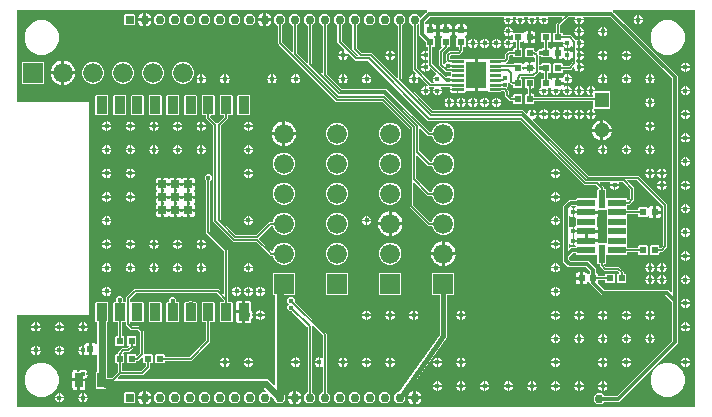
<source format=gbr>
G04 EAGLE Gerber RS-274X export*
G75*
%MOMM*%
%FSLAX34Y34*%
%LPD*%
%INTop Copper*%
%IPPOS*%
%AMOC8*
5,1,8,0,0,1.08239X$1,22.5*%
G01*
%ADD10R,0.750000X0.750000*%
%ADD11C,0.750000*%
%ADD12R,0.900000X1.500000*%
%ADD13R,0.700000X0.700000*%
%ADD14C,1.676400*%
%ADD15R,1.676400X1.676400*%
%ADD16R,0.700000X1.300000*%
%ADD17R,0.600000X0.600000*%
%ADD18C,1.305000*%
%ADD19R,1.305000X1.305000*%
%ADD20C,0.055000*%
%ADD21R,1.700000X2.300000*%
%ADD22R,1.550000X0.600000*%
%ADD23R,0.600000X1.550000*%
%ADD24C,0.400000*%
%ADD25C,0.127000*%
%ADD26C,0.152400*%
%ADD27C,0.304800*%
%ADD28C,0.609600*%
%ADD29C,0.406400*%

G36*
X-2570Y2012D02*
X-2570Y2012D01*
X-2504Y2014D01*
X-2461Y2032D01*
X-2414Y2040D01*
X-2357Y2074D01*
X-2297Y2099D01*
X-2262Y2130D01*
X-2221Y2155D01*
X-2179Y2206D01*
X-2131Y2250D01*
X-2109Y2292D01*
X-2080Y2329D01*
X-2059Y2391D01*
X-2028Y2450D01*
X-2020Y2504D01*
X-2008Y2541D01*
X-2009Y2581D01*
X-2001Y2635D01*
X-2001Y337365D01*
X-2012Y337430D01*
X-2014Y337496D01*
X-2032Y337539D01*
X-2040Y337586D01*
X-2074Y337643D01*
X-2099Y337703D01*
X-2130Y337738D01*
X-2155Y337779D01*
X-2206Y337821D01*
X-2250Y337869D01*
X-2292Y337891D01*
X-2329Y337920D01*
X-2391Y337941D01*
X-2450Y337972D01*
X-2504Y337980D01*
X-2541Y337992D01*
X-2581Y337991D01*
X-2635Y337999D01*
X-70559Y337999D01*
X-70647Y337983D01*
X-70735Y337974D01*
X-70756Y337964D01*
X-70780Y337960D01*
X-70856Y337914D01*
X-70936Y337875D01*
X-70953Y337858D01*
X-70973Y337845D01*
X-71029Y337776D01*
X-71090Y337712D01*
X-71099Y337690D01*
X-71114Y337671D01*
X-71143Y337587D01*
X-71178Y337505D01*
X-71179Y337481D01*
X-71186Y337459D01*
X-71184Y337370D01*
X-71188Y337281D01*
X-71180Y337258D01*
X-71180Y337234D01*
X-71146Y337152D01*
X-71119Y337067D01*
X-71103Y337046D01*
X-71095Y337027D01*
X-71061Y336989D01*
X-71007Y336917D01*
X-16475Y282384D01*
X-16475Y55954D01*
X-65954Y6475D01*
X-78543Y6475D01*
X-78585Y6468D01*
X-78628Y6470D01*
X-78695Y6448D01*
X-78764Y6436D01*
X-78801Y6414D01*
X-78841Y6401D01*
X-78914Y6347D01*
X-78957Y6321D01*
X-78971Y6305D01*
X-78992Y6289D01*
X-81032Y4249D01*
X-84968Y4249D01*
X-87751Y7032D01*
X-87751Y10968D01*
X-84968Y13751D01*
X-81032Y13751D01*
X-78992Y11711D01*
X-78957Y11686D01*
X-78928Y11655D01*
X-78866Y11623D01*
X-78808Y11582D01*
X-78767Y11572D01*
X-78729Y11552D01*
X-78639Y11539D01*
X-78590Y11526D01*
X-78570Y11529D01*
X-78543Y11525D01*
X-68309Y11525D01*
X-68267Y11532D01*
X-68224Y11530D01*
X-68157Y11552D01*
X-68088Y11564D01*
X-68051Y11586D01*
X-68011Y11599D01*
X-67938Y11653D01*
X-67894Y11679D01*
X-67881Y11695D01*
X-67860Y11711D01*
X-21711Y57860D01*
X-21686Y57895D01*
X-21655Y57924D01*
X-21623Y57986D01*
X-21582Y58044D01*
X-21572Y58085D01*
X-21552Y58123D01*
X-21539Y58213D01*
X-21526Y58262D01*
X-21529Y58282D01*
X-21525Y58309D01*
X-21525Y90691D01*
X-21532Y90733D01*
X-21530Y90776D01*
X-21552Y90843D01*
X-21564Y90912D01*
X-21586Y90949D01*
X-21599Y90989D01*
X-21653Y91062D01*
X-21679Y91106D01*
X-21695Y91119D01*
X-21711Y91140D01*
X-26860Y96289D01*
X-26895Y96314D01*
X-26924Y96345D01*
X-26986Y96377D01*
X-27044Y96418D01*
X-27085Y96428D01*
X-27123Y96448D01*
X-27213Y96461D01*
X-27262Y96474D01*
X-27282Y96471D01*
X-27309Y96475D01*
X-81046Y96475D01*
X-90525Y105954D01*
X-90525Y106365D01*
X-90536Y106430D01*
X-90538Y106496D01*
X-90556Y106539D01*
X-90564Y106586D01*
X-90598Y106643D01*
X-90623Y106703D01*
X-90654Y106738D01*
X-90679Y106779D01*
X-90730Y106821D01*
X-90774Y106869D01*
X-90816Y106891D01*
X-90853Y106920D01*
X-90915Y106941D01*
X-90974Y106972D01*
X-91028Y106980D01*
X-91065Y106992D01*
X-91105Y106991D01*
X-91159Y106999D01*
X-91415Y106999D01*
X-92043Y107628D01*
X-92049Y107632D01*
X-92052Y107637D01*
X-92140Y107696D01*
X-92228Y107756D01*
X-92234Y107758D01*
X-92239Y107761D01*
X-92342Y107786D01*
X-92445Y107812D01*
X-92451Y107812D01*
X-92457Y107813D01*
X-92563Y107800D01*
X-92668Y107789D01*
X-92674Y107786D01*
X-92680Y107785D01*
X-92775Y107736D01*
X-92869Y107690D01*
X-92873Y107685D01*
X-92879Y107682D01*
X-92950Y107604D01*
X-93023Y107526D01*
X-93026Y107520D01*
X-93030Y107516D01*
X-93104Y107344D01*
X-93136Y107228D01*
X-93399Y106771D01*
X-93771Y106399D01*
X-94228Y106136D01*
X-94737Y105999D01*
X-96731Y105999D01*
X-96731Y110365D01*
X-96742Y110430D01*
X-96744Y110495D01*
X-96762Y110539D01*
X-96770Y110586D01*
X-96804Y110642D01*
X-96829Y110703D01*
X-96861Y110738D01*
X-96885Y110779D01*
X-96936Y110820D01*
X-96980Y110869D01*
X-97022Y110891D01*
X-97059Y110920D01*
X-97121Y110941D01*
X-97180Y110971D01*
X-97234Y110980D01*
X-97271Y110992D01*
X-97311Y110991D01*
X-97365Y110999D01*
X-98001Y110999D01*
X-98001Y111001D01*
X-97365Y111001D01*
X-97300Y111013D01*
X-97235Y111014D01*
X-97191Y111032D01*
X-97144Y111041D01*
X-97087Y111074D01*
X-97027Y111099D01*
X-96992Y111131D01*
X-96951Y111155D01*
X-96910Y111206D01*
X-96861Y111250D01*
X-96839Y111292D01*
X-96810Y111329D01*
X-96789Y111391D01*
X-96758Y111450D01*
X-96750Y111504D01*
X-96738Y111541D01*
X-96739Y111581D01*
X-96731Y111635D01*
X-96731Y116001D01*
X-94737Y116001D01*
X-94228Y115864D01*
X-93771Y115601D01*
X-93399Y115229D01*
X-93136Y114772D01*
X-93104Y114656D01*
X-93102Y114650D01*
X-93101Y114644D01*
X-93054Y114549D01*
X-93009Y114453D01*
X-93004Y114449D01*
X-93002Y114443D01*
X-92925Y114371D01*
X-92849Y114296D01*
X-92843Y114293D01*
X-92838Y114289D01*
X-92741Y114248D01*
X-92644Y114205D01*
X-92638Y114204D01*
X-92632Y114202D01*
X-92526Y114197D01*
X-92420Y114190D01*
X-92414Y114192D01*
X-92408Y114192D01*
X-92307Y114224D01*
X-92205Y114255D01*
X-92200Y114258D01*
X-92194Y114260D01*
X-92043Y114372D01*
X-91415Y115001D01*
X-91159Y115001D01*
X-91094Y115012D01*
X-91028Y115014D01*
X-90985Y115032D01*
X-90938Y115040D01*
X-90881Y115074D01*
X-90821Y115099D01*
X-90786Y115130D01*
X-90745Y115155D01*
X-90703Y115206D01*
X-90655Y115250D01*
X-90633Y115292D01*
X-90604Y115329D01*
X-90583Y115391D01*
X-90552Y115450D01*
X-90544Y115504D01*
X-90532Y115541D01*
X-90533Y115581D01*
X-90525Y115635D01*
X-90525Y116691D01*
X-90532Y116733D01*
X-90530Y116776D01*
X-90552Y116843D01*
X-90564Y116912D01*
X-90586Y116949D01*
X-90599Y116989D01*
X-90653Y117062D01*
X-90679Y117106D01*
X-90695Y117119D01*
X-90711Y117140D01*
X-93860Y120289D01*
X-93895Y120314D01*
X-93924Y120345D01*
X-93986Y120377D01*
X-94044Y120418D01*
X-94085Y120428D01*
X-94123Y120448D01*
X-94213Y120461D01*
X-94262Y120474D01*
X-94282Y120471D01*
X-94309Y120475D01*
X-109046Y120475D01*
X-113525Y124954D01*
X-113525Y172046D01*
X-108046Y177525D01*
X-103385Y177525D01*
X-103320Y177536D01*
X-103254Y177538D01*
X-103211Y177556D01*
X-103164Y177564D01*
X-103107Y177598D01*
X-103047Y177623D01*
X-103012Y177654D01*
X-102971Y177679D01*
X-102929Y177730D01*
X-102881Y177774D01*
X-102859Y177816D01*
X-102830Y177853D01*
X-102809Y177915D01*
X-102778Y177974D01*
X-102770Y178028D01*
X-102758Y178065D01*
X-102759Y178105D01*
X-102751Y178159D01*
X-102751Y178415D01*
X-102165Y179001D01*
X-85635Y179001D01*
X-85570Y179012D01*
X-85504Y179014D01*
X-85461Y179032D01*
X-85414Y179040D01*
X-85357Y179074D01*
X-85297Y179099D01*
X-85262Y179130D01*
X-85221Y179155D01*
X-85179Y179206D01*
X-85131Y179250D01*
X-85109Y179292D01*
X-85080Y179329D01*
X-85059Y179391D01*
X-85028Y179450D01*
X-85020Y179504D01*
X-85008Y179541D01*
X-85009Y179581D01*
X-85001Y179635D01*
X-85001Y186165D01*
X-84415Y186751D01*
X-83865Y186751D01*
X-83777Y186767D01*
X-83689Y186776D01*
X-83668Y186786D01*
X-83644Y186790D01*
X-83568Y186836D01*
X-83488Y186875D01*
X-83472Y186892D01*
X-83451Y186905D01*
X-83395Y186974D01*
X-83334Y187038D01*
X-83325Y187060D01*
X-83310Y187079D01*
X-83281Y187163D01*
X-83247Y187245D01*
X-83246Y187269D01*
X-83238Y187291D01*
X-83241Y187380D01*
X-83237Y187469D01*
X-83244Y187492D01*
X-83245Y187516D01*
X-83278Y187598D01*
X-83305Y187683D01*
X-83321Y187704D01*
X-83329Y187723D01*
X-83363Y187761D01*
X-83417Y187833D01*
X-85492Y189909D01*
X-85527Y189933D01*
X-85555Y189964D01*
X-85618Y189996D01*
X-85676Y190037D01*
X-85717Y190047D01*
X-85755Y190067D01*
X-85845Y190080D01*
X-85893Y190093D01*
X-85914Y190090D01*
X-85940Y190094D01*
X-95408Y190094D01*
X-149492Y244178D01*
X-149527Y244203D01*
X-149555Y244234D01*
X-149618Y244266D01*
X-149676Y244307D01*
X-149717Y244317D01*
X-149755Y244337D01*
X-149845Y244350D01*
X-149893Y244363D01*
X-149914Y244360D01*
X-149940Y244364D01*
X-227678Y244364D01*
X-278515Y295201D01*
X-278550Y295226D01*
X-278578Y295257D01*
X-278641Y295289D01*
X-278699Y295330D01*
X-278740Y295340D01*
X-278778Y295360D01*
X-278868Y295373D01*
X-278916Y295386D01*
X-278937Y295383D01*
X-278963Y295387D01*
X-289730Y295387D01*
X-290949Y296606D01*
X-294917Y300574D01*
X-294945Y300594D01*
X-294953Y300602D01*
X-294971Y300611D01*
X-294990Y300624D01*
X-295059Y300681D01*
X-295081Y300688D01*
X-295101Y300702D01*
X-295187Y300724D01*
X-295271Y300752D01*
X-295295Y300752D01*
X-295318Y300758D01*
X-295407Y300748D01*
X-295496Y300746D01*
X-295518Y300737D01*
X-295541Y300734D01*
X-295621Y300695D01*
X-295703Y300662D01*
X-295721Y300646D01*
X-295742Y300635D01*
X-295743Y300634D01*
X-299366Y300634D01*
X-299366Y304265D01*
X-299344Y304288D01*
X-299334Y304310D01*
X-299319Y304329D01*
X-299291Y304413D01*
X-299256Y304495D01*
X-299255Y304519D01*
X-299248Y304541D01*
X-299250Y304630D01*
X-299246Y304719D01*
X-299253Y304742D01*
X-299254Y304766D01*
X-299287Y304848D01*
X-299315Y304933D01*
X-299331Y304954D01*
X-299338Y304973D01*
X-299372Y305011D01*
X-299426Y305083D01*
X-304613Y310270D01*
X-304613Y324781D01*
X-304620Y324823D01*
X-304618Y324866D01*
X-304640Y324933D01*
X-304652Y325002D01*
X-304674Y325039D01*
X-304687Y325079D01*
X-304741Y325152D01*
X-304767Y325195D01*
X-304783Y325209D01*
X-304799Y325230D01*
X-307601Y328032D01*
X-307601Y331968D01*
X-304818Y334751D01*
X-300882Y334751D01*
X-298099Y331968D01*
X-298099Y328032D01*
X-300901Y325230D01*
X-300926Y325195D01*
X-300957Y325166D01*
X-300989Y325104D01*
X-301030Y325046D01*
X-301040Y325005D01*
X-301060Y324967D01*
X-301073Y324877D01*
X-301086Y324828D01*
X-301083Y324808D01*
X-301087Y324781D01*
X-301087Y311993D01*
X-301080Y311951D01*
X-301082Y311909D01*
X-301060Y311842D01*
X-301048Y311772D01*
X-301026Y311735D01*
X-301013Y311695D01*
X-300959Y311622D01*
X-300933Y311579D01*
X-300917Y311566D01*
X-300901Y311544D01*
X-288456Y299099D01*
X-288421Y299074D01*
X-288392Y299043D01*
X-288329Y299011D01*
X-288271Y298970D01*
X-288230Y298960D01*
X-288193Y298940D01*
X-288103Y298927D01*
X-288054Y298914D01*
X-288033Y298917D01*
X-288007Y298913D01*
X-287937Y298913D01*
X-287849Y298929D01*
X-287761Y298938D01*
X-287739Y298948D01*
X-287716Y298952D01*
X-287639Y298998D01*
X-287560Y299037D01*
X-287543Y299054D01*
X-287523Y299067D01*
X-287467Y299136D01*
X-287406Y299200D01*
X-287396Y299222D01*
X-287381Y299241D01*
X-287353Y299325D01*
X-287318Y299407D01*
X-287317Y299431D01*
X-287310Y299453D01*
X-287312Y299542D01*
X-287308Y299631D01*
X-287315Y299654D01*
X-287316Y299678D01*
X-287349Y299760D01*
X-287377Y299845D01*
X-287393Y299866D01*
X-287400Y299885D01*
X-287434Y299923D01*
X-287488Y299995D01*
X-291913Y304420D01*
X-291913Y324781D01*
X-291920Y324823D01*
X-291918Y324866D01*
X-291940Y324933D01*
X-291952Y325002D01*
X-291974Y325039D01*
X-291987Y325079D01*
X-292041Y325152D01*
X-292067Y325195D01*
X-292083Y325209D01*
X-292099Y325230D01*
X-294901Y328032D01*
X-294901Y331968D01*
X-292118Y334751D01*
X-288182Y334751D01*
X-285399Y331968D01*
X-285399Y328032D01*
X-288201Y325230D01*
X-288226Y325195D01*
X-288257Y325166D01*
X-288289Y325104D01*
X-288330Y325046D01*
X-288340Y325005D01*
X-288360Y324967D01*
X-288373Y324877D01*
X-288386Y324828D01*
X-288383Y324808D01*
X-288387Y324781D01*
X-288387Y306143D01*
X-288380Y306101D01*
X-288382Y306059D01*
X-288360Y305992D01*
X-288348Y305922D01*
X-288326Y305885D01*
X-288313Y305845D01*
X-288259Y305772D01*
X-288233Y305729D01*
X-288217Y305716D01*
X-288201Y305694D01*
X-284130Y301623D01*
X-284095Y301598D01*
X-284066Y301567D01*
X-284003Y301535D01*
X-283945Y301494D01*
X-283904Y301484D01*
X-283867Y301464D01*
X-283777Y301451D01*
X-283728Y301438D01*
X-283707Y301441D01*
X-283681Y301437D01*
X-275674Y301437D01*
X-254768Y280531D01*
X-254695Y280481D01*
X-254626Y280424D01*
X-254604Y280417D01*
X-254584Y280403D01*
X-254498Y280381D01*
X-254414Y280353D01*
X-254390Y280353D01*
X-254367Y280347D01*
X-254278Y280357D01*
X-254189Y280359D01*
X-254167Y280368D01*
X-254144Y280371D01*
X-254064Y280410D01*
X-253982Y280443D01*
X-253964Y280459D01*
X-253943Y280470D01*
X-253882Y280535D01*
X-253816Y280595D01*
X-253805Y280616D01*
X-253789Y280633D01*
X-253754Y280715D01*
X-253713Y280794D01*
X-253710Y280821D01*
X-253701Y280840D01*
X-253699Y280890D01*
X-253686Y280980D01*
X-253686Y324654D01*
X-253693Y324696D01*
X-253691Y324739D01*
X-253713Y324806D01*
X-253725Y324875D01*
X-253747Y324912D01*
X-253760Y324952D01*
X-253814Y325025D01*
X-253840Y325068D01*
X-253856Y325082D01*
X-253872Y325103D01*
X-256801Y328032D01*
X-256801Y331968D01*
X-254018Y334751D01*
X-250082Y334751D01*
X-247299Y331968D01*
X-247299Y328032D01*
X-250228Y325103D01*
X-250253Y325068D01*
X-250284Y325039D01*
X-250316Y324977D01*
X-250357Y324919D01*
X-250367Y324878D01*
X-250387Y324840D01*
X-250400Y324750D01*
X-250413Y324701D01*
X-250410Y324681D01*
X-250414Y324654D01*
X-250414Y280411D01*
X-250407Y280369D01*
X-250409Y280327D01*
X-250387Y280260D01*
X-250375Y280190D01*
X-250353Y280154D01*
X-250340Y280113D01*
X-250286Y280040D01*
X-250260Y279997D01*
X-250244Y279984D01*
X-250228Y279962D01*
X-224088Y253822D01*
X-224053Y253797D01*
X-224024Y253766D01*
X-223961Y253734D01*
X-223903Y253693D01*
X-223862Y253683D01*
X-223824Y253663D01*
X-223735Y253650D01*
X-223686Y253637D01*
X-223665Y253640D01*
X-223639Y253636D01*
X-147902Y253636D01*
X-144945Y250679D01*
X-144940Y250675D01*
X-144936Y250670D01*
X-144848Y250611D01*
X-144761Y250551D01*
X-144755Y250549D01*
X-144749Y250546D01*
X-144646Y250521D01*
X-144543Y250495D01*
X-144537Y250495D01*
X-144531Y250494D01*
X-144425Y250507D01*
X-144320Y250518D01*
X-144315Y250521D01*
X-144308Y250522D01*
X-144214Y250571D01*
X-144119Y250617D01*
X-144115Y250622D01*
X-144109Y250625D01*
X-144038Y250704D01*
X-143965Y250781D01*
X-143963Y250786D01*
X-143959Y250791D01*
X-143884Y250963D01*
X-143728Y251544D01*
X-143201Y252457D01*
X-142457Y253201D01*
X-141544Y253728D01*
X-140634Y253972D01*
X-140634Y250000D01*
X-140623Y249935D01*
X-140621Y249870D01*
X-140603Y249826D01*
X-140595Y249779D01*
X-140561Y249723D01*
X-140537Y249662D01*
X-140505Y249627D01*
X-140481Y249586D01*
X-140480Y249586D01*
X-140429Y249544D01*
X-140385Y249496D01*
X-140343Y249474D01*
X-140306Y249444D01*
X-140244Y249423D01*
X-140185Y249393D01*
X-140131Y249385D01*
X-140093Y249373D01*
X-140054Y249374D01*
X-140000Y249366D01*
X-136028Y249366D01*
X-136272Y248456D01*
X-136799Y247543D01*
X-137543Y246799D01*
X-138456Y246272D01*
X-139037Y246116D01*
X-139043Y246114D01*
X-139049Y246113D01*
X-139143Y246066D01*
X-139240Y246021D01*
X-139244Y246016D01*
X-139250Y246013D01*
X-139322Y245937D01*
X-139397Y245861D01*
X-139400Y245855D01*
X-139404Y245850D01*
X-139445Y245753D01*
X-139488Y245656D01*
X-139489Y245649D01*
X-139491Y245644D01*
X-139496Y245537D01*
X-139503Y245432D01*
X-139501Y245426D01*
X-139501Y245419D01*
X-139469Y245318D01*
X-139438Y245217D01*
X-139435Y245212D01*
X-139433Y245206D01*
X-139321Y245055D01*
X-92358Y198092D01*
X-92323Y198067D01*
X-92294Y198036D01*
X-92231Y198004D01*
X-92173Y197963D01*
X-92132Y197953D01*
X-92094Y197933D01*
X-92005Y197920D01*
X-91956Y197907D01*
X-91935Y197910D01*
X-91909Y197906D01*
X-49592Y197906D01*
X-25364Y173678D01*
X-25364Y137322D01*
X-29322Y133364D01*
X-31365Y133364D01*
X-31430Y133353D01*
X-31496Y133351D01*
X-31539Y133333D01*
X-31586Y133325D01*
X-31643Y133291D01*
X-31703Y133266D01*
X-31738Y133235D01*
X-31779Y133210D01*
X-31821Y133159D01*
X-31869Y133115D01*
X-31891Y133073D01*
X-31920Y133036D01*
X-31941Y132974D01*
X-31972Y132915D01*
X-31980Y132861D01*
X-31992Y132824D01*
X-31991Y132784D01*
X-31999Y132730D01*
X-31999Y131585D01*
X-32585Y130999D01*
X-39415Y130999D01*
X-40001Y131585D01*
X-40001Y138415D01*
X-39415Y139001D01*
X-32585Y139001D01*
X-31999Y138415D01*
X-31999Y137270D01*
X-31988Y137205D01*
X-31986Y137139D01*
X-31968Y137096D01*
X-31960Y137049D01*
X-31926Y136992D01*
X-31901Y136932D01*
X-31870Y136897D01*
X-31845Y136856D01*
X-31794Y136814D01*
X-31750Y136766D01*
X-31708Y136744D01*
X-31671Y136715D01*
X-31609Y136694D01*
X-31550Y136663D01*
X-31496Y136655D01*
X-31459Y136643D01*
X-31419Y136644D01*
X-31365Y136636D01*
X-30940Y136636D01*
X-30898Y136643D01*
X-30856Y136641D01*
X-30789Y136663D01*
X-30719Y136675D01*
X-30683Y136697D01*
X-30642Y136710D01*
X-30570Y136764D01*
X-30526Y136790D01*
X-30513Y136806D01*
X-30492Y136822D01*
X-28822Y138492D01*
X-28797Y138527D01*
X-28766Y138555D01*
X-28734Y138618D01*
X-28693Y138676D01*
X-28683Y138717D01*
X-28663Y138755D01*
X-28650Y138845D01*
X-28637Y138893D01*
X-28640Y138914D01*
X-28636Y138940D01*
X-28636Y172060D01*
X-28643Y172102D01*
X-28641Y172144D01*
X-28663Y172211D01*
X-28675Y172281D01*
X-28697Y172317D01*
X-28710Y172358D01*
X-28764Y172430D01*
X-28790Y172474D01*
X-28806Y172487D01*
X-28822Y172508D01*
X-50762Y194448D01*
X-50797Y194473D01*
X-50825Y194504D01*
X-50888Y194536D01*
X-50946Y194577D01*
X-50987Y194587D01*
X-51025Y194607D01*
X-51115Y194620D01*
X-51163Y194633D01*
X-51184Y194630D01*
X-51210Y194634D01*
X-58790Y194634D01*
X-58878Y194618D01*
X-58966Y194609D01*
X-58987Y194599D01*
X-59011Y194595D01*
X-59087Y194549D01*
X-59167Y194510D01*
X-59183Y194493D01*
X-59204Y194480D01*
X-59260Y194411D01*
X-59321Y194347D01*
X-59330Y194325D01*
X-59345Y194306D01*
X-59374Y194222D01*
X-59408Y194140D01*
X-59409Y194116D01*
X-59417Y194094D01*
X-59414Y194005D01*
X-59418Y193916D01*
X-59411Y193893D01*
X-59410Y193869D01*
X-59377Y193787D01*
X-59350Y193702D01*
X-59334Y193681D01*
X-59326Y193662D01*
X-59292Y193624D01*
X-59238Y193552D01*
X-54508Y188822D01*
X-54508Y188821D01*
X-53364Y187678D01*
X-53364Y177322D01*
X-57322Y173364D01*
X-58615Y173364D01*
X-58680Y173353D01*
X-58746Y173351D01*
X-58789Y173333D01*
X-58836Y173325D01*
X-58893Y173291D01*
X-58953Y173266D01*
X-58988Y173235D01*
X-59029Y173210D01*
X-59071Y173159D01*
X-59119Y173115D01*
X-59141Y173073D01*
X-59170Y173036D01*
X-59191Y172974D01*
X-59222Y172915D01*
X-59230Y172861D01*
X-59242Y172824D01*
X-59241Y172784D01*
X-59249Y172730D01*
X-59249Y171585D01*
X-59386Y171448D01*
X-59424Y171394D01*
X-59469Y171347D01*
X-59487Y171303D01*
X-59514Y171264D01*
X-59531Y171201D01*
X-59556Y171140D01*
X-59559Y171093D01*
X-59570Y171047D01*
X-59563Y170982D01*
X-59566Y170916D01*
X-59552Y170871D01*
X-59547Y170824D01*
X-59518Y170765D01*
X-59498Y170702D01*
X-59465Y170658D01*
X-59448Y170623D01*
X-59419Y170596D01*
X-59386Y170551D01*
X-59249Y170414D01*
X-59249Y169270D01*
X-59238Y169205D01*
X-59236Y169139D01*
X-59218Y169096D01*
X-59210Y169049D01*
X-59176Y168992D01*
X-59151Y168932D01*
X-59120Y168897D01*
X-59095Y168856D01*
X-59044Y168814D01*
X-59000Y168766D01*
X-58958Y168744D01*
X-58921Y168715D01*
X-58859Y168694D01*
X-58800Y168663D01*
X-58746Y168655D01*
X-58709Y168643D01*
X-58669Y168644D01*
X-58615Y168636D01*
X-50635Y168636D01*
X-50570Y168647D01*
X-50504Y168649D01*
X-50461Y168667D01*
X-50414Y168675D01*
X-50357Y168709D01*
X-50297Y168734D01*
X-50262Y168765D01*
X-50221Y168790D01*
X-50179Y168841D01*
X-50131Y168885D01*
X-50109Y168927D01*
X-50080Y168964D01*
X-50059Y169026D01*
X-50028Y169085D01*
X-50020Y169139D01*
X-50008Y169176D01*
X-50009Y169216D01*
X-50001Y169270D01*
X-50001Y170415D01*
X-49415Y171001D01*
X-42585Y171001D01*
X-41957Y170372D01*
X-41951Y170368D01*
X-41948Y170363D01*
X-41860Y170304D01*
X-41772Y170244D01*
X-41766Y170242D01*
X-41761Y170239D01*
X-41658Y170214D01*
X-41555Y170188D01*
X-41549Y170188D01*
X-41543Y170187D01*
X-41437Y170200D01*
X-41332Y170211D01*
X-41326Y170214D01*
X-41320Y170215D01*
X-41225Y170264D01*
X-41131Y170310D01*
X-41127Y170315D01*
X-41121Y170318D01*
X-41050Y170396D01*
X-40977Y170474D01*
X-40974Y170480D01*
X-40970Y170484D01*
X-40896Y170656D01*
X-40864Y170772D01*
X-40601Y171229D01*
X-40229Y171601D01*
X-39772Y171864D01*
X-39263Y172001D01*
X-37269Y172001D01*
X-37269Y167635D01*
X-37258Y167570D01*
X-37256Y167505D01*
X-37238Y167461D01*
X-37229Y167414D01*
X-37196Y167358D01*
X-37171Y167297D01*
X-37139Y167262D01*
X-37115Y167221D01*
X-37064Y167180D01*
X-37020Y167131D01*
X-36978Y167109D01*
X-36941Y167080D01*
X-36879Y167059D01*
X-36820Y167029D01*
X-36766Y167020D01*
X-36729Y167008D01*
X-36689Y167009D01*
X-36635Y167001D01*
X-35999Y167001D01*
X-35999Y166999D01*
X-36635Y166999D01*
X-36700Y166987D01*
X-36765Y166986D01*
X-36809Y166968D01*
X-36856Y166959D01*
X-36913Y166926D01*
X-36973Y166901D01*
X-37008Y166869D01*
X-37049Y166845D01*
X-37090Y166794D01*
X-37139Y166750D01*
X-37161Y166708D01*
X-37190Y166671D01*
X-37211Y166609D01*
X-37241Y166550D01*
X-37250Y166496D01*
X-37262Y166459D01*
X-37261Y166419D01*
X-37269Y166365D01*
X-37269Y161999D01*
X-39263Y161999D01*
X-39772Y162136D01*
X-40229Y162399D01*
X-40601Y162771D01*
X-40864Y163228D01*
X-40896Y163344D01*
X-40898Y163350D01*
X-40899Y163356D01*
X-40946Y163451D01*
X-40991Y163547D01*
X-40996Y163551D01*
X-40998Y163557D01*
X-41075Y163629D01*
X-41151Y163704D01*
X-41157Y163707D01*
X-41162Y163711D01*
X-41259Y163752D01*
X-41356Y163795D01*
X-41362Y163796D01*
X-41368Y163798D01*
X-41474Y163803D01*
X-41580Y163810D01*
X-41586Y163808D01*
X-41592Y163808D01*
X-41693Y163776D01*
X-41795Y163745D01*
X-41800Y163742D01*
X-41806Y163740D01*
X-41957Y163628D01*
X-42585Y162999D01*
X-49415Y162999D01*
X-50001Y163585D01*
X-50001Y164730D01*
X-50012Y164795D01*
X-50014Y164861D01*
X-50032Y164904D01*
X-50040Y164951D01*
X-50074Y165008D01*
X-50099Y165068D01*
X-50130Y165103D01*
X-50155Y165144D01*
X-50206Y165186D01*
X-50250Y165234D01*
X-50292Y165256D01*
X-50329Y165285D01*
X-50391Y165306D01*
X-50450Y165337D01*
X-50504Y165345D01*
X-50541Y165357D01*
X-50581Y165356D01*
X-50635Y165364D01*
X-58615Y165364D01*
X-58680Y165353D01*
X-58746Y165351D01*
X-58789Y165333D01*
X-58836Y165325D01*
X-58893Y165291D01*
X-58953Y165266D01*
X-58988Y165235D01*
X-59029Y165210D01*
X-59071Y165159D01*
X-59119Y165115D01*
X-59141Y165073D01*
X-59170Y165036D01*
X-59191Y164974D01*
X-59222Y164915D01*
X-59230Y164861D01*
X-59242Y164824D01*
X-59241Y164784D01*
X-59249Y164730D01*
X-59249Y163585D01*
X-59386Y163448D01*
X-59424Y163394D01*
X-59469Y163347D01*
X-59487Y163303D01*
X-59514Y163264D01*
X-59531Y163201D01*
X-59556Y163140D01*
X-59559Y163093D01*
X-59570Y163047D01*
X-59563Y162982D01*
X-59566Y162916D01*
X-59552Y162871D01*
X-59547Y162824D01*
X-59518Y162765D01*
X-59498Y162702D01*
X-59465Y162658D01*
X-59448Y162623D01*
X-59419Y162596D01*
X-59386Y162551D01*
X-59249Y162414D01*
X-59249Y155585D01*
X-59386Y155448D01*
X-59424Y155394D01*
X-59469Y155347D01*
X-59487Y155303D01*
X-59514Y155264D01*
X-59531Y155201D01*
X-59556Y155140D01*
X-59559Y155093D01*
X-59570Y155047D01*
X-59563Y154982D01*
X-59566Y154916D01*
X-59552Y154871D01*
X-59547Y154824D01*
X-59518Y154765D01*
X-59498Y154702D01*
X-59465Y154658D01*
X-59448Y154623D01*
X-59419Y154596D01*
X-59386Y154551D01*
X-59249Y154414D01*
X-59249Y147585D01*
X-59386Y147448D01*
X-59424Y147394D01*
X-59469Y147347D01*
X-59487Y147303D01*
X-59514Y147264D01*
X-59531Y147201D01*
X-59556Y147140D01*
X-59559Y147093D01*
X-59570Y147047D01*
X-59563Y146982D01*
X-59566Y146916D01*
X-59552Y146871D01*
X-59547Y146824D01*
X-59518Y146765D01*
X-59498Y146702D01*
X-59465Y146658D01*
X-59448Y146623D01*
X-59419Y146596D01*
X-59386Y146551D01*
X-59249Y146414D01*
X-59249Y139586D01*
X-59386Y139449D01*
X-59424Y139394D01*
X-59469Y139347D01*
X-59481Y139319D01*
X-59492Y139305D01*
X-59497Y139289D01*
X-59514Y139264D01*
X-59531Y139201D01*
X-59556Y139140D01*
X-59558Y139110D01*
X-59564Y139092D01*
X-59563Y139074D01*
X-59570Y139047D01*
X-59563Y138982D01*
X-59566Y138916D01*
X-59558Y138889D01*
X-59557Y138868D01*
X-59550Y138850D01*
X-59547Y138824D01*
X-59518Y138765D01*
X-59498Y138702D01*
X-59480Y138679D01*
X-59473Y138660D01*
X-59458Y138644D01*
X-59448Y138623D01*
X-59419Y138596D01*
X-59386Y138552D01*
X-59249Y138415D01*
X-59249Y137270D01*
X-59238Y137205D01*
X-59236Y137139D01*
X-59218Y137096D01*
X-59210Y137049D01*
X-59176Y136992D01*
X-59151Y136932D01*
X-59120Y136897D01*
X-59095Y136856D01*
X-59044Y136814D01*
X-59000Y136766D01*
X-58958Y136744D01*
X-58921Y136715D01*
X-58859Y136694D01*
X-58800Y136663D01*
X-58746Y136655D01*
X-58709Y136643D01*
X-58669Y136644D01*
X-58615Y136636D01*
X-50635Y136636D01*
X-50570Y136647D01*
X-50504Y136649D01*
X-50461Y136667D01*
X-50414Y136675D01*
X-50357Y136709D01*
X-50297Y136734D01*
X-50262Y136765D01*
X-50221Y136790D01*
X-50179Y136841D01*
X-50131Y136885D01*
X-50109Y136927D01*
X-50080Y136964D01*
X-50059Y137026D01*
X-50028Y137085D01*
X-50020Y137139D01*
X-50008Y137176D01*
X-50009Y137216D01*
X-50001Y137270D01*
X-50001Y138415D01*
X-49415Y139001D01*
X-42585Y139001D01*
X-41999Y138415D01*
X-41999Y131585D01*
X-42585Y130999D01*
X-49415Y130999D01*
X-50001Y131585D01*
X-50001Y132730D01*
X-50012Y132795D01*
X-50014Y132861D01*
X-50032Y132904D01*
X-50040Y132951D01*
X-50074Y133008D01*
X-50099Y133068D01*
X-50130Y133103D01*
X-50155Y133144D01*
X-50206Y133186D01*
X-50250Y133234D01*
X-50292Y133256D01*
X-50329Y133285D01*
X-50391Y133306D01*
X-50450Y133337D01*
X-50504Y133345D01*
X-50541Y133357D01*
X-50581Y133356D01*
X-50635Y133364D01*
X-58615Y133364D01*
X-58680Y133353D01*
X-58746Y133351D01*
X-58789Y133333D01*
X-58836Y133325D01*
X-58893Y133291D01*
X-58953Y133266D01*
X-58988Y133235D01*
X-59029Y133210D01*
X-59071Y133159D01*
X-59119Y133115D01*
X-59141Y133073D01*
X-59170Y133036D01*
X-59191Y132974D01*
X-59222Y132915D01*
X-59230Y132861D01*
X-59242Y132824D01*
X-59241Y132784D01*
X-59249Y132730D01*
X-59249Y131585D01*
X-59835Y130999D01*
X-76365Y130999D01*
X-76430Y130988D01*
X-76496Y130986D01*
X-76539Y130968D01*
X-76586Y130960D01*
X-76643Y130926D01*
X-76703Y130901D01*
X-76738Y130870D01*
X-76779Y130845D01*
X-76821Y130794D01*
X-76869Y130750D01*
X-76891Y130708D01*
X-76920Y130671D01*
X-76941Y130609D01*
X-76972Y130550D01*
X-76980Y130496D01*
X-76992Y130459D01*
X-76991Y130419D01*
X-76999Y130365D01*
X-76999Y123835D01*
X-77585Y123249D01*
X-78405Y123249D01*
X-78493Y123234D01*
X-78581Y123224D01*
X-78602Y123214D01*
X-78626Y123210D01*
X-78702Y123164D01*
X-78782Y123125D01*
X-78798Y123108D01*
X-78819Y123095D01*
X-78875Y123026D01*
X-78936Y122962D01*
X-78945Y122940D01*
X-78960Y122921D01*
X-78989Y122837D01*
X-79023Y122755D01*
X-79024Y122731D01*
X-79032Y122709D01*
X-79029Y122620D01*
X-79033Y122531D01*
X-79026Y122508D01*
X-79025Y122484D01*
X-78992Y122402D01*
X-78965Y122317D01*
X-78949Y122296D01*
X-78941Y122277D01*
X-78907Y122239D01*
X-78853Y122167D01*
X-77508Y120821D01*
X-77473Y120797D01*
X-77445Y120766D01*
X-77382Y120734D01*
X-77324Y120693D01*
X-77283Y120683D01*
X-77245Y120663D01*
X-77155Y120650D01*
X-77107Y120637D01*
X-77086Y120640D01*
X-77060Y120636D01*
X-66322Y120636D01*
X-65179Y119492D01*
X-65178Y119492D01*
X-63508Y117822D01*
X-63508Y117821D01*
X-62364Y116678D01*
X-62364Y115635D01*
X-62353Y115570D01*
X-62351Y115504D01*
X-62333Y115461D01*
X-62325Y115414D01*
X-62291Y115357D01*
X-62266Y115297D01*
X-62235Y115262D01*
X-62210Y115221D01*
X-62159Y115179D01*
X-62115Y115131D01*
X-62073Y115109D01*
X-62036Y115080D01*
X-61974Y115059D01*
X-61915Y115028D01*
X-61861Y115020D01*
X-61824Y115008D01*
X-61784Y115009D01*
X-61730Y115001D01*
X-60585Y115001D01*
X-59999Y114415D01*
X-59999Y107585D01*
X-60585Y106999D01*
X-67415Y106999D01*
X-68001Y107585D01*
X-68001Y114415D01*
X-67415Y115001D01*
X-66845Y115001D01*
X-66757Y115017D01*
X-66669Y115026D01*
X-66648Y115036D01*
X-66624Y115040D01*
X-66548Y115086D01*
X-66468Y115125D01*
X-66452Y115142D01*
X-66431Y115155D01*
X-66375Y115224D01*
X-66314Y115288D01*
X-66305Y115310D01*
X-66290Y115329D01*
X-66261Y115413D01*
X-66227Y115495D01*
X-66226Y115519D01*
X-66218Y115541D01*
X-66221Y115630D01*
X-66217Y115719D01*
X-66224Y115742D01*
X-66225Y115766D01*
X-66258Y115848D01*
X-66285Y115933D01*
X-66301Y115954D01*
X-66309Y115973D01*
X-66343Y116011D01*
X-66397Y116083D01*
X-67492Y117178D01*
X-67527Y117203D01*
X-67555Y117234D01*
X-67618Y117266D01*
X-67676Y117307D01*
X-67717Y117317D01*
X-67755Y117337D01*
X-67844Y117350D01*
X-67893Y117363D01*
X-67914Y117360D01*
X-67940Y117364D01*
X-78678Y117364D01*
X-81492Y120178D01*
X-81492Y120179D01*
X-82636Y121322D01*
X-82636Y122615D01*
X-82647Y122680D01*
X-82649Y122746D01*
X-82667Y122789D01*
X-82675Y122836D01*
X-82709Y122893D01*
X-82734Y122953D01*
X-82765Y122988D01*
X-82790Y123029D01*
X-82841Y123071D01*
X-82885Y123119D01*
X-82927Y123141D01*
X-82964Y123170D01*
X-83026Y123191D01*
X-83085Y123222D01*
X-83139Y123230D01*
X-83176Y123242D01*
X-83216Y123241D01*
X-83270Y123249D01*
X-84415Y123249D01*
X-85001Y123835D01*
X-85001Y130365D01*
X-85012Y130430D01*
X-85014Y130496D01*
X-85032Y130539D01*
X-85040Y130586D01*
X-85074Y130643D01*
X-85099Y130703D01*
X-85130Y130738D01*
X-85155Y130779D01*
X-85206Y130821D01*
X-85250Y130869D01*
X-85292Y130891D01*
X-85329Y130920D01*
X-85391Y130941D01*
X-85450Y130972D01*
X-85504Y130980D01*
X-85541Y130992D01*
X-85581Y130991D01*
X-85635Y130999D01*
X-102165Y130999D01*
X-102751Y131585D01*
X-102751Y131841D01*
X-102762Y131906D01*
X-102764Y131972D01*
X-102782Y132015D01*
X-102790Y132062D01*
X-102824Y132119D01*
X-102849Y132179D01*
X-102880Y132214D01*
X-102905Y132255D01*
X-102956Y132297D01*
X-103000Y132345D01*
X-103042Y132367D01*
X-103079Y132396D01*
X-103141Y132417D01*
X-103200Y132448D01*
X-103254Y132456D01*
X-103291Y132468D01*
X-103331Y132467D01*
X-103385Y132475D01*
X-104691Y132475D01*
X-104733Y132468D01*
X-104776Y132470D01*
X-104843Y132448D01*
X-104912Y132436D01*
X-104949Y132414D01*
X-104989Y132401D01*
X-105062Y132347D01*
X-105106Y132321D01*
X-105119Y132305D01*
X-105140Y132289D01*
X-108289Y129140D01*
X-108314Y129105D01*
X-108345Y129076D01*
X-108377Y129014D01*
X-108418Y128956D01*
X-108428Y128915D01*
X-108448Y128877D01*
X-108461Y128787D01*
X-108474Y128738D01*
X-108471Y128718D01*
X-108475Y128691D01*
X-108475Y127309D01*
X-108468Y127267D01*
X-108470Y127224D01*
X-108448Y127157D01*
X-108436Y127088D01*
X-108414Y127051D01*
X-108401Y127011D01*
X-108347Y126938D01*
X-108321Y126894D01*
X-108305Y126881D01*
X-108289Y126860D01*
X-107140Y125711D01*
X-107105Y125686D01*
X-107076Y125655D01*
X-107014Y125623D01*
X-106956Y125582D01*
X-106915Y125572D01*
X-106877Y125552D01*
X-106787Y125539D01*
X-106738Y125526D01*
X-106718Y125529D01*
X-106691Y125525D01*
X-91954Y125525D01*
X-85475Y119046D01*
X-85475Y115635D01*
X-85464Y115570D01*
X-85462Y115504D01*
X-85444Y115461D01*
X-85436Y115414D01*
X-85402Y115357D01*
X-85377Y115297D01*
X-85346Y115262D01*
X-85321Y115221D01*
X-85270Y115179D01*
X-85226Y115131D01*
X-85184Y115109D01*
X-85147Y115080D01*
X-85085Y115059D01*
X-85026Y115028D01*
X-84972Y115020D01*
X-84935Y115008D01*
X-84895Y115009D01*
X-84841Y115001D01*
X-84585Y115001D01*
X-83999Y114415D01*
X-83999Y113270D01*
X-83988Y113205D01*
X-83986Y113139D01*
X-83968Y113096D01*
X-83960Y113049D01*
X-83926Y112992D01*
X-83901Y112932D01*
X-83870Y112897D01*
X-83845Y112856D01*
X-83794Y112814D01*
X-83750Y112766D01*
X-83708Y112744D01*
X-83671Y112715D01*
X-83609Y112694D01*
X-83550Y112663D01*
X-83496Y112655D01*
X-83459Y112643D01*
X-83419Y112644D01*
X-83365Y112636D01*
X-78635Y112636D01*
X-78570Y112647D01*
X-78504Y112649D01*
X-78461Y112667D01*
X-78414Y112675D01*
X-78357Y112709D01*
X-78297Y112734D01*
X-78262Y112765D01*
X-78221Y112790D01*
X-78179Y112841D01*
X-78131Y112885D01*
X-78109Y112927D01*
X-78080Y112964D01*
X-78059Y113026D01*
X-78028Y113085D01*
X-78020Y113139D01*
X-78008Y113176D01*
X-78009Y113216D01*
X-78001Y113270D01*
X-78001Y114415D01*
X-77415Y115001D01*
X-70585Y115001D01*
X-69999Y114415D01*
X-69999Y107585D01*
X-70585Y106999D01*
X-77415Y106999D01*
X-78001Y107585D01*
X-78001Y108730D01*
X-78012Y108795D01*
X-78014Y108861D01*
X-78032Y108904D01*
X-78040Y108951D01*
X-78074Y109008D01*
X-78099Y109068D01*
X-78130Y109103D01*
X-78155Y109144D01*
X-78206Y109186D01*
X-78250Y109234D01*
X-78292Y109256D01*
X-78329Y109285D01*
X-78391Y109306D01*
X-78450Y109337D01*
X-78504Y109345D01*
X-78541Y109357D01*
X-78581Y109356D01*
X-78635Y109364D01*
X-83365Y109364D01*
X-83430Y109353D01*
X-83496Y109351D01*
X-83539Y109333D01*
X-83586Y109325D01*
X-83643Y109291D01*
X-83703Y109266D01*
X-83738Y109235D01*
X-83779Y109210D01*
X-83821Y109159D01*
X-83869Y109115D01*
X-83891Y109073D01*
X-83920Y109036D01*
X-83941Y108974D01*
X-83972Y108915D01*
X-83980Y108861D01*
X-83992Y108824D01*
X-83991Y108784D01*
X-83999Y108730D01*
X-83999Y107586D01*
X-84059Y107526D01*
X-84096Y107472D01*
X-84141Y107424D01*
X-84160Y107381D01*
X-84187Y107342D01*
X-84203Y107278D01*
X-84229Y107218D01*
X-84231Y107170D01*
X-84243Y107125D01*
X-84236Y107059D01*
X-84239Y106993D01*
X-84224Y106949D01*
X-84219Y106902D01*
X-84190Y106843D01*
X-84170Y106780D01*
X-84137Y106736D01*
X-84120Y106700D01*
X-84091Y106673D01*
X-84059Y106629D01*
X-79140Y101711D01*
X-79105Y101686D01*
X-79076Y101655D01*
X-79014Y101623D01*
X-78956Y101582D01*
X-78915Y101572D01*
X-78877Y101552D01*
X-78787Y101539D01*
X-78738Y101526D01*
X-78718Y101529D01*
X-78691Y101525D01*
X-24954Y101525D01*
X-23290Y99860D01*
X-22607Y99178D01*
X-22534Y99127D01*
X-22465Y99071D01*
X-22443Y99063D01*
X-22423Y99050D01*
X-22337Y99028D01*
X-22253Y98999D01*
X-22229Y99000D01*
X-22206Y98994D01*
X-22117Y99003D01*
X-22028Y99006D01*
X-22006Y99015D01*
X-21983Y99017D01*
X-21903Y99057D01*
X-21821Y99090D01*
X-21803Y99106D01*
X-21782Y99117D01*
X-21721Y99182D01*
X-21655Y99241D01*
X-21644Y99263D01*
X-21628Y99280D01*
X-21593Y99362D01*
X-21552Y99441D01*
X-21549Y99467D01*
X-21540Y99486D01*
X-21538Y99537D01*
X-21525Y99626D01*
X-21525Y280030D01*
X-21532Y280072D01*
X-21530Y280114D01*
X-21552Y280181D01*
X-21564Y280251D01*
X-21586Y280287D01*
X-21599Y280328D01*
X-21653Y280401D01*
X-21679Y280444D01*
X-21695Y280457D01*
X-21711Y280479D01*
X-73521Y332289D01*
X-73549Y332309D01*
X-73555Y332315D01*
X-73560Y332317D01*
X-73585Y332345D01*
X-73648Y332377D01*
X-73706Y332418D01*
X-73747Y332428D01*
X-73785Y332448D01*
X-73874Y332461D01*
X-73923Y332474D01*
X-73944Y332471D01*
X-73970Y332475D01*
X-95711Y332475D01*
X-95717Y332474D01*
X-95724Y332475D01*
X-95828Y332454D01*
X-95932Y332436D01*
X-95937Y332432D01*
X-95944Y332431D01*
X-96034Y332375D01*
X-96125Y332321D01*
X-96129Y332316D01*
X-96134Y332313D01*
X-96199Y332230D01*
X-96266Y332147D01*
X-96268Y332141D01*
X-96272Y332136D01*
X-96304Y332035D01*
X-96338Y331935D01*
X-96338Y331928D01*
X-96340Y331922D01*
X-96335Y331816D01*
X-96332Y331710D01*
X-96329Y331705D01*
X-96329Y331698D01*
X-96280Y331574D01*
X-96028Y330634D01*
X-100000Y330634D01*
X-103972Y330634D01*
X-103719Y331578D01*
X-103700Y331635D01*
X-103664Y331735D01*
X-103664Y331741D01*
X-103662Y331747D01*
X-103665Y331853D01*
X-103666Y331959D01*
X-103668Y331965D01*
X-103668Y331972D01*
X-103708Y332069D01*
X-103746Y332169D01*
X-103750Y332174D01*
X-103753Y332179D01*
X-103824Y332258D01*
X-103894Y332337D01*
X-103900Y332340D01*
X-103904Y332345D01*
X-103999Y332394D01*
X-104092Y332444D01*
X-104098Y332445D01*
X-104104Y332448D01*
X-104289Y332475D01*
X-108949Y332475D01*
X-108991Y332468D01*
X-109033Y332470D01*
X-109100Y332448D01*
X-109170Y332436D01*
X-109206Y332414D01*
X-109247Y332401D01*
X-109319Y332347D01*
X-109363Y332321D01*
X-109376Y332305D01*
X-109397Y332289D01*
X-116178Y325508D01*
X-116203Y325473D01*
X-116234Y325445D01*
X-116266Y325382D01*
X-116307Y325324D01*
X-116317Y325283D01*
X-116337Y325245D01*
X-116350Y325155D01*
X-116363Y325107D01*
X-116360Y325086D01*
X-116364Y325060D01*
X-116364Y319635D01*
X-116353Y319570D01*
X-116351Y319504D01*
X-116333Y319461D01*
X-116325Y319414D01*
X-116291Y319357D01*
X-116266Y319297D01*
X-116235Y319262D01*
X-116210Y319221D01*
X-116159Y319179D01*
X-116115Y319131D01*
X-116073Y319109D01*
X-116036Y319080D01*
X-115974Y319059D01*
X-115915Y319028D01*
X-115861Y319020D01*
X-115824Y319008D01*
X-115784Y319009D01*
X-115730Y319001D01*
X-114585Y319001D01*
X-113999Y318415D01*
X-113999Y317270D01*
X-113988Y317205D01*
X-113986Y317139D01*
X-113968Y317096D01*
X-113960Y317049D01*
X-113926Y316992D01*
X-113901Y316932D01*
X-113870Y316897D01*
X-113845Y316856D01*
X-113794Y316814D01*
X-113750Y316766D01*
X-113708Y316744D01*
X-113671Y316715D01*
X-113609Y316694D01*
X-113550Y316663D01*
X-113496Y316655D01*
X-113459Y316643D01*
X-113419Y316644D01*
X-113365Y316636D01*
X-107322Y316636D01*
X-103621Y312934D01*
X-103594Y312916D01*
X-103592Y312913D01*
X-103588Y312911D01*
X-103567Y312897D01*
X-103519Y312851D01*
X-103475Y312833D01*
X-103437Y312806D01*
X-103373Y312790D01*
X-103312Y312764D01*
X-103265Y312762D01*
X-103219Y312750D01*
X-103154Y312757D01*
X-103088Y312754D01*
X-103043Y312768D01*
X-102996Y312773D01*
X-102937Y312802D01*
X-102875Y312823D01*
X-102830Y312855D01*
X-102795Y312873D01*
X-102768Y312901D01*
X-102724Y312934D01*
X-102457Y313201D01*
X-101544Y313728D01*
X-100634Y313972D01*
X-100634Y310000D01*
X-100634Y306028D01*
X-101566Y306278D01*
X-101602Y306281D01*
X-101636Y306292D01*
X-101713Y306290D01*
X-101789Y306297D01*
X-101824Y306287D01*
X-101861Y306286D01*
X-101931Y306257D01*
X-102006Y306236D01*
X-102035Y306215D01*
X-102068Y306201D01*
X-102125Y306150D01*
X-102187Y306105D01*
X-102207Y306074D01*
X-102234Y306050D01*
X-102269Y305982D01*
X-102312Y305918D01*
X-102320Y305883D01*
X-102337Y305850D01*
X-102352Y305748D01*
X-102363Y305700D01*
X-102361Y305684D01*
X-102364Y305665D01*
X-102364Y304335D01*
X-102358Y304299D01*
X-102360Y304263D01*
X-102338Y304190D01*
X-102325Y304114D01*
X-102306Y304083D01*
X-102296Y304048D01*
X-102250Y303987D01*
X-102210Y303921D01*
X-102182Y303898D01*
X-102160Y303869D01*
X-102096Y303828D01*
X-102036Y303779D01*
X-102002Y303768D01*
X-101971Y303748D01*
X-101896Y303732D01*
X-101824Y303708D01*
X-101788Y303709D01*
X-101752Y303701D01*
X-101649Y303713D01*
X-101599Y303714D01*
X-101585Y303720D01*
X-101566Y303722D01*
X-100634Y303972D01*
X-100634Y300000D01*
X-100634Y296028D01*
X-101566Y296278D01*
X-101602Y296281D01*
X-101636Y296292D01*
X-101692Y296291D01*
X-101705Y296293D01*
X-101730Y296293D01*
X-101734Y296292D01*
X-101789Y296297D01*
X-101824Y296287D01*
X-101861Y296286D01*
X-101931Y296257D01*
X-101937Y296256D01*
X-101951Y296253D01*
X-101955Y296250D01*
X-102006Y296236D01*
X-102035Y296215D01*
X-102068Y296201D01*
X-102124Y296151D01*
X-102144Y296139D01*
X-102150Y296132D01*
X-102187Y296105D01*
X-102207Y296075D01*
X-102234Y296050D01*
X-102265Y295990D01*
X-102285Y295965D01*
X-102290Y295950D01*
X-102312Y295918D01*
X-102320Y295883D01*
X-102337Y295850D01*
X-102346Y295784D01*
X-102357Y295752D01*
X-102357Y295728D01*
X-102363Y295700D01*
X-102361Y295684D01*
X-102364Y295665D01*
X-102364Y294335D01*
X-102358Y294299D01*
X-102360Y294263D01*
X-102338Y294190D01*
X-102325Y294114D01*
X-102306Y294083D01*
X-102296Y294048D01*
X-102250Y293987D01*
X-102210Y293921D01*
X-102182Y293898D01*
X-102161Y293869D01*
X-102096Y293828D01*
X-102036Y293780D01*
X-102002Y293768D01*
X-101971Y293748D01*
X-101896Y293732D01*
X-101824Y293708D01*
X-101788Y293709D01*
X-101752Y293701D01*
X-101649Y293713D01*
X-101599Y293714D01*
X-101585Y293720D01*
X-101566Y293722D01*
X-100634Y293972D01*
X-100634Y290000D01*
X-100634Y286028D01*
X-101544Y286272D01*
X-102457Y286799D01*
X-103201Y287543D01*
X-103728Y288456D01*
X-103973Y289369D01*
X-103975Y289374D01*
X-103976Y289381D01*
X-104023Y289476D01*
X-104068Y289572D01*
X-104073Y289576D01*
X-104075Y289582D01*
X-104153Y289654D01*
X-104228Y289729D01*
X-104234Y289731D01*
X-104239Y289736D01*
X-104336Y289777D01*
X-104433Y289820D01*
X-104440Y289821D01*
X-104445Y289823D01*
X-104552Y289828D01*
X-104657Y289835D01*
X-104663Y289833D01*
X-104670Y289833D01*
X-104771Y289801D01*
X-104872Y289770D01*
X-104877Y289766D01*
X-104883Y289764D01*
X-105034Y289653D01*
X-106178Y288508D01*
X-106179Y288508D01*
X-107322Y287364D01*
X-113365Y287364D01*
X-113430Y287353D01*
X-113496Y287351D01*
X-113539Y287333D01*
X-113586Y287325D01*
X-113643Y287291D01*
X-113703Y287266D01*
X-113738Y287235D01*
X-113779Y287210D01*
X-113821Y287159D01*
X-113869Y287115D01*
X-113891Y287073D01*
X-113920Y287036D01*
X-113941Y286974D01*
X-113972Y286915D01*
X-113980Y286861D01*
X-113992Y286824D01*
X-113991Y286784D01*
X-113999Y286730D01*
X-113999Y285585D01*
X-114585Y284999D01*
X-121415Y284999D01*
X-122001Y285585D01*
X-122001Y292415D01*
X-121415Y293001D01*
X-114585Y293001D01*
X-113999Y292415D01*
X-113999Y291270D01*
X-113988Y291205D01*
X-113986Y291139D01*
X-113968Y291096D01*
X-113960Y291049D01*
X-113926Y290992D01*
X-113901Y290932D01*
X-113870Y290897D01*
X-113845Y290856D01*
X-113794Y290814D01*
X-113750Y290766D01*
X-113708Y290744D01*
X-113671Y290715D01*
X-113609Y290694D01*
X-113550Y290663D01*
X-113496Y290655D01*
X-113459Y290643D01*
X-113419Y290644D01*
X-113365Y290636D01*
X-108940Y290636D01*
X-108898Y290643D01*
X-108856Y290641D01*
X-108789Y290663D01*
X-108719Y290675D01*
X-108683Y290697D01*
X-108642Y290710D01*
X-108570Y290764D01*
X-108526Y290790D01*
X-108513Y290806D01*
X-108492Y290822D01*
X-105822Y293492D01*
X-105797Y293527D01*
X-105766Y293555D01*
X-105734Y293618D01*
X-105693Y293676D01*
X-105683Y293717D01*
X-105663Y293755D01*
X-105650Y293844D01*
X-105637Y293893D01*
X-105640Y293914D01*
X-105636Y293940D01*
X-105636Y297191D01*
X-105646Y297250D01*
X-105647Y297309D01*
X-105666Y297359D01*
X-105675Y297411D01*
X-105706Y297463D01*
X-105727Y297519D01*
X-105762Y297559D01*
X-105790Y297605D01*
X-105836Y297642D01*
X-105876Y297687D01*
X-105922Y297713D01*
X-105964Y297746D01*
X-106020Y297765D01*
X-106073Y297794D01*
X-106126Y297801D01*
X-106176Y297818D01*
X-106236Y297816D01*
X-106295Y297824D01*
X-106347Y297813D01*
X-106401Y297811D01*
X-106456Y297789D01*
X-106514Y297776D01*
X-106559Y297747D01*
X-106608Y297727D01*
X-106653Y297687D01*
X-106703Y297654D01*
X-106742Y297605D01*
X-106774Y297576D01*
X-106782Y297560D01*
X-107543Y296799D01*
X-108456Y296272D01*
X-109366Y296028D01*
X-109366Y300000D01*
X-109366Y303972D01*
X-108456Y303728D01*
X-107543Y303201D01*
X-106769Y302427D01*
X-106750Y302395D01*
X-106709Y302362D01*
X-106675Y302321D01*
X-106623Y302292D01*
X-106576Y302254D01*
X-106526Y302237D01*
X-106479Y302211D01*
X-106420Y302201D01*
X-106364Y302182D01*
X-106311Y302184D01*
X-106258Y302175D01*
X-106199Y302187D01*
X-106139Y302189D01*
X-106090Y302209D01*
X-106038Y302219D01*
X-105987Y302251D01*
X-105932Y302273D01*
X-105892Y302309D01*
X-105847Y302337D01*
X-105810Y302384D01*
X-105766Y302424D01*
X-105742Y302472D01*
X-105709Y302514D01*
X-105691Y302571D01*
X-105663Y302624D01*
X-105654Y302686D01*
X-105641Y302728D01*
X-105643Y302762D01*
X-105636Y302809D01*
X-105636Y307191D01*
X-105646Y307250D01*
X-105647Y307309D01*
X-105666Y307359D01*
X-105675Y307411D01*
X-105706Y307463D01*
X-105727Y307519D01*
X-105762Y307559D01*
X-105790Y307605D01*
X-105836Y307642D01*
X-105876Y307687D01*
X-105922Y307713D01*
X-105964Y307746D01*
X-106020Y307765D01*
X-106073Y307794D01*
X-106126Y307801D01*
X-106176Y307818D01*
X-106236Y307816D01*
X-106295Y307824D01*
X-106347Y307813D01*
X-106401Y307811D01*
X-106456Y307789D01*
X-106514Y307776D01*
X-106559Y307747D01*
X-106608Y307727D01*
X-106653Y307687D01*
X-106703Y307654D01*
X-106742Y307605D01*
X-106774Y307576D01*
X-106782Y307560D01*
X-107543Y306799D01*
X-108456Y306272D01*
X-109366Y306028D01*
X-109366Y310000D01*
X-109377Y310065D01*
X-109379Y310130D01*
X-109397Y310174D01*
X-109405Y310221D01*
X-109439Y310277D01*
X-109463Y310338D01*
X-109495Y310373D01*
X-109519Y310414D01*
X-109520Y310414D01*
X-109571Y310455D01*
X-109615Y310504D01*
X-109657Y310526D01*
X-109694Y310556D01*
X-109756Y310577D01*
X-109815Y310607D01*
X-109869Y310615D01*
X-109907Y310627D01*
X-109946Y310626D01*
X-110000Y310634D01*
X-114069Y310634D01*
X-114074Y310643D01*
X-114099Y310703D01*
X-114130Y310738D01*
X-114155Y310779D01*
X-114206Y310821D01*
X-114250Y310869D01*
X-114292Y310891D01*
X-114329Y310920D01*
X-114391Y310941D01*
X-114450Y310972D01*
X-114504Y310980D01*
X-114541Y310992D01*
X-114581Y310991D01*
X-114635Y310999D01*
X-121415Y310999D01*
X-122001Y311585D01*
X-122001Y318415D01*
X-121415Y319001D01*
X-120270Y319001D01*
X-120205Y319012D01*
X-120139Y319014D01*
X-120096Y319032D01*
X-120049Y319040D01*
X-119992Y319074D01*
X-119932Y319099D01*
X-119897Y319130D01*
X-119856Y319155D01*
X-119814Y319206D01*
X-119766Y319250D01*
X-119744Y319292D01*
X-119715Y319329D01*
X-119694Y319391D01*
X-119663Y319450D01*
X-119655Y319504D01*
X-119643Y319541D01*
X-119644Y319581D01*
X-119636Y319635D01*
X-119636Y326678D01*
X-114921Y331393D01*
X-114870Y331466D01*
X-114814Y331535D01*
X-114806Y331557D01*
X-114793Y331577D01*
X-114770Y331663D01*
X-114742Y331747D01*
X-114743Y331771D01*
X-114737Y331794D01*
X-114746Y331883D01*
X-114749Y331972D01*
X-114757Y331994D01*
X-114760Y332017D01*
X-114799Y332097D01*
X-114833Y332179D01*
X-114849Y332197D01*
X-114859Y332218D01*
X-114924Y332279D01*
X-114984Y332345D01*
X-115005Y332356D01*
X-115023Y332372D01*
X-115105Y332407D01*
X-115184Y332448D01*
X-115210Y332451D01*
X-115229Y332460D01*
X-115280Y332462D01*
X-115369Y332475D01*
X-125711Y332475D01*
X-125717Y332474D01*
X-125724Y332475D01*
X-125828Y332454D01*
X-125932Y332436D01*
X-125937Y332432D01*
X-125944Y332431D01*
X-126034Y332375D01*
X-126125Y332321D01*
X-126129Y332316D01*
X-126134Y332313D01*
X-126199Y332230D01*
X-126266Y332147D01*
X-126268Y332141D01*
X-126272Y332136D01*
X-126304Y332035D01*
X-126338Y331935D01*
X-126338Y331928D01*
X-126340Y331922D01*
X-126335Y331816D01*
X-126332Y331710D01*
X-126329Y331705D01*
X-126329Y331698D01*
X-126280Y331574D01*
X-126028Y330634D01*
X-130000Y330634D01*
X-133972Y330634D01*
X-133719Y331578D01*
X-133700Y331635D01*
X-133664Y331735D01*
X-133664Y331741D01*
X-133662Y331747D01*
X-133665Y331853D01*
X-133666Y331959D01*
X-133668Y331965D01*
X-133668Y331972D01*
X-133708Y332069D01*
X-133746Y332169D01*
X-133750Y332174D01*
X-133753Y332179D01*
X-133824Y332258D01*
X-133894Y332337D01*
X-133900Y332340D01*
X-133904Y332345D01*
X-133999Y332394D01*
X-134092Y332444D01*
X-134098Y332445D01*
X-134104Y332448D01*
X-134289Y332475D01*
X-135711Y332475D01*
X-135717Y332474D01*
X-135724Y332475D01*
X-135828Y332454D01*
X-135932Y332436D01*
X-135937Y332432D01*
X-135944Y332431D01*
X-136034Y332375D01*
X-136125Y332321D01*
X-136129Y332316D01*
X-136134Y332313D01*
X-136199Y332230D01*
X-136266Y332147D01*
X-136268Y332141D01*
X-136272Y332136D01*
X-136304Y332035D01*
X-136338Y331935D01*
X-136338Y331928D01*
X-136340Y331922D01*
X-136335Y331816D01*
X-136332Y331710D01*
X-136329Y331705D01*
X-136329Y331698D01*
X-136280Y331574D01*
X-136028Y330634D01*
X-140000Y330634D01*
X-143972Y330634D01*
X-143719Y331578D01*
X-143700Y331635D01*
X-143664Y331735D01*
X-143664Y331741D01*
X-143662Y331747D01*
X-143665Y331853D01*
X-143666Y331959D01*
X-143668Y331965D01*
X-143668Y331972D01*
X-143708Y332069D01*
X-143746Y332169D01*
X-143750Y332174D01*
X-143753Y332179D01*
X-143824Y332258D01*
X-143894Y332337D01*
X-143900Y332340D01*
X-143904Y332345D01*
X-143999Y332394D01*
X-144092Y332444D01*
X-144098Y332445D01*
X-144104Y332448D01*
X-144289Y332475D01*
X-145711Y332475D01*
X-145717Y332474D01*
X-145724Y332475D01*
X-145828Y332454D01*
X-145932Y332436D01*
X-145937Y332432D01*
X-145944Y332431D01*
X-146034Y332375D01*
X-146125Y332321D01*
X-146129Y332316D01*
X-146134Y332313D01*
X-146199Y332230D01*
X-146266Y332147D01*
X-146268Y332141D01*
X-146272Y332136D01*
X-146304Y332035D01*
X-146338Y331935D01*
X-146338Y331928D01*
X-146340Y331922D01*
X-146335Y331816D01*
X-146332Y331710D01*
X-146329Y331705D01*
X-146329Y331698D01*
X-146280Y331574D01*
X-146028Y330634D01*
X-150000Y330634D01*
X-153972Y330634D01*
X-153719Y331578D01*
X-153700Y331635D01*
X-153664Y331735D01*
X-153664Y331741D01*
X-153662Y331747D01*
X-153665Y331853D01*
X-153666Y331959D01*
X-153668Y331965D01*
X-153668Y331972D01*
X-153708Y332069D01*
X-153746Y332169D01*
X-153750Y332174D01*
X-153753Y332179D01*
X-153824Y332258D01*
X-153894Y332337D01*
X-153900Y332340D01*
X-153904Y332345D01*
X-153999Y332394D01*
X-154092Y332444D01*
X-154098Y332445D01*
X-154104Y332448D01*
X-154289Y332475D01*
X-155711Y332475D01*
X-155717Y332474D01*
X-155724Y332475D01*
X-155828Y332454D01*
X-155932Y332436D01*
X-155937Y332432D01*
X-155944Y332431D01*
X-156034Y332375D01*
X-156125Y332321D01*
X-156129Y332316D01*
X-156134Y332313D01*
X-156199Y332230D01*
X-156266Y332147D01*
X-156268Y332141D01*
X-156272Y332136D01*
X-156304Y332035D01*
X-156338Y331935D01*
X-156338Y331928D01*
X-156340Y331922D01*
X-156335Y331816D01*
X-156332Y331710D01*
X-156329Y331705D01*
X-156329Y331698D01*
X-156280Y331574D01*
X-156028Y330634D01*
X-160000Y330634D01*
X-163972Y330634D01*
X-163719Y331578D01*
X-163700Y331635D01*
X-163664Y331735D01*
X-163664Y331741D01*
X-163662Y331747D01*
X-163665Y331853D01*
X-163666Y331959D01*
X-163668Y331965D01*
X-163668Y331972D01*
X-163708Y332069D01*
X-163746Y332169D01*
X-163750Y332174D01*
X-163753Y332179D01*
X-163824Y332258D01*
X-163894Y332337D01*
X-163900Y332340D01*
X-163904Y332345D01*
X-163999Y332394D01*
X-164092Y332444D01*
X-164098Y332445D01*
X-164104Y332448D01*
X-164289Y332475D01*
X-225692Y332475D01*
X-225733Y332468D01*
X-225776Y332470D01*
X-225843Y332448D01*
X-225912Y332436D01*
X-225949Y332414D01*
X-225989Y332401D01*
X-226062Y332347D01*
X-226106Y332321D01*
X-226119Y332305D01*
X-226140Y332289D01*
X-230289Y328140D01*
X-230314Y328105D01*
X-230345Y328076D01*
X-230377Y328014D01*
X-230418Y327956D01*
X-230428Y327915D01*
X-230448Y327877D01*
X-230461Y327787D01*
X-230474Y327738D01*
X-230471Y327718D01*
X-230475Y327691D01*
X-230475Y326503D01*
X-230469Y326467D01*
X-230471Y326431D01*
X-230449Y326357D01*
X-230436Y326282D01*
X-230417Y326250D01*
X-230407Y326216D01*
X-230361Y326155D01*
X-230321Y326089D01*
X-230293Y326066D01*
X-230272Y326037D01*
X-230207Y325995D01*
X-230147Y325947D01*
X-230113Y325936D01*
X-230082Y325916D01*
X-230007Y325900D01*
X-229935Y325875D01*
X-229899Y325876D01*
X-229863Y325869D01*
X-229760Y325880D01*
X-229710Y325882D01*
X-229696Y325888D01*
X-229677Y325890D01*
X-229263Y326001D01*
X-227269Y326001D01*
X-227269Y321635D01*
X-227258Y321570D01*
X-227256Y321505D01*
X-227238Y321461D01*
X-227229Y321414D01*
X-227196Y321358D01*
X-227171Y321297D01*
X-227139Y321262D01*
X-227115Y321221D01*
X-227064Y321180D01*
X-227020Y321131D01*
X-226978Y321109D01*
X-226941Y321080D01*
X-226879Y321059D01*
X-226820Y321029D01*
X-226766Y321020D01*
X-226729Y321008D01*
X-226689Y321009D01*
X-226635Y321001D01*
X-225999Y321001D01*
X-225999Y320365D01*
X-225987Y320300D01*
X-225986Y320235D01*
X-225968Y320191D01*
X-225959Y320144D01*
X-225926Y320087D01*
X-225901Y320027D01*
X-225869Y319992D01*
X-225845Y319951D01*
X-225794Y319910D01*
X-225750Y319861D01*
X-225708Y319839D01*
X-225671Y319810D01*
X-225609Y319789D01*
X-225550Y319758D01*
X-225496Y319750D01*
X-225459Y319738D01*
X-225419Y319739D01*
X-225365Y319731D01*
X-220999Y319731D01*
X-220999Y317737D01*
X-221136Y317228D01*
X-221399Y316771D01*
X-221771Y316399D01*
X-222228Y316136D01*
X-222344Y316104D01*
X-222350Y316102D01*
X-222356Y316101D01*
X-222451Y316054D01*
X-222547Y316009D01*
X-222551Y316004D01*
X-222557Y316002D01*
X-222629Y315925D01*
X-222704Y315849D01*
X-222707Y315843D01*
X-222711Y315838D01*
X-222752Y315741D01*
X-222795Y315644D01*
X-222796Y315638D01*
X-222798Y315632D01*
X-222803Y315526D01*
X-222810Y315420D01*
X-222808Y315414D01*
X-222808Y315408D01*
X-222776Y315307D01*
X-222745Y315205D01*
X-222742Y315200D01*
X-222740Y315194D01*
X-222628Y315043D01*
X-221999Y314415D01*
X-221999Y307585D01*
X-222585Y306999D01*
X-223603Y306999D01*
X-223668Y306988D01*
X-223734Y306986D01*
X-223777Y306968D01*
X-223824Y306960D01*
X-223881Y306926D01*
X-223941Y306901D01*
X-223976Y306870D01*
X-224017Y306845D01*
X-224059Y306794D01*
X-224107Y306750D01*
X-224129Y306708D01*
X-224158Y306671D01*
X-224179Y306609D01*
X-224210Y306550D01*
X-224218Y306496D01*
X-224230Y306459D01*
X-224229Y306419D01*
X-224237Y306365D01*
X-224237Y292993D01*
X-224230Y292951D01*
X-224232Y292909D01*
X-224210Y292842D01*
X-224198Y292772D01*
X-224176Y292735D01*
X-224163Y292695D01*
X-224109Y292622D01*
X-224083Y292579D01*
X-224067Y292566D01*
X-224051Y292544D01*
X-213324Y281817D01*
X-213270Y281779D01*
X-213222Y281734D01*
X-213178Y281716D01*
X-213140Y281689D01*
X-213076Y281672D01*
X-213015Y281647D01*
X-212968Y281645D01*
X-212922Y281633D01*
X-212857Y281640D01*
X-212791Y281637D01*
X-212746Y281651D01*
X-212699Y281656D01*
X-212640Y281685D01*
X-212578Y281705D01*
X-212533Y281738D01*
X-212498Y281755D01*
X-212471Y281784D01*
X-212427Y281817D01*
X-212243Y282001D01*
X-209757Y282001D01*
X-209734Y281977D01*
X-209660Y281926D01*
X-209591Y281870D01*
X-209569Y281863D01*
X-209549Y281849D01*
X-209463Y281827D01*
X-209379Y281798D01*
X-209355Y281799D01*
X-209332Y281793D01*
X-209243Y281802D01*
X-209154Y281805D01*
X-209133Y281814D01*
X-209109Y281816D01*
X-209029Y281856D01*
X-208947Y281889D01*
X-208929Y281905D01*
X-208908Y281916D01*
X-208847Y281981D01*
X-208781Y282041D01*
X-208770Y282062D01*
X-208754Y282079D01*
X-208719Y282161D01*
X-208678Y282240D01*
X-208675Y282266D01*
X-208666Y282286D01*
X-208664Y282336D01*
X-208651Y282426D01*
X-208651Y284381D01*
X-208616Y284424D01*
X-208608Y284446D01*
X-208595Y284466D01*
X-208572Y284552D01*
X-208544Y284636D01*
X-208544Y284660D01*
X-208539Y284683D01*
X-208548Y284772D01*
X-208550Y284861D01*
X-208559Y284882D01*
X-208562Y284906D01*
X-208601Y284986D01*
X-208635Y285068D01*
X-208651Y285086D01*
X-208661Y285107D01*
X-208726Y285168D01*
X-208786Y285234D01*
X-208807Y285245D01*
X-208824Y285261D01*
X-208907Y285296D01*
X-208986Y285337D01*
X-209012Y285340D01*
X-209031Y285349D01*
X-209081Y285351D01*
X-209171Y285364D01*
X-212678Y285364D01*
X-218636Y291322D01*
X-218636Y303678D01*
X-217492Y304821D01*
X-216313Y306001D01*
X-216275Y306055D01*
X-216230Y306102D01*
X-216219Y306128D01*
X-216214Y306134D01*
X-216209Y306150D01*
X-216185Y306185D01*
X-216168Y306248D01*
X-216143Y306309D01*
X-216140Y306356D01*
X-216129Y306402D01*
X-216136Y306467D01*
X-216133Y306533D01*
X-216147Y306578D01*
X-216152Y306625D01*
X-216181Y306684D01*
X-216201Y306747D01*
X-216234Y306791D01*
X-216251Y306826D01*
X-216280Y306853D01*
X-216313Y306898D01*
X-217001Y307585D01*
X-217001Y314415D01*
X-216372Y315043D01*
X-216368Y315049D01*
X-216363Y315052D01*
X-216304Y315140D01*
X-216244Y315228D01*
X-216242Y315234D01*
X-216239Y315239D01*
X-216214Y315342D01*
X-216188Y315445D01*
X-216188Y315451D01*
X-216187Y315457D01*
X-216200Y315563D01*
X-216211Y315668D01*
X-216214Y315674D01*
X-216215Y315680D01*
X-216264Y315775D01*
X-216310Y315869D01*
X-216315Y315873D01*
X-216318Y315879D01*
X-216396Y315950D01*
X-216474Y316023D01*
X-216480Y316026D01*
X-216484Y316030D01*
X-216656Y316104D01*
X-216772Y316136D01*
X-217229Y316399D01*
X-217601Y316771D01*
X-217864Y317228D01*
X-218001Y317737D01*
X-218001Y319731D01*
X-213635Y319731D01*
X-213570Y319742D01*
X-213505Y319744D01*
X-213461Y319762D01*
X-213414Y319770D01*
X-213358Y319804D01*
X-213297Y319829D01*
X-213262Y319861D01*
X-213221Y319885D01*
X-213180Y319936D01*
X-213131Y319980D01*
X-213109Y320022D01*
X-213080Y320059D01*
X-213059Y320121D01*
X-213029Y320180D01*
X-213020Y320234D01*
X-213008Y320271D01*
X-213009Y320298D01*
X-213008Y320300D01*
X-213008Y320315D01*
X-213001Y320365D01*
X-213001Y321001D01*
X-212999Y321001D01*
X-212999Y320365D01*
X-212987Y320300D01*
X-212986Y320235D01*
X-212968Y320191D01*
X-212959Y320144D01*
X-212926Y320087D01*
X-212901Y320027D01*
X-212869Y319992D01*
X-212845Y319951D01*
X-212794Y319910D01*
X-212750Y319861D01*
X-212708Y319839D01*
X-212671Y319810D01*
X-212609Y319789D01*
X-212550Y319758D01*
X-212496Y319750D01*
X-212459Y319738D01*
X-212419Y319739D01*
X-212365Y319731D01*
X-207999Y319731D01*
X-207999Y317737D01*
X-208136Y317228D01*
X-208399Y316771D01*
X-208771Y316399D01*
X-209228Y316136D01*
X-209344Y316104D01*
X-209350Y316102D01*
X-209356Y316101D01*
X-209451Y316054D01*
X-209547Y316009D01*
X-209551Y316004D01*
X-209557Y316002D01*
X-209629Y315925D01*
X-209704Y315849D01*
X-209707Y315843D01*
X-209711Y315838D01*
X-209752Y315741D01*
X-209795Y315644D01*
X-209796Y315638D01*
X-209798Y315632D01*
X-209803Y315526D01*
X-209810Y315420D01*
X-209808Y315414D01*
X-209808Y315408D01*
X-209776Y315307D01*
X-209745Y315205D01*
X-209742Y315200D01*
X-209740Y315194D01*
X-209628Y315043D01*
X-208999Y314415D01*
X-208999Y307585D01*
X-209585Y306999D01*
X-210730Y306999D01*
X-210795Y306988D01*
X-210861Y306986D01*
X-210904Y306968D01*
X-210951Y306960D01*
X-211008Y306926D01*
X-211068Y306901D01*
X-211103Y306870D01*
X-211144Y306845D01*
X-211186Y306794D01*
X-211234Y306750D01*
X-211256Y306708D01*
X-211285Y306671D01*
X-211306Y306609D01*
X-211337Y306550D01*
X-211345Y306496D01*
X-211357Y306459D01*
X-211356Y306419D01*
X-211364Y306365D01*
X-211364Y306322D01*
X-215178Y302508D01*
X-215203Y302473D01*
X-215234Y302445D01*
X-215266Y302382D01*
X-215307Y302324D01*
X-215317Y302283D01*
X-215337Y302245D01*
X-215350Y302155D01*
X-215363Y302107D01*
X-215360Y302086D01*
X-215364Y302060D01*
X-215364Y292940D01*
X-215357Y292899D01*
X-215359Y292856D01*
X-215337Y292789D01*
X-215325Y292719D01*
X-215303Y292683D01*
X-215290Y292642D01*
X-215236Y292570D01*
X-215210Y292526D01*
X-215194Y292513D01*
X-215179Y292492D01*
X-214914Y292227D01*
X-214860Y292189D01*
X-214812Y292144D01*
X-214768Y292126D01*
X-214730Y292099D01*
X-214666Y292082D01*
X-214605Y292057D01*
X-214558Y292055D01*
X-214512Y292043D01*
X-214447Y292050D01*
X-214381Y292047D01*
X-214336Y292061D01*
X-214289Y292066D01*
X-214230Y292095D01*
X-214167Y292115D01*
X-214123Y292148D01*
X-214088Y292166D01*
X-214061Y292194D01*
X-214017Y292227D01*
X-212227Y294017D01*
X-212189Y294071D01*
X-212144Y294119D01*
X-212126Y294162D01*
X-212099Y294201D01*
X-212082Y294265D01*
X-212057Y294325D01*
X-212055Y294372D01*
X-212043Y294418D01*
X-212050Y294484D01*
X-212047Y294549D01*
X-212061Y294594D01*
X-212066Y294641D01*
X-212095Y294700D01*
X-212115Y294763D01*
X-212148Y294807D01*
X-212166Y294842D01*
X-212194Y294870D01*
X-212227Y294914D01*
X-212636Y295322D01*
X-212636Y300678D01*
X-209678Y303636D01*
X-202940Y303636D01*
X-202898Y303643D01*
X-202856Y303641D01*
X-202789Y303663D01*
X-202719Y303675D01*
X-202683Y303697D01*
X-202642Y303710D01*
X-202570Y303764D01*
X-202526Y303790D01*
X-202513Y303806D01*
X-202492Y303822D01*
X-201822Y304492D01*
X-201797Y304527D01*
X-201766Y304555D01*
X-201734Y304618D01*
X-201693Y304676D01*
X-201683Y304717D01*
X-201663Y304755D01*
X-201650Y304845D01*
X-201637Y304893D01*
X-201640Y304914D01*
X-201636Y304940D01*
X-201636Y306365D01*
X-201647Y306430D01*
X-201649Y306496D01*
X-201667Y306539D01*
X-201675Y306586D01*
X-201709Y306643D01*
X-201734Y306703D01*
X-201765Y306738D01*
X-201790Y306779D01*
X-201841Y306821D01*
X-201885Y306869D01*
X-201927Y306891D01*
X-201964Y306920D01*
X-202026Y306941D01*
X-202085Y306972D01*
X-202139Y306980D01*
X-202176Y306992D01*
X-202216Y306991D01*
X-202270Y306999D01*
X-203415Y306999D01*
X-204001Y307585D01*
X-204001Y314415D01*
X-203372Y315043D01*
X-203368Y315049D01*
X-203363Y315052D01*
X-203304Y315141D01*
X-203244Y315228D01*
X-203242Y315234D01*
X-203239Y315239D01*
X-203214Y315343D01*
X-203188Y315445D01*
X-203188Y315451D01*
X-203187Y315457D01*
X-203200Y315563D01*
X-203211Y315668D01*
X-203214Y315674D01*
X-203215Y315680D01*
X-203264Y315775D01*
X-203310Y315869D01*
X-203315Y315874D01*
X-203318Y315879D01*
X-203397Y315950D01*
X-203474Y316023D01*
X-203480Y316026D01*
X-203484Y316030D01*
X-203656Y316105D01*
X-203772Y316136D01*
X-204229Y316399D01*
X-204601Y316771D01*
X-204864Y317228D01*
X-205001Y317737D01*
X-205001Y319731D01*
X-200635Y319731D01*
X-200570Y319742D01*
X-200505Y319744D01*
X-200461Y319762D01*
X-200414Y319770D01*
X-200358Y319804D01*
X-200297Y319829D01*
X-200262Y319861D01*
X-200221Y319885D01*
X-200180Y319936D01*
X-200131Y319980D01*
X-200109Y320022D01*
X-200080Y320059D01*
X-200059Y320121D01*
X-200029Y320180D01*
X-200020Y320234D01*
X-200008Y320271D01*
X-200009Y320298D01*
X-200008Y320300D01*
X-200008Y320315D01*
X-200001Y320365D01*
X-200001Y321001D01*
X-199999Y321001D01*
X-199999Y320365D01*
X-199987Y320300D01*
X-199986Y320235D01*
X-199968Y320191D01*
X-199959Y320144D01*
X-199926Y320087D01*
X-199901Y320027D01*
X-199869Y319992D01*
X-199845Y319951D01*
X-199794Y319910D01*
X-199750Y319861D01*
X-199708Y319839D01*
X-199671Y319810D01*
X-199609Y319789D01*
X-199550Y319758D01*
X-199496Y319750D01*
X-199459Y319738D01*
X-199419Y319739D01*
X-199365Y319731D01*
X-194999Y319731D01*
X-194999Y317737D01*
X-195136Y317228D01*
X-195399Y316771D01*
X-195771Y316399D01*
X-196228Y316136D01*
X-196344Y316105D01*
X-196350Y316102D01*
X-196356Y316101D01*
X-196450Y316054D01*
X-196547Y316009D01*
X-196551Y316005D01*
X-196557Y316002D01*
X-196629Y315925D01*
X-196704Y315849D01*
X-196707Y315843D01*
X-196711Y315838D01*
X-196752Y315741D01*
X-196795Y315644D01*
X-196796Y315638D01*
X-196798Y315632D01*
X-196803Y315526D01*
X-196810Y315420D01*
X-196808Y315414D01*
X-196808Y315408D01*
X-196776Y315307D01*
X-196745Y315205D01*
X-196742Y315200D01*
X-196740Y315194D01*
X-196628Y315043D01*
X-195999Y314415D01*
X-195999Y307585D01*
X-196585Y306999D01*
X-197730Y306999D01*
X-197795Y306988D01*
X-197861Y306986D01*
X-197904Y306968D01*
X-197951Y306960D01*
X-198008Y306926D01*
X-198068Y306901D01*
X-198103Y306870D01*
X-198144Y306845D01*
X-198186Y306794D01*
X-198234Y306750D01*
X-198256Y306708D01*
X-198285Y306671D01*
X-198306Y306609D01*
X-198337Y306550D01*
X-198345Y306496D01*
X-198357Y306459D01*
X-198356Y306419D01*
X-198364Y306365D01*
X-198364Y303322D01*
X-201322Y300364D01*
X-208060Y300364D01*
X-208102Y300357D01*
X-208144Y300359D01*
X-208211Y300337D01*
X-208281Y300325D01*
X-208317Y300303D01*
X-208358Y300290D01*
X-208430Y300236D01*
X-208474Y300210D01*
X-208487Y300194D01*
X-208508Y300178D01*
X-209178Y299508D01*
X-209203Y299473D01*
X-209234Y299445D01*
X-209266Y299382D01*
X-209307Y299324D01*
X-209317Y299283D01*
X-209337Y299245D01*
X-209350Y299155D01*
X-209363Y299107D01*
X-209360Y299086D01*
X-209364Y299060D01*
X-209364Y297270D01*
X-209353Y297205D01*
X-209351Y297139D01*
X-209333Y297096D01*
X-209325Y297049D01*
X-209291Y296992D01*
X-209266Y296932D01*
X-209235Y296897D01*
X-209210Y296856D01*
X-209159Y296814D01*
X-209115Y296766D01*
X-209073Y296744D01*
X-209036Y296715D01*
X-208974Y296694D01*
X-208915Y296663D01*
X-208861Y296655D01*
X-208824Y296643D01*
X-208784Y296644D01*
X-208730Y296636D01*
X-208631Y296636D01*
X-208589Y296643D01*
X-208547Y296641D01*
X-208480Y296663D01*
X-208410Y296675D01*
X-208374Y296697D01*
X-208333Y296710D01*
X-208261Y296764D01*
X-208217Y296790D01*
X-208204Y296806D01*
X-208183Y296822D01*
X-207903Y297101D01*
X-197797Y297101D01*
X-197116Y296420D01*
X-197038Y296366D01*
X-196963Y296307D01*
X-196946Y296302D01*
X-196932Y296292D01*
X-196840Y296268D01*
X-196749Y296240D01*
X-196731Y296240D01*
X-196714Y296236D01*
X-196620Y296246D01*
X-196525Y296251D01*
X-196507Y296258D01*
X-196491Y296259D01*
X-196447Y296281D01*
X-196350Y296319D01*
X-196272Y296364D01*
X-195763Y296501D01*
X-188269Y296501D01*
X-188269Y283635D01*
X-188258Y283570D01*
X-188256Y283505D01*
X-188238Y283461D01*
X-188229Y283414D01*
X-188196Y283358D01*
X-188171Y283297D01*
X-188139Y283262D01*
X-188115Y283221D01*
X-188064Y283180D01*
X-188020Y283131D01*
X-187978Y283109D01*
X-187941Y283080D01*
X-187879Y283059D01*
X-187820Y283029D01*
X-187766Y283020D01*
X-187729Y283008D01*
X-187689Y283009D01*
X-187635Y283001D01*
X-186365Y283001D01*
X-186300Y283013D01*
X-186235Y283014D01*
X-186191Y283032D01*
X-186144Y283041D01*
X-186087Y283074D01*
X-186027Y283099D01*
X-185992Y283131D01*
X-185951Y283155D01*
X-185910Y283206D01*
X-185861Y283250D01*
X-185839Y283292D01*
X-185810Y283329D01*
X-185789Y283391D01*
X-185758Y283450D01*
X-185750Y283504D01*
X-185738Y283541D01*
X-185739Y283581D01*
X-185731Y283635D01*
X-185731Y296501D01*
X-178237Y296501D01*
X-177728Y296364D01*
X-177650Y296319D01*
X-177560Y296287D01*
X-177472Y296250D01*
X-177455Y296249D01*
X-177439Y296243D01*
X-177343Y296244D01*
X-177248Y296240D01*
X-177232Y296245D01*
X-177214Y296245D01*
X-177125Y296280D01*
X-177035Y296309D01*
X-177019Y296320D01*
X-177005Y296326D01*
X-176967Y296358D01*
X-176884Y296420D01*
X-176203Y297101D01*
X-166097Y297101D01*
X-165817Y296822D01*
X-165783Y296797D01*
X-165754Y296766D01*
X-165691Y296734D01*
X-165633Y296693D01*
X-165592Y296683D01*
X-165554Y296663D01*
X-165465Y296650D01*
X-165416Y296637D01*
X-165395Y296640D01*
X-165369Y296636D01*
X-163940Y296636D01*
X-163898Y296643D01*
X-163856Y296641D01*
X-163789Y296663D01*
X-163719Y296675D01*
X-163683Y296697D01*
X-163642Y296710D01*
X-163570Y296764D01*
X-163526Y296790D01*
X-163513Y296806D01*
X-163492Y296822D01*
X-162822Y297492D01*
X-162797Y297527D01*
X-162766Y297555D01*
X-162734Y297618D01*
X-162693Y297676D01*
X-162683Y297717D01*
X-162663Y297755D01*
X-162650Y297845D01*
X-162637Y297893D01*
X-162640Y297914D01*
X-162636Y297940D01*
X-162636Y300678D01*
X-159678Y303636D01*
X-156635Y303636D01*
X-156570Y303647D01*
X-156504Y303649D01*
X-156461Y303667D01*
X-156414Y303675D01*
X-156357Y303709D01*
X-156297Y303734D01*
X-156262Y303765D01*
X-156221Y303790D01*
X-156179Y303841D01*
X-156131Y303885D01*
X-156109Y303927D01*
X-156080Y303964D01*
X-156059Y304026D01*
X-156028Y304085D01*
X-156020Y304139D01*
X-156008Y304176D01*
X-156009Y304216D01*
X-156001Y304270D01*
X-156001Y305415D01*
X-155415Y306001D01*
X-154270Y306001D01*
X-154205Y306012D01*
X-154139Y306014D01*
X-154096Y306032D01*
X-154049Y306040D01*
X-153992Y306074D01*
X-153932Y306099D01*
X-153897Y306130D01*
X-153856Y306155D01*
X-153814Y306206D01*
X-153766Y306250D01*
X-153744Y306292D01*
X-153715Y306329D01*
X-153694Y306391D01*
X-153663Y306450D01*
X-153655Y306504D01*
X-153643Y306541D01*
X-153644Y306581D01*
X-153636Y306635D01*
X-153636Y310365D01*
X-153647Y310430D01*
X-153649Y310496D01*
X-153667Y310539D01*
X-153675Y310586D01*
X-153709Y310643D01*
X-153734Y310703D01*
X-153765Y310738D01*
X-153790Y310779D01*
X-153841Y310821D01*
X-153885Y310869D01*
X-153927Y310891D01*
X-153964Y310920D01*
X-154026Y310941D01*
X-154085Y310972D01*
X-154139Y310980D01*
X-154176Y310992D01*
X-154216Y310991D01*
X-154270Y310999D01*
X-155365Y310999D01*
X-155430Y310988D01*
X-155496Y310986D01*
X-155539Y310968D01*
X-155586Y310960D01*
X-155643Y310926D01*
X-155703Y310901D01*
X-155738Y310870D01*
X-155779Y310845D01*
X-155821Y310794D01*
X-155869Y310750D01*
X-155891Y310708D01*
X-155920Y310671D01*
X-155933Y310634D01*
X-159366Y310634D01*
X-159366Y313972D01*
X-158456Y313728D01*
X-157543Y313201D01*
X-157083Y312741D01*
X-157010Y312690D01*
X-156941Y312634D01*
X-156919Y312627D01*
X-156899Y312613D01*
X-156813Y312591D01*
X-156729Y312563D01*
X-156705Y312563D01*
X-156682Y312557D01*
X-156593Y312567D01*
X-156504Y312569D01*
X-156483Y312578D01*
X-156459Y312581D01*
X-156379Y312620D01*
X-156297Y312653D01*
X-156279Y312669D01*
X-156258Y312680D01*
X-156197Y312745D01*
X-156131Y312805D01*
X-156120Y312826D01*
X-156104Y312843D01*
X-156069Y312925D01*
X-156028Y313004D01*
X-156025Y313031D01*
X-156016Y313050D01*
X-156014Y313100D01*
X-156001Y313190D01*
X-156001Y316810D01*
X-156016Y316898D01*
X-156026Y316986D01*
X-156036Y317008D01*
X-156040Y317031D01*
X-156086Y317108D01*
X-156125Y317187D01*
X-156142Y317204D01*
X-156155Y317224D01*
X-156224Y317280D01*
X-156288Y317341D01*
X-156310Y317351D01*
X-156329Y317366D01*
X-156413Y317394D01*
X-156495Y317429D01*
X-156519Y317430D01*
X-156541Y317437D01*
X-156630Y317435D01*
X-156719Y317439D01*
X-156742Y317432D01*
X-156766Y317431D01*
X-156848Y317397D01*
X-156933Y317370D01*
X-156954Y317354D01*
X-156973Y317347D01*
X-157011Y317313D01*
X-157083Y317259D01*
X-157543Y316799D01*
X-158456Y316272D01*
X-159366Y316028D01*
X-159366Y319366D01*
X-155931Y319366D01*
X-155926Y319357D01*
X-155901Y319297D01*
X-155870Y319262D01*
X-155845Y319221D01*
X-155794Y319179D01*
X-155750Y319131D01*
X-155708Y319109D01*
X-155671Y319080D01*
X-155609Y319059D01*
X-155550Y319028D01*
X-155496Y319020D01*
X-155459Y319008D01*
X-155419Y319009D01*
X-155365Y319001D01*
X-148585Y319001D01*
X-147957Y318372D01*
X-147951Y318368D01*
X-147948Y318363D01*
X-147860Y318304D01*
X-147772Y318244D01*
X-147766Y318242D01*
X-147761Y318239D01*
X-147658Y318214D01*
X-147555Y318188D01*
X-147549Y318188D01*
X-147543Y318187D01*
X-147437Y318200D01*
X-147332Y318211D01*
X-147326Y318214D01*
X-147320Y318215D01*
X-147225Y318264D01*
X-147131Y318310D01*
X-147127Y318315D01*
X-147121Y318318D01*
X-147050Y318396D01*
X-146977Y318474D01*
X-146974Y318480D01*
X-146970Y318484D01*
X-146896Y318656D01*
X-146864Y318772D01*
X-146601Y319229D01*
X-146229Y319601D01*
X-145772Y319864D01*
X-145263Y320001D01*
X-143269Y320001D01*
X-143269Y315635D01*
X-143258Y315570D01*
X-143256Y315505D01*
X-143238Y315461D01*
X-143229Y315414D01*
X-143196Y315358D01*
X-143171Y315297D01*
X-143139Y315262D01*
X-143115Y315221D01*
X-143064Y315180D01*
X-143020Y315131D01*
X-142978Y315109D01*
X-142941Y315080D01*
X-142879Y315059D01*
X-142820Y315029D01*
X-142766Y315020D01*
X-142729Y315008D01*
X-142689Y315009D01*
X-142635Y315001D01*
X-141999Y315001D01*
X-141999Y314999D01*
X-142635Y314999D01*
X-142700Y314987D01*
X-142765Y314986D01*
X-142809Y314968D01*
X-142856Y314959D01*
X-142913Y314926D01*
X-142973Y314901D01*
X-143008Y314869D01*
X-143049Y314845D01*
X-143090Y314794D01*
X-143139Y314750D01*
X-143161Y314708D01*
X-143190Y314671D01*
X-143211Y314609D01*
X-143241Y314550D01*
X-143250Y314496D01*
X-143262Y314459D01*
X-143261Y314419D01*
X-143269Y314365D01*
X-143269Y309999D01*
X-145263Y309999D01*
X-145772Y310136D01*
X-146229Y310399D01*
X-146601Y310771D01*
X-146864Y311228D01*
X-146896Y311344D01*
X-146898Y311350D01*
X-146899Y311356D01*
X-146946Y311451D01*
X-146991Y311547D01*
X-146996Y311551D01*
X-146998Y311557D01*
X-147075Y311629D01*
X-147151Y311704D01*
X-147157Y311707D01*
X-147162Y311711D01*
X-147259Y311752D01*
X-147356Y311795D01*
X-147362Y311796D01*
X-147368Y311798D01*
X-147474Y311803D01*
X-147580Y311810D01*
X-147586Y311808D01*
X-147592Y311808D01*
X-147693Y311776D01*
X-147795Y311745D01*
X-147800Y311742D01*
X-147806Y311740D01*
X-147957Y311628D01*
X-148585Y310999D01*
X-149730Y310999D01*
X-149795Y310988D01*
X-149861Y310986D01*
X-149904Y310968D01*
X-149951Y310960D01*
X-150008Y310926D01*
X-150068Y310901D01*
X-150103Y310870D01*
X-150144Y310845D01*
X-150186Y310794D01*
X-150234Y310750D01*
X-150256Y310708D01*
X-150285Y310671D01*
X-150306Y310609D01*
X-150337Y310550D01*
X-150345Y310496D01*
X-150357Y310459D01*
X-150356Y310419D01*
X-150364Y310365D01*
X-150364Y306635D01*
X-150353Y306570D01*
X-150351Y306504D01*
X-150333Y306461D01*
X-150325Y306414D01*
X-150291Y306357D01*
X-150266Y306297D01*
X-150235Y306262D01*
X-150210Y306221D01*
X-150159Y306179D01*
X-150115Y306131D01*
X-150073Y306109D01*
X-150036Y306080D01*
X-149974Y306059D01*
X-149915Y306028D01*
X-149861Y306020D01*
X-149824Y306008D01*
X-149784Y306009D01*
X-149730Y306001D01*
X-148585Y306001D01*
X-147999Y305415D01*
X-147999Y298585D01*
X-148585Y297999D01*
X-155415Y297999D01*
X-156001Y298585D01*
X-156001Y299730D01*
X-156012Y299795D01*
X-156014Y299861D01*
X-156032Y299904D01*
X-156040Y299951D01*
X-156074Y300008D01*
X-156099Y300068D01*
X-156130Y300103D01*
X-156155Y300144D01*
X-156206Y300186D01*
X-156250Y300234D01*
X-156292Y300256D01*
X-156329Y300285D01*
X-156391Y300306D01*
X-156450Y300337D01*
X-156504Y300345D01*
X-156541Y300357D01*
X-156581Y300356D01*
X-156635Y300364D01*
X-158060Y300364D01*
X-158102Y300357D01*
X-158144Y300359D01*
X-158211Y300337D01*
X-158281Y300325D01*
X-158317Y300303D01*
X-158358Y300290D01*
X-158430Y300236D01*
X-158474Y300210D01*
X-158487Y300194D01*
X-158508Y300178D01*
X-159178Y299508D01*
X-159203Y299473D01*
X-159234Y299445D01*
X-159266Y299382D01*
X-159307Y299324D01*
X-159317Y299283D01*
X-159337Y299245D01*
X-159350Y299155D01*
X-159363Y299107D01*
X-159360Y299086D01*
X-159364Y299060D01*
X-159364Y296322D01*
X-160508Y295179D01*
X-161968Y293718D01*
X-162019Y293645D01*
X-162075Y293576D01*
X-162083Y293554D01*
X-162096Y293534D01*
X-162119Y293448D01*
X-162147Y293364D01*
X-162146Y293340D01*
X-162152Y293317D01*
X-162143Y293228D01*
X-162140Y293139D01*
X-162132Y293117D01*
X-162129Y293094D01*
X-162090Y293014D01*
X-162056Y292932D01*
X-162040Y292914D01*
X-162030Y292893D01*
X-161965Y292832D01*
X-161905Y292766D01*
X-161884Y292755D01*
X-161866Y292739D01*
X-161784Y292704D01*
X-161705Y292663D01*
X-161679Y292660D01*
X-161660Y292651D01*
X-161609Y292649D01*
X-161520Y292636D01*
X-156042Y292636D01*
X-156000Y292643D01*
X-155958Y292641D01*
X-155891Y292663D01*
X-155821Y292675D01*
X-155785Y292697D01*
X-155744Y292710D01*
X-155672Y292764D01*
X-155628Y292790D01*
X-155615Y292806D01*
X-155594Y292822D01*
X-155414Y293001D01*
X-148585Y293001D01*
X-147957Y292372D01*
X-147951Y292368D01*
X-147948Y292363D01*
X-147860Y292304D01*
X-147772Y292244D01*
X-147766Y292242D01*
X-147761Y292239D01*
X-147658Y292214D01*
X-147555Y292188D01*
X-147549Y292188D01*
X-147543Y292187D01*
X-147437Y292200D01*
X-147332Y292211D01*
X-147326Y292214D01*
X-147320Y292215D01*
X-147225Y292264D01*
X-147131Y292310D01*
X-147127Y292315D01*
X-147121Y292318D01*
X-147050Y292396D01*
X-146977Y292474D01*
X-146974Y292480D01*
X-146970Y292484D01*
X-146896Y292656D01*
X-146864Y292772D01*
X-146601Y293229D01*
X-146229Y293601D01*
X-145772Y293864D01*
X-145263Y294001D01*
X-143269Y294001D01*
X-143269Y293628D01*
X-143263Y293593D01*
X-143265Y293556D01*
X-143243Y293483D01*
X-143229Y293408D01*
X-143211Y293376D01*
X-143201Y293341D01*
X-143154Y293280D01*
X-143115Y293214D01*
X-143087Y293191D01*
X-143065Y293162D01*
X-143001Y293121D01*
X-142941Y293073D01*
X-142907Y293061D01*
X-142876Y293042D01*
X-142801Y293026D01*
X-142729Y293001D01*
X-142692Y293002D01*
X-142657Y292994D01*
X-142634Y292997D01*
X-142634Y289635D01*
X-142634Y289634D01*
X-142635Y289634D01*
X-146002Y289634D01*
X-145997Y289694D01*
X-146007Y289729D01*
X-146008Y289765D01*
X-146036Y289836D01*
X-146057Y289910D01*
X-146078Y289940D01*
X-146092Y289973D01*
X-146144Y290030D01*
X-146189Y290092D01*
X-146219Y290112D01*
X-146243Y290139D01*
X-146312Y290174D01*
X-146375Y290216D01*
X-146411Y290225D01*
X-146443Y290241D01*
X-146545Y290257D01*
X-146594Y290268D01*
X-146609Y290266D01*
X-146628Y290269D01*
X-147365Y290269D01*
X-147430Y290258D01*
X-147496Y290256D01*
X-147539Y290238D01*
X-147586Y290229D01*
X-147643Y290196D01*
X-147703Y290171D01*
X-147738Y290139D01*
X-147779Y290115D01*
X-147821Y290064D01*
X-147869Y290020D01*
X-147891Y289978D01*
X-147920Y289941D01*
X-147941Y289879D01*
X-147972Y289820D01*
X-147980Y289766D01*
X-147992Y289729D01*
X-147991Y289689D01*
X-147999Y289635D01*
X-147999Y288365D01*
X-147988Y288300D01*
X-147986Y288235D01*
X-147968Y288191D01*
X-147960Y288144D01*
X-147926Y288087D01*
X-147901Y288027D01*
X-147870Y287992D01*
X-147845Y287951D01*
X-147794Y287910D01*
X-147750Y287861D01*
X-147708Y287839D01*
X-147671Y287810D01*
X-147609Y287789D01*
X-147550Y287758D01*
X-147496Y287750D01*
X-147459Y287738D01*
X-147419Y287739D01*
X-147365Y287731D01*
X-146628Y287731D01*
X-146593Y287737D01*
X-146556Y287735D01*
X-146483Y287757D01*
X-146408Y287770D01*
X-146376Y287789D01*
X-146342Y287799D01*
X-146280Y287846D01*
X-146214Y287885D01*
X-146191Y287913D01*
X-146163Y287935D01*
X-146121Y287999D01*
X-146073Y288059D01*
X-146061Y288093D01*
X-146042Y288124D01*
X-146026Y288199D01*
X-146001Y288271D01*
X-146002Y288308D01*
X-145994Y288343D01*
X-145997Y288366D01*
X-142635Y288366D01*
X-142634Y288366D01*
X-142634Y288365D01*
X-142634Y285270D01*
X-142623Y285205D01*
X-142621Y285139D01*
X-142603Y285096D01*
X-142595Y285049D01*
X-142561Y284992D01*
X-142537Y284932D01*
X-142505Y284897D01*
X-142481Y284856D01*
X-142430Y284814D01*
X-142385Y284766D01*
X-142343Y284744D01*
X-142306Y284715D01*
X-142244Y284694D01*
X-142186Y284663D01*
X-142131Y284655D01*
X-142094Y284643D01*
X-142055Y284644D01*
X-142000Y284636D01*
X-141935Y284647D01*
X-141869Y284649D01*
X-141826Y284667D01*
X-141779Y284675D01*
X-141722Y284709D01*
X-141661Y284734D01*
X-141627Y284765D01*
X-141586Y284790D01*
X-141544Y284841D01*
X-141496Y284885D01*
X-141474Y284927D01*
X-141444Y284964D01*
X-141423Y285026D01*
X-141393Y285085D01*
X-141385Y285139D01*
X-141373Y285176D01*
X-141374Y285216D01*
X-141366Y285270D01*
X-141366Y288365D01*
X-141366Y288366D01*
X-141365Y288366D01*
X-138270Y288366D01*
X-138205Y288377D01*
X-138139Y288379D01*
X-138096Y288397D01*
X-138049Y288405D01*
X-137992Y288439D01*
X-137932Y288463D01*
X-137897Y288495D01*
X-137856Y288519D01*
X-137814Y288570D01*
X-137766Y288615D01*
X-137744Y288657D01*
X-137715Y288694D01*
X-137694Y288756D01*
X-137663Y288814D01*
X-137655Y288869D01*
X-137643Y288906D01*
X-137644Y288945D01*
X-137636Y289000D01*
X-137647Y289065D01*
X-137649Y289131D01*
X-137667Y289174D01*
X-137675Y289221D01*
X-137709Y289278D01*
X-137734Y289339D01*
X-137765Y289373D01*
X-137790Y289414D01*
X-137841Y289456D01*
X-137885Y289504D01*
X-137927Y289526D01*
X-137964Y289556D01*
X-138026Y289577D01*
X-138085Y289607D01*
X-138139Y289615D01*
X-138176Y289627D01*
X-138216Y289626D01*
X-138270Y289634D01*
X-141365Y289634D01*
X-141366Y289634D01*
X-141366Y289635D01*
X-141366Y293002D01*
X-141306Y292997D01*
X-141271Y293007D01*
X-141235Y293008D01*
X-141164Y293036D01*
X-141090Y293057D01*
X-141061Y293078D01*
X-141027Y293092D01*
X-140970Y293143D01*
X-140908Y293188D01*
X-140888Y293219D01*
X-140861Y293243D01*
X-140826Y293311D01*
X-140784Y293375D01*
X-140775Y293410D01*
X-140758Y293443D01*
X-140743Y293545D01*
X-140732Y293593D01*
X-140734Y293609D01*
X-140731Y293628D01*
X-140731Y294001D01*
X-138737Y294001D01*
X-138434Y293920D01*
X-138398Y293917D01*
X-138364Y293905D01*
X-138287Y293907D01*
X-138211Y293901D01*
X-138176Y293911D01*
X-138139Y293912D01*
X-138069Y293940D01*
X-137994Y293961D01*
X-137965Y293982D01*
X-137932Y293996D01*
X-137875Y294048D01*
X-137813Y294093D01*
X-137793Y294123D01*
X-137766Y294147D01*
X-137731Y294216D01*
X-137688Y294279D01*
X-137680Y294315D01*
X-137663Y294347D01*
X-137648Y294449D01*
X-137637Y294498D01*
X-137639Y294513D01*
X-137636Y294532D01*
X-137636Y297418D01*
X-137651Y297505D01*
X-137661Y297594D01*
X-137671Y297615D01*
X-137675Y297639D01*
X-137721Y297715D01*
X-137760Y297795D01*
X-137777Y297811D01*
X-137790Y297832D01*
X-137859Y297888D01*
X-137924Y297949D01*
X-137945Y297958D01*
X-137964Y297973D01*
X-138048Y298002D01*
X-138130Y298036D01*
X-138154Y298038D01*
X-138176Y298045D01*
X-138265Y298042D01*
X-138354Y298046D01*
X-138377Y298039D01*
X-138401Y298038D01*
X-138483Y298005D01*
X-138501Y297999D01*
X-145415Y297999D01*
X-146001Y298585D01*
X-146001Y305415D01*
X-145415Y306001D01*
X-138585Y306001D01*
X-137999Y305415D01*
X-137999Y304270D01*
X-137988Y304205D01*
X-137986Y304139D01*
X-137968Y304096D01*
X-137960Y304049D01*
X-137926Y303992D01*
X-137901Y303932D01*
X-137870Y303897D01*
X-137845Y303856D01*
X-137794Y303814D01*
X-137750Y303766D01*
X-137708Y303744D01*
X-137671Y303715D01*
X-137609Y303694D01*
X-137550Y303663D01*
X-137496Y303655D01*
X-137459Y303643D01*
X-137419Y303644D01*
X-137365Y303636D01*
X-137322Y303636D01*
X-136583Y302897D01*
X-136510Y302846D01*
X-136441Y302790D01*
X-136419Y302782D01*
X-136399Y302769D01*
X-136313Y302746D01*
X-136229Y302718D01*
X-136205Y302719D01*
X-136182Y302713D01*
X-136093Y302722D01*
X-136004Y302725D01*
X-135982Y302733D01*
X-135959Y302736D01*
X-135879Y302775D01*
X-135797Y302809D01*
X-135779Y302825D01*
X-135758Y302835D01*
X-135697Y302900D01*
X-135631Y302960D01*
X-135620Y302981D01*
X-135604Y302999D01*
X-135569Y303081D01*
X-135528Y303160D01*
X-135525Y303186D01*
X-135516Y303205D01*
X-135515Y303228D01*
X-133743Y305001D01*
X-132635Y305001D01*
X-132570Y305012D01*
X-132504Y305014D01*
X-132461Y305032D01*
X-132414Y305040D01*
X-132357Y305074D01*
X-132297Y305099D01*
X-132262Y305130D01*
X-132221Y305155D01*
X-132179Y305206D01*
X-132131Y305250D01*
X-132109Y305292D01*
X-132080Y305329D01*
X-132076Y305339D01*
X-131415Y306001D01*
X-130270Y306001D01*
X-130205Y306012D01*
X-130139Y306014D01*
X-130096Y306032D01*
X-130049Y306040D01*
X-129992Y306074D01*
X-129932Y306099D01*
X-129897Y306130D01*
X-129856Y306155D01*
X-129814Y306206D01*
X-129766Y306250D01*
X-129744Y306292D01*
X-129715Y306329D01*
X-129694Y306391D01*
X-129663Y306450D01*
X-129655Y306504D01*
X-129643Y306541D01*
X-129644Y306581D01*
X-129636Y306635D01*
X-129636Y310365D01*
X-129647Y310430D01*
X-129649Y310496D01*
X-129667Y310539D01*
X-129675Y310586D01*
X-129709Y310643D01*
X-129734Y310703D01*
X-129765Y310738D01*
X-129790Y310779D01*
X-129841Y310821D01*
X-129885Y310869D01*
X-129927Y310891D01*
X-129964Y310920D01*
X-130026Y310941D01*
X-130085Y310972D01*
X-130139Y310980D01*
X-130176Y310992D01*
X-130216Y310991D01*
X-130270Y310999D01*
X-131415Y310999D01*
X-132001Y311585D01*
X-132001Y318415D01*
X-131415Y319001D01*
X-124585Y319001D01*
X-123999Y318415D01*
X-123999Y311585D01*
X-124585Y310999D01*
X-125730Y310999D01*
X-125795Y310988D01*
X-125861Y310986D01*
X-125904Y310968D01*
X-125951Y310960D01*
X-126008Y310926D01*
X-126068Y310901D01*
X-126103Y310870D01*
X-126144Y310845D01*
X-126186Y310794D01*
X-126234Y310750D01*
X-126256Y310708D01*
X-126285Y310671D01*
X-126306Y310609D01*
X-126337Y310550D01*
X-126345Y310496D01*
X-126357Y310459D01*
X-126356Y310419D01*
X-126364Y310365D01*
X-126364Y306635D01*
X-126353Y306570D01*
X-126351Y306504D01*
X-126333Y306461D01*
X-126325Y306414D01*
X-126291Y306357D01*
X-126266Y306297D01*
X-126235Y306262D01*
X-126210Y306221D01*
X-126159Y306179D01*
X-126115Y306131D01*
X-126073Y306109D01*
X-126036Y306080D01*
X-125974Y306059D01*
X-125915Y306028D01*
X-125861Y306020D01*
X-125824Y306008D01*
X-125784Y306009D01*
X-125730Y306001D01*
X-124585Y306001D01*
X-123957Y305372D01*
X-123951Y305368D01*
X-123948Y305363D01*
X-123860Y305304D01*
X-123772Y305244D01*
X-123766Y305242D01*
X-123761Y305239D01*
X-123658Y305214D01*
X-123555Y305188D01*
X-123549Y305188D01*
X-123543Y305187D01*
X-123437Y305200D01*
X-123332Y305211D01*
X-123326Y305214D01*
X-123320Y305215D01*
X-123225Y305264D01*
X-123131Y305310D01*
X-123127Y305315D01*
X-123121Y305318D01*
X-123050Y305396D01*
X-122977Y305474D01*
X-122974Y305480D01*
X-122970Y305484D01*
X-122896Y305656D01*
X-122864Y305772D01*
X-122601Y306229D01*
X-122229Y306601D01*
X-121772Y306864D01*
X-121263Y307001D01*
X-119269Y307001D01*
X-119269Y302635D01*
X-119258Y302570D01*
X-119256Y302505D01*
X-119238Y302461D01*
X-119229Y302414D01*
X-119196Y302358D01*
X-119171Y302297D01*
X-119139Y302262D01*
X-119115Y302221D01*
X-119064Y302180D01*
X-119020Y302131D01*
X-118978Y302109D01*
X-118941Y302080D01*
X-118879Y302059D01*
X-118820Y302029D01*
X-118766Y302020D01*
X-118729Y302008D01*
X-118689Y302009D01*
X-118635Y302001D01*
X-117365Y302001D01*
X-117300Y302013D01*
X-117235Y302014D01*
X-117191Y302032D01*
X-117144Y302041D01*
X-117087Y302074D01*
X-117027Y302099D01*
X-116992Y302131D01*
X-116951Y302155D01*
X-116910Y302206D01*
X-116861Y302250D01*
X-116839Y302292D01*
X-116810Y302329D01*
X-116789Y302391D01*
X-116758Y302450D01*
X-116750Y302504D01*
X-116738Y302541D01*
X-116739Y302581D01*
X-116731Y302635D01*
X-116731Y307001D01*
X-114737Y307001D01*
X-114228Y306864D01*
X-114150Y306820D01*
X-114094Y306799D01*
X-114042Y306770D01*
X-113989Y306762D01*
X-113939Y306743D01*
X-113879Y306744D01*
X-113820Y306735D01*
X-113768Y306745D01*
X-113715Y306746D01*
X-113659Y306767D01*
X-113600Y306779D01*
X-113555Y306807D01*
X-113505Y306826D01*
X-113460Y306865D01*
X-113409Y306897D01*
X-113377Y306939D01*
X-113337Y306974D01*
X-113308Y307026D01*
X-113272Y307073D01*
X-113255Y307124D01*
X-113230Y307171D01*
X-113222Y307231D01*
X-113204Y307287D01*
X-113206Y307341D01*
X-113199Y307394D01*
X-113212Y307452D01*
X-113215Y307511D01*
X-113238Y307570D01*
X-113247Y307613D01*
X-113266Y307642D01*
X-113284Y307686D01*
X-113728Y308456D01*
X-113972Y309366D01*
X-110634Y309366D01*
X-110634Y306028D01*
X-111544Y306272D01*
X-112314Y306716D01*
X-112370Y306737D01*
X-112422Y306766D01*
X-112475Y306774D01*
X-112525Y306792D01*
X-112585Y306792D01*
X-112644Y306801D01*
X-112696Y306791D01*
X-112750Y306790D01*
X-112805Y306769D01*
X-112864Y306757D01*
X-112909Y306729D01*
X-112959Y306710D01*
X-113004Y306671D01*
X-113055Y306639D01*
X-113088Y306597D01*
X-113128Y306562D01*
X-113156Y306509D01*
X-113193Y306462D01*
X-113209Y306411D01*
X-113234Y306364D01*
X-113242Y306305D01*
X-113260Y306248D01*
X-113258Y306195D01*
X-113265Y306142D01*
X-113252Y306084D01*
X-113249Y306024D01*
X-113226Y305966D01*
X-113217Y305923D01*
X-113198Y305894D01*
X-113180Y305850D01*
X-113136Y305772D01*
X-112999Y305263D01*
X-112999Y303987D01*
X-112998Y303980D01*
X-112999Y303974D01*
X-112978Y303870D01*
X-112960Y303766D01*
X-112956Y303760D01*
X-112955Y303754D01*
X-112900Y303664D01*
X-112845Y303573D01*
X-112841Y303569D01*
X-112837Y303563D01*
X-112754Y303498D01*
X-112671Y303431D01*
X-112665Y303429D01*
X-112660Y303425D01*
X-112559Y303393D01*
X-112459Y303359D01*
X-112452Y303359D01*
X-112446Y303358D01*
X-112340Y303363D01*
X-112234Y303366D01*
X-112229Y303368D01*
X-112222Y303369D01*
X-112048Y303437D01*
X-111544Y303728D01*
X-110634Y303972D01*
X-110634Y300000D01*
X-110634Y296028D01*
X-111544Y296272D01*
X-112457Y296799D01*
X-112974Y297316D01*
X-113052Y297371D01*
X-113128Y297429D01*
X-113144Y297435D01*
X-113159Y297445D01*
X-113251Y297468D01*
X-113341Y297497D01*
X-113359Y297496D01*
X-113376Y297500D01*
X-113471Y297491D01*
X-113566Y297486D01*
X-113584Y297479D01*
X-113599Y297477D01*
X-113644Y297455D01*
X-113740Y297417D01*
X-114228Y297136D01*
X-114737Y296999D01*
X-116731Y296999D01*
X-116731Y301365D01*
X-116742Y301430D01*
X-116744Y301495D01*
X-116762Y301539D01*
X-116770Y301586D01*
X-116804Y301642D01*
X-116829Y301703D01*
X-116861Y301738D01*
X-116885Y301779D01*
X-116936Y301820D01*
X-116980Y301869D01*
X-117022Y301891D01*
X-117059Y301920D01*
X-117121Y301941D01*
X-117180Y301971D01*
X-117234Y301980D01*
X-117271Y301992D01*
X-117311Y301991D01*
X-117365Y301999D01*
X-118635Y301999D01*
X-118700Y301987D01*
X-118765Y301986D01*
X-118809Y301968D01*
X-118856Y301959D01*
X-118913Y301926D01*
X-118973Y301901D01*
X-119008Y301869D01*
X-119049Y301845D01*
X-119090Y301794D01*
X-119139Y301750D01*
X-119161Y301708D01*
X-119190Y301671D01*
X-119211Y301609D01*
X-119241Y301550D01*
X-119250Y301496D01*
X-119262Y301459D01*
X-119261Y301419D01*
X-119269Y301365D01*
X-119269Y296999D01*
X-121263Y296999D01*
X-121772Y297136D01*
X-122229Y297399D01*
X-122601Y297771D01*
X-122864Y298228D01*
X-122896Y298344D01*
X-122898Y298350D01*
X-122899Y298356D01*
X-122946Y298451D01*
X-122991Y298547D01*
X-122996Y298551D01*
X-122998Y298557D01*
X-123075Y298629D01*
X-123151Y298704D01*
X-123157Y298707D01*
X-123162Y298711D01*
X-123259Y298752D01*
X-123356Y298795D01*
X-123362Y298796D01*
X-123368Y298798D01*
X-123474Y298803D01*
X-123580Y298810D01*
X-123586Y298808D01*
X-123592Y298808D01*
X-123693Y298776D01*
X-123795Y298745D01*
X-123800Y298742D01*
X-123806Y298740D01*
X-123957Y298628D01*
X-124585Y297999D01*
X-131415Y297999D01*
X-132085Y298670D01*
X-132099Y298703D01*
X-132130Y298738D01*
X-132155Y298779D01*
X-132206Y298821D01*
X-132250Y298869D01*
X-132292Y298891D01*
X-132329Y298920D01*
X-132391Y298941D01*
X-132450Y298972D01*
X-132504Y298980D01*
X-132541Y298992D01*
X-132581Y298991D01*
X-132635Y298999D01*
X-133730Y298999D01*
X-133795Y298988D01*
X-133861Y298986D01*
X-133904Y298968D01*
X-133951Y298960D01*
X-134008Y298926D01*
X-134068Y298901D01*
X-134103Y298870D01*
X-134144Y298845D01*
X-134186Y298794D01*
X-134234Y298750D01*
X-134256Y298708D01*
X-134285Y298671D01*
X-134306Y298609D01*
X-134337Y298550D01*
X-134345Y298496D01*
X-134357Y298459D01*
X-134356Y298419D01*
X-134364Y298365D01*
X-134364Y292635D01*
X-134353Y292570D01*
X-134351Y292504D01*
X-134333Y292461D01*
X-134325Y292414D01*
X-134291Y292357D01*
X-134266Y292297D01*
X-134235Y292262D01*
X-134210Y292221D01*
X-134159Y292179D01*
X-134115Y292131D01*
X-134073Y292109D01*
X-134036Y292080D01*
X-133974Y292059D01*
X-133915Y292028D01*
X-133861Y292020D01*
X-133824Y292008D01*
X-133784Y292009D01*
X-133730Y292001D01*
X-132635Y292001D01*
X-132570Y292012D01*
X-132504Y292014D01*
X-132461Y292032D01*
X-132414Y292040D01*
X-132357Y292074D01*
X-132297Y292099D01*
X-132262Y292130D01*
X-132221Y292155D01*
X-132179Y292206D01*
X-132131Y292250D01*
X-132109Y292292D01*
X-132080Y292329D01*
X-132076Y292339D01*
X-131415Y293001D01*
X-124585Y293001D01*
X-123999Y292415D01*
X-123999Y285585D01*
X-124585Y284999D01*
X-125730Y284999D01*
X-125795Y284988D01*
X-125861Y284986D01*
X-125904Y284968D01*
X-125951Y284960D01*
X-126008Y284926D01*
X-126068Y284901D01*
X-126103Y284870D01*
X-126144Y284845D01*
X-126186Y284794D01*
X-126234Y284750D01*
X-126256Y284708D01*
X-126285Y284671D01*
X-126306Y284609D01*
X-126337Y284550D01*
X-126345Y284496D01*
X-126357Y284459D01*
X-126356Y284419D01*
X-126364Y284365D01*
X-126364Y280635D01*
X-126353Y280570D01*
X-126351Y280504D01*
X-126333Y280461D01*
X-126325Y280414D01*
X-126291Y280357D01*
X-126266Y280297D01*
X-126235Y280262D01*
X-126210Y280221D01*
X-126159Y280179D01*
X-126115Y280131D01*
X-126073Y280109D01*
X-126036Y280080D01*
X-125974Y280059D01*
X-125915Y280028D01*
X-125861Y280020D01*
X-125824Y280008D01*
X-125784Y280009D01*
X-125730Y280001D01*
X-124585Y280001D01*
X-123957Y279372D01*
X-123951Y279368D01*
X-123948Y279363D01*
X-123859Y279304D01*
X-123772Y279244D01*
X-123766Y279242D01*
X-123761Y279239D01*
X-123658Y279214D01*
X-123555Y279188D01*
X-123549Y279188D01*
X-123543Y279187D01*
X-123437Y279200D01*
X-123332Y279211D01*
X-123326Y279214D01*
X-123320Y279215D01*
X-123226Y279264D01*
X-123131Y279310D01*
X-123126Y279315D01*
X-123121Y279318D01*
X-123050Y279396D01*
X-122977Y279474D01*
X-122974Y279480D01*
X-122970Y279484D01*
X-122895Y279656D01*
X-122864Y279772D01*
X-122601Y280229D01*
X-122229Y280601D01*
X-121772Y280864D01*
X-121263Y281001D01*
X-119269Y281001D01*
X-119269Y276635D01*
X-119258Y276570D01*
X-119256Y276505D01*
X-119238Y276461D01*
X-119229Y276414D01*
X-119196Y276358D01*
X-119171Y276297D01*
X-119139Y276262D01*
X-119115Y276221D01*
X-119064Y276180D01*
X-119020Y276131D01*
X-118978Y276109D01*
X-118941Y276080D01*
X-118879Y276059D01*
X-118820Y276029D01*
X-118766Y276020D01*
X-118729Y276008D01*
X-118689Y276009D01*
X-118635Y276001D01*
X-117999Y276001D01*
X-117999Y275365D01*
X-117987Y275300D01*
X-117986Y275235D01*
X-117968Y275191D01*
X-117959Y275144D01*
X-117926Y275087D01*
X-117901Y275027D01*
X-117869Y274992D01*
X-117845Y274951D01*
X-117794Y274910D01*
X-117750Y274861D01*
X-117708Y274839D01*
X-117671Y274810D01*
X-117609Y274789D01*
X-117550Y274758D01*
X-117496Y274750D01*
X-117459Y274738D01*
X-117419Y274739D01*
X-117365Y274731D01*
X-112999Y274731D01*
X-112999Y273987D01*
X-112998Y273980D01*
X-112999Y273974D01*
X-112978Y273870D01*
X-112960Y273766D01*
X-112956Y273760D01*
X-112955Y273754D01*
X-112899Y273664D01*
X-112845Y273573D01*
X-112841Y273569D01*
X-112837Y273563D01*
X-112754Y273498D01*
X-112671Y273431D01*
X-112665Y273429D01*
X-112660Y273425D01*
X-112559Y273393D01*
X-112459Y273359D01*
X-112452Y273359D01*
X-112446Y273358D01*
X-112341Y273363D01*
X-112234Y273366D01*
X-112229Y273368D01*
X-112222Y273369D01*
X-112048Y273437D01*
X-111544Y273728D01*
X-110634Y273972D01*
X-110634Y270634D01*
X-114063Y270634D01*
X-114070Y270657D01*
X-114116Y270718D01*
X-114155Y270784D01*
X-114183Y270807D01*
X-114205Y270836D01*
X-114270Y270877D01*
X-114329Y270925D01*
X-114363Y270937D01*
X-114394Y270957D01*
X-114469Y270973D01*
X-114541Y270997D01*
X-114578Y270996D01*
X-114614Y271004D01*
X-114653Y270999D01*
X-115365Y270999D01*
X-115430Y270988D01*
X-115496Y270986D01*
X-115539Y270968D01*
X-115586Y270960D01*
X-115643Y270926D01*
X-115703Y270901D01*
X-115738Y270870D01*
X-115779Y270845D01*
X-115821Y270794D01*
X-115869Y270750D01*
X-115891Y270708D01*
X-115920Y270671D01*
X-115933Y270634D01*
X-120000Y270634D01*
X-123972Y270634D01*
X-123820Y271201D01*
X-123817Y271237D01*
X-123805Y271271D01*
X-123808Y271348D01*
X-123801Y271424D01*
X-123811Y271459D01*
X-123812Y271496D01*
X-123841Y271567D01*
X-123861Y271641D01*
X-123883Y271670D01*
X-123896Y271703D01*
X-123948Y271760D01*
X-123993Y271822D01*
X-124023Y271842D01*
X-124048Y271869D01*
X-124116Y271904D01*
X-124180Y271947D01*
X-124215Y271955D01*
X-124247Y271972D01*
X-124350Y271987D01*
X-124398Y271998D01*
X-124414Y271996D01*
X-124433Y271999D01*
X-125567Y271999D01*
X-125603Y271993D01*
X-125639Y271995D01*
X-125713Y271973D01*
X-125788Y271960D01*
X-125819Y271941D01*
X-125854Y271931D01*
X-125915Y271885D01*
X-125981Y271845D01*
X-126004Y271817D01*
X-126033Y271795D01*
X-126074Y271731D01*
X-126123Y271671D01*
X-126134Y271637D01*
X-126154Y271606D01*
X-126170Y271531D01*
X-126195Y271459D01*
X-126194Y271423D01*
X-126201Y271387D01*
X-126189Y271284D01*
X-126188Y271234D01*
X-126182Y271220D01*
X-126180Y271201D01*
X-126028Y270634D01*
X-130000Y270634D01*
X-133972Y270634D01*
X-133728Y271544D01*
X-133201Y272457D01*
X-132457Y273201D01*
X-132318Y273281D01*
X-132308Y273290D01*
X-132297Y273294D01*
X-132223Y273361D01*
X-132146Y273426D01*
X-132140Y273437D01*
X-132131Y273446D01*
X-132085Y273535D01*
X-132036Y273622D01*
X-132034Y273634D01*
X-132028Y273645D01*
X-132001Y273831D01*
X-132001Y279415D01*
X-131415Y280001D01*
X-130270Y280001D01*
X-130205Y280012D01*
X-130139Y280014D01*
X-130096Y280032D01*
X-130049Y280040D01*
X-129992Y280074D01*
X-129932Y280099D01*
X-129897Y280130D01*
X-129856Y280155D01*
X-129814Y280206D01*
X-129766Y280250D01*
X-129744Y280292D01*
X-129715Y280329D01*
X-129694Y280391D01*
X-129663Y280450D01*
X-129655Y280504D01*
X-129643Y280541D01*
X-129644Y280581D01*
X-129636Y280635D01*
X-129636Y284365D01*
X-129647Y284430D01*
X-129649Y284496D01*
X-129667Y284539D01*
X-129675Y284586D01*
X-129709Y284643D01*
X-129734Y284703D01*
X-129765Y284738D01*
X-129790Y284779D01*
X-129841Y284821D01*
X-129885Y284869D01*
X-129927Y284891D01*
X-129964Y284920D01*
X-130026Y284941D01*
X-130085Y284972D01*
X-130139Y284980D01*
X-130176Y284992D01*
X-130216Y284991D01*
X-130270Y284999D01*
X-131415Y284999D01*
X-132085Y285670D01*
X-132099Y285703D01*
X-132130Y285738D01*
X-132155Y285779D01*
X-132206Y285821D01*
X-132250Y285869D01*
X-132292Y285891D01*
X-132329Y285920D01*
X-132391Y285941D01*
X-132450Y285972D01*
X-132504Y285980D01*
X-132541Y285992D01*
X-132581Y285991D01*
X-132635Y285999D01*
X-133730Y285999D01*
X-133795Y285988D01*
X-133861Y285986D01*
X-133904Y285968D01*
X-133951Y285960D01*
X-134008Y285926D01*
X-134068Y285901D01*
X-134103Y285870D01*
X-134144Y285845D01*
X-134186Y285794D01*
X-134234Y285750D01*
X-134256Y285708D01*
X-134285Y285671D01*
X-134306Y285609D01*
X-134337Y285550D01*
X-134345Y285496D01*
X-134357Y285459D01*
X-134356Y285419D01*
X-134364Y285365D01*
X-134364Y285322D01*
X-138322Y281364D01*
X-149060Y281364D01*
X-149101Y281357D01*
X-149144Y281359D01*
X-149211Y281337D01*
X-149281Y281325D01*
X-149317Y281303D01*
X-149357Y281290D01*
X-149430Y281236D01*
X-149474Y281210D01*
X-149487Y281194D01*
X-149508Y281179D01*
X-149603Y281084D01*
X-149654Y281010D01*
X-149710Y280941D01*
X-149718Y280919D01*
X-149731Y280899D01*
X-149754Y280813D01*
X-149782Y280729D01*
X-149781Y280705D01*
X-149787Y280682D01*
X-149778Y280593D01*
X-149775Y280504D01*
X-149767Y280483D01*
X-149764Y280459D01*
X-149725Y280379D01*
X-149691Y280297D01*
X-149675Y280279D01*
X-149665Y280258D01*
X-149600Y280197D01*
X-149540Y280131D01*
X-149519Y280120D01*
X-149501Y280104D01*
X-149420Y280069D01*
X-149340Y280028D01*
X-149314Y280025D01*
X-149295Y280016D01*
X-149244Y280014D01*
X-149155Y280001D01*
X-148585Y280001D01*
X-147999Y279415D01*
X-147999Y272585D01*
X-148585Y271999D01*
X-155415Y271999D01*
X-156001Y272585D01*
X-156001Y273730D01*
X-156012Y273795D01*
X-156014Y273861D01*
X-156032Y273904D01*
X-156040Y273951D01*
X-156074Y274008D01*
X-156099Y274068D01*
X-156130Y274103D01*
X-156155Y274144D01*
X-156206Y274186D01*
X-156250Y274234D01*
X-156292Y274256D01*
X-156329Y274285D01*
X-156391Y274306D01*
X-156450Y274337D01*
X-156504Y274345D01*
X-156541Y274357D01*
X-156581Y274356D01*
X-156635Y274364D01*
X-156678Y274364D01*
X-157821Y275508D01*
X-158917Y276603D01*
X-158990Y276654D01*
X-159059Y276710D01*
X-159081Y276718D01*
X-159101Y276731D01*
X-159187Y276754D01*
X-159271Y276782D01*
X-159295Y276781D01*
X-159318Y276787D01*
X-159407Y276778D01*
X-159496Y276775D01*
X-159518Y276767D01*
X-159541Y276764D01*
X-159621Y276725D01*
X-159703Y276691D01*
X-159721Y276675D01*
X-159742Y276665D01*
X-159803Y276600D01*
X-159869Y276540D01*
X-159880Y276519D01*
X-159896Y276501D01*
X-159931Y276419D01*
X-159972Y276340D01*
X-159975Y276314D01*
X-159984Y276295D01*
X-159986Y276244D01*
X-159999Y276155D01*
X-159999Y273757D01*
X-161273Y272483D01*
X-161311Y272429D01*
X-161356Y272381D01*
X-161374Y272338D01*
X-161401Y272299D01*
X-161418Y272235D01*
X-161443Y272175D01*
X-161445Y272127D01*
X-161457Y272082D01*
X-161450Y272016D01*
X-161453Y271950D01*
X-161439Y271905D01*
X-161434Y271859D01*
X-161405Y271800D01*
X-161385Y271737D01*
X-161352Y271693D01*
X-161334Y271658D01*
X-161306Y271630D01*
X-161273Y271586D01*
X-161179Y271492D01*
X-161178Y271492D01*
X-159364Y269678D01*
X-159364Y266940D01*
X-159357Y266898D01*
X-159359Y266856D01*
X-159337Y266789D01*
X-159325Y266719D01*
X-159303Y266683D01*
X-159290Y266642D01*
X-159236Y266570D01*
X-159210Y266526D01*
X-159194Y266513D01*
X-159178Y266492D01*
X-157508Y264822D01*
X-157473Y264797D01*
X-157445Y264766D01*
X-157382Y264734D01*
X-157324Y264693D01*
X-157283Y264683D01*
X-157245Y264663D01*
X-157155Y264650D01*
X-157107Y264637D01*
X-157086Y264640D01*
X-157060Y264636D01*
X-156635Y264636D01*
X-156570Y264647D01*
X-156504Y264649D01*
X-156461Y264667D01*
X-156414Y264675D01*
X-156357Y264709D01*
X-156297Y264734D01*
X-156262Y264765D01*
X-156221Y264790D01*
X-156179Y264841D01*
X-156131Y264885D01*
X-156109Y264927D01*
X-156080Y264964D01*
X-156059Y265026D01*
X-156028Y265085D01*
X-156020Y265139D01*
X-156008Y265176D01*
X-156009Y265216D01*
X-156001Y265270D01*
X-156001Y266415D01*
X-155415Y267001D01*
X-148585Y267001D01*
X-147999Y266415D01*
X-147999Y259585D01*
X-148585Y258999D01*
X-155415Y258999D01*
X-156001Y259585D01*
X-156001Y260730D01*
X-156012Y260795D01*
X-156014Y260861D01*
X-156032Y260904D01*
X-156040Y260951D01*
X-156074Y261008D01*
X-156099Y261068D01*
X-156130Y261103D01*
X-156155Y261144D01*
X-156206Y261186D01*
X-156250Y261234D01*
X-156292Y261256D01*
X-156329Y261285D01*
X-156391Y261306D01*
X-156450Y261337D01*
X-156504Y261345D01*
X-156541Y261357D01*
X-156581Y261356D01*
X-156635Y261364D01*
X-158678Y261364D01*
X-162636Y265322D01*
X-162636Y268060D01*
X-162643Y268102D01*
X-162641Y268144D01*
X-162663Y268211D01*
X-162675Y268281D01*
X-162697Y268317D01*
X-162710Y268358D01*
X-162764Y268430D01*
X-162790Y268474D01*
X-162806Y268487D01*
X-162821Y268508D01*
X-163492Y269178D01*
X-163527Y269203D01*
X-163555Y269234D01*
X-163618Y269266D01*
X-163676Y269307D01*
X-163717Y269317D01*
X-163755Y269337D01*
X-163844Y269350D01*
X-163893Y269363D01*
X-163914Y269360D01*
X-163940Y269364D01*
X-165369Y269364D01*
X-165411Y269357D01*
X-165453Y269359D01*
X-165520Y269337D01*
X-165590Y269325D01*
X-165626Y269303D01*
X-165667Y269290D01*
X-165739Y269236D01*
X-165783Y269210D01*
X-165796Y269194D01*
X-165817Y269178D01*
X-166097Y268899D01*
X-176203Y268899D01*
X-176884Y269580D01*
X-176962Y269634D01*
X-177037Y269693D01*
X-177054Y269698D01*
X-177068Y269708D01*
X-177160Y269732D01*
X-177251Y269760D01*
X-177269Y269760D01*
X-177286Y269764D01*
X-177380Y269754D01*
X-177475Y269749D01*
X-177493Y269742D01*
X-177509Y269741D01*
X-177553Y269719D01*
X-177650Y269681D01*
X-177728Y269636D01*
X-178237Y269499D01*
X-185731Y269499D01*
X-185731Y282365D01*
X-185742Y282430D01*
X-185744Y282495D01*
X-185762Y282539D01*
X-185770Y282586D01*
X-185804Y282642D01*
X-185829Y282703D01*
X-185861Y282738D01*
X-185885Y282779D01*
X-185936Y282820D01*
X-185980Y282869D01*
X-186022Y282891D01*
X-186059Y282920D01*
X-186121Y282941D01*
X-186180Y282971D01*
X-186234Y282980D01*
X-186271Y282992D01*
X-186311Y282991D01*
X-186365Y282999D01*
X-187635Y282999D01*
X-187700Y282987D01*
X-187765Y282986D01*
X-187809Y282968D01*
X-187856Y282959D01*
X-187913Y282926D01*
X-187973Y282901D01*
X-188008Y282869D01*
X-188049Y282845D01*
X-188090Y282794D01*
X-188139Y282750D01*
X-188161Y282708D01*
X-188190Y282671D01*
X-188211Y282609D01*
X-188241Y282550D01*
X-188250Y282496D01*
X-188262Y282459D01*
X-188262Y282435D01*
X-188262Y282433D01*
X-188262Y282415D01*
X-188269Y282365D01*
X-188269Y269499D01*
X-195721Y269499D01*
X-195734Y269497D01*
X-195746Y269499D01*
X-195844Y269477D01*
X-195942Y269460D01*
X-195953Y269453D01*
X-195965Y269450D01*
X-196049Y269396D01*
X-196135Y269345D01*
X-196143Y269336D01*
X-196154Y269329D01*
X-196270Y269182D01*
X-196504Y268778D01*
X-196928Y268354D01*
X-197447Y268054D01*
X-198025Y267899D01*
X-202216Y267899D01*
X-202216Y271000D01*
X-202227Y271065D01*
X-202229Y271130D01*
X-202247Y271174D01*
X-202255Y271221D01*
X-202289Y271277D01*
X-202313Y271338D01*
X-202345Y271373D01*
X-202369Y271414D01*
X-202370Y271414D01*
X-202421Y271455D01*
X-202465Y271504D01*
X-202507Y271526D01*
X-202544Y271556D01*
X-202606Y271577D01*
X-202665Y271607D01*
X-202719Y271615D01*
X-202757Y271627D01*
X-202796Y271626D01*
X-202850Y271634D01*
X-209651Y271634D01*
X-209651Y272125D01*
X-209533Y272566D01*
X-209529Y272602D01*
X-209518Y272636D01*
X-209520Y272713D01*
X-209514Y272789D01*
X-209523Y272824D01*
X-209524Y272861D01*
X-209553Y272932D01*
X-209574Y273006D01*
X-209595Y273035D01*
X-209609Y273068D01*
X-209661Y273125D01*
X-209706Y273187D01*
X-209736Y273207D01*
X-209760Y273234D01*
X-209828Y273269D01*
X-209892Y273312D01*
X-209927Y273320D01*
X-209960Y273337D01*
X-210062Y273352D01*
X-210111Y273363D01*
X-210126Y273361D01*
X-210145Y273364D01*
X-216224Y273364D01*
X-216230Y273363D01*
X-216237Y273364D01*
X-216340Y273343D01*
X-216445Y273325D01*
X-216451Y273321D01*
X-216457Y273320D01*
X-216547Y273264D01*
X-216638Y273210D01*
X-216642Y273206D01*
X-216648Y273202D01*
X-216713Y273118D01*
X-216780Y273036D01*
X-216782Y273030D01*
X-216785Y273025D01*
X-216817Y272924D01*
X-216851Y272824D01*
X-216851Y272817D01*
X-216853Y272811D01*
X-216848Y272706D01*
X-216845Y272599D01*
X-216842Y272594D01*
X-216842Y272587D01*
X-216773Y272413D01*
X-216272Y271544D01*
X-216028Y270634D01*
X-220000Y270634D01*
X-223972Y270634D01*
X-223728Y271544D01*
X-223227Y272413D01*
X-223224Y272419D01*
X-223220Y272424D01*
X-223186Y272524D01*
X-223151Y272624D01*
X-223151Y272630D01*
X-223149Y272636D01*
X-223152Y272742D01*
X-223153Y272848D01*
X-223155Y272854D01*
X-223155Y272861D01*
X-223195Y272958D01*
X-223233Y273058D01*
X-223237Y273063D01*
X-223239Y273068D01*
X-223311Y273147D01*
X-223381Y273226D01*
X-223387Y273229D01*
X-223391Y273234D01*
X-223486Y273283D01*
X-223579Y273333D01*
X-223585Y273334D01*
X-223590Y273337D01*
X-223776Y273364D01*
X-226224Y273364D01*
X-226230Y273363D01*
X-226237Y273364D01*
X-226340Y273343D01*
X-226445Y273325D01*
X-226451Y273321D01*
X-226457Y273320D01*
X-226547Y273264D01*
X-226638Y273210D01*
X-226642Y273206D01*
X-226648Y273202D01*
X-226713Y273118D01*
X-226780Y273036D01*
X-226782Y273030D01*
X-226785Y273025D01*
X-226817Y272924D01*
X-226851Y272824D01*
X-226851Y272817D01*
X-226853Y272811D01*
X-226848Y272706D01*
X-226845Y272599D01*
X-226842Y272594D01*
X-226842Y272587D01*
X-226773Y272413D01*
X-226272Y271544D01*
X-226028Y270634D01*
X-229366Y270634D01*
X-229366Y273972D01*
X-228810Y273823D01*
X-228751Y273818D01*
X-228693Y273803D01*
X-228640Y273809D01*
X-228586Y273804D01*
X-228529Y273820D01*
X-228470Y273826D01*
X-228422Y273850D01*
X-228370Y273864D01*
X-228322Y273899D01*
X-228269Y273926D01*
X-228232Y273965D01*
X-228189Y273996D01*
X-228156Y274046D01*
X-228115Y274089D01*
X-228094Y274138D01*
X-228064Y274183D01*
X-228050Y274241D01*
X-228027Y274296D01*
X-228025Y274349D01*
X-228013Y274401D01*
X-228020Y274460D01*
X-228017Y274520D01*
X-228034Y274571D01*
X-228040Y274624D01*
X-228068Y274677D01*
X-228086Y274733D01*
X-228124Y274784D01*
X-228144Y274823D01*
X-228169Y274846D01*
X-228197Y274884D01*
X-235116Y281803D01*
X-235165Y281837D01*
X-235207Y281878D01*
X-235256Y281900D01*
X-235300Y281931D01*
X-235358Y281946D01*
X-235412Y281970D01*
X-235466Y281973D01*
X-235517Y281987D01*
X-235577Y281980D01*
X-235636Y281984D01*
X-235687Y281969D01*
X-235741Y281963D01*
X-235794Y281937D01*
X-235851Y281920D01*
X-235894Y281888D01*
X-235942Y281864D01*
X-235983Y281821D01*
X-236030Y281785D01*
X-236059Y281740D01*
X-236096Y281701D01*
X-236119Y281646D01*
X-236151Y281596D01*
X-236162Y281543D01*
X-236183Y281494D01*
X-236186Y281435D01*
X-236198Y281376D01*
X-236191Y281313D01*
X-236193Y281270D01*
X-236182Y281237D01*
X-236177Y281190D01*
X-236028Y280634D01*
X-239366Y280634D01*
X-239366Y283972D01*
X-238810Y283823D01*
X-238751Y283818D01*
X-238693Y283803D01*
X-238640Y283809D01*
X-238586Y283804D01*
X-238529Y283820D01*
X-238470Y283826D01*
X-238422Y283850D01*
X-238370Y283864D01*
X-238322Y283899D01*
X-238269Y283926D01*
X-238232Y283965D01*
X-238189Y283996D01*
X-238156Y284046D01*
X-238115Y284089D01*
X-238094Y284138D01*
X-238064Y284183D01*
X-238050Y284241D01*
X-238027Y284296D01*
X-238025Y284349D01*
X-238013Y284401D01*
X-238020Y284460D01*
X-238017Y284520D01*
X-238034Y284571D01*
X-238040Y284624D01*
X-238068Y284677D01*
X-238086Y284733D01*
X-238124Y284784D01*
X-238144Y284823D01*
X-238169Y284846D01*
X-238197Y284884D01*
X-240986Y287672D01*
X-240986Y324654D01*
X-240993Y324696D01*
X-240991Y324739D01*
X-241013Y324806D01*
X-241025Y324875D01*
X-241047Y324912D01*
X-241060Y324952D01*
X-241114Y325025D01*
X-241140Y325068D01*
X-241156Y325082D01*
X-241172Y325103D01*
X-244101Y328032D01*
X-244101Y331968D01*
X-241318Y334751D01*
X-237382Y334751D01*
X-234549Y331918D01*
X-234495Y331880D01*
X-234448Y331835D01*
X-234404Y331817D01*
X-234365Y331790D01*
X-234302Y331774D01*
X-234241Y331748D01*
X-234194Y331746D01*
X-234148Y331734D01*
X-234083Y331741D01*
X-234017Y331738D01*
X-233972Y331752D01*
X-233925Y331757D01*
X-233866Y331786D01*
X-233803Y331806D01*
X-233759Y331839D01*
X-233724Y331857D01*
X-233697Y331885D01*
X-233653Y331918D01*
X-229711Y335860D01*
X-228654Y336917D01*
X-228603Y336990D01*
X-228547Y337059D01*
X-228539Y337081D01*
X-228526Y337101D01*
X-228504Y337187D01*
X-228475Y337271D01*
X-228476Y337295D01*
X-228470Y337318D01*
X-228479Y337407D01*
X-228482Y337496D01*
X-228491Y337518D01*
X-228493Y337541D01*
X-228533Y337621D01*
X-228566Y337703D01*
X-228582Y337721D01*
X-228593Y337742D01*
X-228658Y337803D01*
X-228717Y337869D01*
X-228739Y337880D01*
X-228756Y337896D01*
X-228838Y337931D01*
X-228917Y337972D01*
X-228943Y337975D01*
X-228963Y337984D01*
X-229013Y337986D01*
X-229102Y337999D01*
X-575365Y337999D01*
X-575430Y337988D01*
X-575496Y337986D01*
X-575539Y337968D01*
X-575586Y337960D01*
X-575643Y337926D01*
X-575703Y337901D01*
X-575738Y337870D01*
X-575779Y337845D01*
X-575821Y337794D01*
X-575869Y337750D01*
X-575891Y337708D01*
X-575920Y337671D01*
X-575941Y337609D01*
X-575972Y337550D01*
X-575980Y337496D01*
X-575992Y337459D01*
X-575991Y337419D01*
X-575999Y337365D01*
X-575999Y260533D01*
X-575983Y260445D01*
X-575974Y260357D01*
X-575964Y260336D01*
X-575960Y260312D01*
X-575914Y260235D01*
X-575875Y260156D01*
X-575858Y260139D01*
X-575845Y260119D01*
X-575776Y260063D01*
X-575712Y260002D01*
X-575690Y259992D01*
X-575671Y259978D01*
X-575587Y259949D01*
X-575505Y259914D01*
X-575481Y259913D01*
X-575459Y259906D01*
X-575370Y259908D01*
X-575281Y259904D01*
X-575258Y259912D01*
X-575234Y259912D01*
X-575152Y259946D01*
X-575067Y259973D01*
X-575046Y259989D01*
X-575027Y259997D01*
X-575022Y260001D01*
X-515000Y260001D01*
X-514999Y260000D01*
X-514999Y80000D01*
X-515000Y79999D01*
X-575030Y79999D01*
X-575059Y80022D01*
X-575081Y80030D01*
X-575101Y80044D01*
X-575187Y80066D01*
X-575271Y80094D01*
X-575295Y80094D01*
X-575318Y80100D01*
X-575407Y80090D01*
X-575496Y80088D01*
X-575517Y80079D01*
X-575541Y80076D01*
X-575621Y80037D01*
X-575703Y80003D01*
X-575721Y79987D01*
X-575742Y79977D01*
X-575803Y79912D01*
X-575869Y79852D01*
X-575880Y79831D01*
X-575896Y79814D01*
X-575931Y79732D01*
X-575972Y79652D01*
X-575975Y79626D01*
X-575984Y79607D01*
X-575986Y79557D01*
X-575999Y79467D01*
X-575999Y2635D01*
X-575988Y2570D01*
X-575986Y2504D01*
X-575968Y2461D01*
X-575960Y2414D01*
X-575926Y2357D01*
X-575901Y2297D01*
X-575870Y2262D01*
X-575845Y2221D01*
X-575794Y2179D01*
X-575750Y2131D01*
X-575708Y2109D01*
X-575671Y2080D01*
X-575609Y2059D01*
X-575550Y2028D01*
X-575496Y2020D01*
X-575459Y2008D01*
X-575419Y2009D01*
X-575365Y2001D01*
X-2635Y2001D01*
X-2570Y2012D01*
G37*
%LPC*%
G36*
X-368318Y5249D02*
X-368318Y5249D01*
X-371101Y8032D01*
X-371101Y11968D01*
X-368318Y14751D01*
X-365658Y14751D01*
X-365570Y14767D01*
X-365482Y14776D01*
X-365460Y14786D01*
X-365437Y14790D01*
X-365360Y14836D01*
X-365280Y14875D01*
X-365264Y14892D01*
X-365244Y14905D01*
X-365188Y14974D01*
X-365127Y15038D01*
X-365117Y15060D01*
X-365102Y15079D01*
X-365074Y15163D01*
X-365039Y15245D01*
X-365038Y15269D01*
X-365030Y15291D01*
X-365033Y15380D01*
X-365029Y15469D01*
X-365036Y15492D01*
X-365037Y15516D01*
X-365070Y15598D01*
X-365098Y15683D01*
X-365113Y15704D01*
X-365121Y15723D01*
X-365155Y15761D01*
X-365209Y15833D01*
X-367041Y17666D01*
X-367076Y17690D01*
X-367105Y17721D01*
X-367168Y17753D01*
X-367225Y17794D01*
X-367267Y17804D01*
X-367304Y17824D01*
X-367394Y17837D01*
X-367443Y17850D01*
X-367464Y17847D01*
X-367490Y17851D01*
X-499971Y17851D01*
X-500013Y17844D01*
X-500055Y17846D01*
X-500122Y17824D01*
X-500192Y17812D01*
X-500228Y17790D01*
X-500269Y17777D01*
X-500341Y17723D01*
X-500385Y17697D01*
X-500398Y17681D01*
X-500419Y17665D01*
X-500586Y17499D01*
X-508415Y17499D01*
X-509001Y18085D01*
X-509001Y31915D01*
X-508235Y32681D01*
X-508210Y32716D01*
X-508179Y32744D01*
X-508147Y32807D01*
X-508106Y32865D01*
X-508096Y32906D01*
X-508076Y32944D01*
X-508063Y33033D01*
X-508050Y33082D01*
X-508053Y33103D01*
X-508049Y33129D01*
X-508049Y46743D01*
X-508059Y46802D01*
X-508060Y46862D01*
X-508079Y46911D01*
X-508088Y46964D01*
X-508119Y47016D01*
X-508140Y47071D01*
X-508175Y47111D01*
X-508203Y47157D01*
X-508249Y47195D01*
X-508288Y47240D01*
X-508335Y47265D01*
X-508377Y47299D01*
X-508433Y47318D01*
X-508486Y47346D01*
X-508539Y47353D01*
X-508589Y47371D01*
X-508649Y47369D01*
X-508708Y47377D01*
X-508760Y47365D01*
X-508814Y47364D01*
X-508869Y47342D01*
X-508927Y47329D01*
X-508972Y47300D01*
X-509021Y47280D01*
X-509065Y47239D01*
X-509116Y47207D01*
X-509155Y47157D01*
X-509187Y47128D01*
X-509203Y47097D01*
X-509232Y47060D01*
X-509399Y46771D01*
X-509771Y46399D01*
X-510228Y46136D01*
X-510737Y45999D01*
X-512731Y45999D01*
X-512731Y50365D01*
X-512742Y50430D01*
X-512744Y50495D01*
X-512762Y50539D01*
X-512770Y50586D01*
X-512804Y50642D01*
X-512829Y50703D01*
X-512861Y50738D01*
X-512885Y50779D01*
X-512936Y50820D01*
X-512980Y50869D01*
X-513022Y50891D01*
X-513059Y50920D01*
X-513121Y50941D01*
X-513180Y50971D01*
X-513234Y50980D01*
X-513271Y50992D01*
X-513311Y50991D01*
X-513365Y50999D01*
X-514635Y50999D01*
X-514700Y50987D01*
X-514765Y50986D01*
X-514809Y50968D01*
X-514856Y50959D01*
X-514913Y50926D01*
X-514973Y50901D01*
X-515008Y50869D01*
X-515049Y50845D01*
X-515090Y50794D01*
X-515139Y50750D01*
X-515161Y50708D01*
X-515190Y50671D01*
X-515211Y50609D01*
X-515241Y50550D01*
X-515250Y50496D01*
X-515262Y50459D01*
X-515261Y50419D01*
X-515269Y50365D01*
X-515269Y45999D01*
X-517263Y45999D01*
X-517772Y46136D01*
X-517923Y46222D01*
X-517963Y46237D01*
X-517998Y46260D01*
X-518067Y46275D01*
X-518134Y46298D01*
X-518176Y46298D01*
X-518218Y46307D01*
X-518308Y46297D01*
X-518358Y46296D01*
X-518378Y46289D01*
X-518404Y46286D01*
X-519366Y46028D01*
X-519366Y50000D01*
X-519366Y54031D01*
X-519354Y54037D01*
X-519337Y54040D01*
X-519255Y54089D01*
X-519171Y54133D01*
X-519159Y54146D01*
X-519144Y54155D01*
X-519084Y54228D01*
X-519020Y54299D01*
X-519012Y54317D01*
X-519002Y54329D01*
X-518987Y54376D01*
X-518945Y54471D01*
X-518864Y54772D01*
X-518601Y55229D01*
X-518229Y55601D01*
X-517772Y55864D01*
X-517263Y56001D01*
X-515269Y56001D01*
X-515269Y51635D01*
X-515258Y51570D01*
X-515256Y51505D01*
X-515238Y51461D01*
X-515229Y51414D01*
X-515196Y51358D01*
X-515171Y51297D01*
X-515139Y51262D01*
X-515115Y51221D01*
X-515064Y51180D01*
X-515020Y51131D01*
X-514978Y51109D01*
X-514941Y51080D01*
X-514879Y51059D01*
X-514820Y51029D01*
X-514766Y51020D01*
X-514729Y51008D01*
X-514689Y51009D01*
X-514635Y51001D01*
X-513365Y51001D01*
X-513300Y51013D01*
X-513235Y51014D01*
X-513191Y51032D01*
X-513144Y51041D01*
X-513087Y51074D01*
X-513027Y51099D01*
X-512992Y51131D01*
X-512951Y51155D01*
X-512910Y51206D01*
X-512861Y51250D01*
X-512839Y51292D01*
X-512810Y51329D01*
X-512789Y51391D01*
X-512758Y51450D01*
X-512750Y51504D01*
X-512738Y51541D01*
X-512739Y51581D01*
X-512731Y51635D01*
X-512731Y56001D01*
X-510737Y56001D01*
X-510228Y55864D01*
X-509771Y55601D01*
X-509399Y55229D01*
X-509232Y54940D01*
X-509194Y54894D01*
X-509163Y54843D01*
X-509122Y54809D01*
X-509088Y54768D01*
X-509036Y54739D01*
X-508989Y54701D01*
X-508939Y54684D01*
X-508892Y54658D01*
X-508833Y54649D01*
X-508777Y54629D01*
X-508723Y54631D01*
X-508671Y54623D01*
X-508612Y54634D01*
X-508552Y54636D01*
X-508503Y54656D01*
X-508451Y54667D01*
X-508400Y54698D01*
X-508345Y54720D01*
X-508305Y54756D01*
X-508260Y54784D01*
X-508223Y54831D01*
X-508179Y54872D01*
X-508155Y54919D01*
X-508122Y54961D01*
X-508104Y55018D01*
X-508076Y55071D01*
X-508067Y55134D01*
X-508054Y55175D01*
X-508056Y55210D01*
X-508049Y55257D01*
X-508049Y73365D01*
X-508060Y73430D01*
X-508062Y73496D01*
X-508080Y73539D01*
X-508088Y73586D01*
X-508122Y73643D01*
X-508147Y73703D01*
X-508178Y73738D01*
X-508203Y73779D01*
X-508254Y73821D01*
X-508298Y73869D01*
X-508340Y73891D01*
X-508377Y73920D01*
X-508439Y73941D01*
X-508498Y73972D01*
X-508552Y73980D01*
X-508589Y73992D01*
X-508629Y73991D01*
X-508683Y73999D01*
X-508915Y73999D01*
X-509501Y74585D01*
X-509501Y90415D01*
X-508915Y91001D01*
X-499085Y91001D01*
X-498499Y90415D01*
X-498499Y74585D01*
X-499085Y73999D01*
X-499317Y73999D01*
X-499382Y73988D01*
X-499448Y73986D01*
X-499491Y73968D01*
X-499538Y73960D01*
X-499595Y73926D01*
X-499655Y73901D01*
X-499690Y73870D01*
X-499731Y73845D01*
X-499773Y73794D01*
X-499821Y73750D01*
X-499843Y73708D01*
X-499872Y73671D01*
X-499893Y73609D01*
X-499924Y73550D01*
X-499932Y73496D01*
X-499944Y73459D01*
X-499943Y73419D01*
X-499951Y73365D01*
X-499951Y27270D01*
X-499940Y27205D01*
X-499938Y27139D01*
X-499920Y27096D01*
X-499912Y27049D01*
X-499878Y26992D01*
X-499853Y26932D01*
X-499822Y26897D01*
X-499797Y26856D01*
X-499746Y26814D01*
X-499702Y26766D01*
X-499660Y26744D01*
X-499623Y26715D01*
X-499561Y26694D01*
X-499502Y26663D01*
X-499448Y26655D01*
X-499411Y26643D01*
X-499371Y26644D01*
X-499317Y26636D01*
X-495940Y26636D01*
X-495898Y26643D01*
X-495856Y26641D01*
X-495789Y26663D01*
X-495719Y26675D01*
X-495683Y26697D01*
X-495642Y26710D01*
X-495570Y26764D01*
X-495526Y26790D01*
X-495513Y26806D01*
X-495492Y26822D01*
X-490822Y31492D01*
X-490797Y31527D01*
X-490766Y31555D01*
X-490734Y31618D01*
X-490693Y31676D01*
X-490683Y31717D01*
X-490663Y31755D01*
X-490650Y31845D01*
X-490637Y31893D01*
X-490640Y31914D01*
X-490636Y31940D01*
X-490636Y38365D01*
X-490647Y38430D01*
X-490649Y38496D01*
X-490667Y38539D01*
X-490675Y38586D01*
X-490709Y38643D01*
X-490734Y38703D01*
X-490765Y38738D01*
X-490790Y38779D01*
X-490841Y38821D01*
X-490885Y38869D01*
X-490927Y38891D01*
X-490964Y38920D01*
X-491026Y38941D01*
X-491085Y38972D01*
X-491139Y38980D01*
X-491176Y38992D01*
X-491216Y38991D01*
X-491270Y38999D01*
X-492415Y38999D01*
X-493001Y39585D01*
X-493001Y46415D01*
X-492415Y47001D01*
X-491270Y47001D01*
X-491205Y47012D01*
X-491139Y47014D01*
X-491096Y47032D01*
X-491049Y47040D01*
X-490992Y47074D01*
X-490932Y47099D01*
X-490897Y47130D01*
X-490856Y47155D01*
X-490814Y47206D01*
X-490766Y47250D01*
X-490744Y47292D01*
X-490715Y47329D01*
X-490694Y47391D01*
X-490663Y47450D01*
X-490655Y47504D01*
X-490643Y47541D01*
X-490644Y47570D01*
X-490643Y47573D01*
X-490643Y47586D01*
X-490636Y47635D01*
X-490636Y47678D01*
X-486678Y51636D01*
X-482940Y51636D01*
X-482898Y51643D01*
X-482856Y51641D01*
X-482789Y51663D01*
X-482719Y51675D01*
X-482683Y51697D01*
X-482642Y51710D01*
X-482570Y51764D01*
X-482526Y51790D01*
X-482513Y51806D01*
X-482492Y51821D01*
X-481397Y52917D01*
X-481346Y52990D01*
X-481290Y53059D01*
X-481282Y53081D01*
X-481269Y53101D01*
X-481246Y53187D01*
X-481218Y53271D01*
X-481219Y53295D01*
X-481213Y53318D01*
X-481222Y53407D01*
X-481225Y53496D01*
X-481233Y53518D01*
X-481236Y53541D01*
X-481275Y53621D01*
X-481309Y53703D01*
X-481325Y53721D01*
X-481335Y53742D01*
X-481400Y53803D01*
X-481460Y53869D01*
X-481481Y53880D01*
X-481499Y53896D01*
X-481581Y53931D01*
X-481660Y53972D01*
X-481686Y53975D01*
X-481705Y53984D01*
X-481756Y53986D01*
X-481845Y53999D01*
X-482415Y53999D01*
X-483001Y54585D01*
X-483001Y61415D01*
X-482415Y62001D01*
X-475585Y62001D01*
X-474999Y61415D01*
X-474999Y54585D01*
X-475585Y53999D01*
X-476730Y53999D01*
X-476795Y53988D01*
X-476861Y53986D01*
X-476904Y53968D01*
X-476951Y53960D01*
X-477008Y53926D01*
X-477068Y53901D01*
X-477103Y53870D01*
X-477144Y53845D01*
X-477186Y53794D01*
X-477234Y53750D01*
X-477256Y53708D01*
X-477285Y53671D01*
X-477306Y53609D01*
X-477337Y53550D01*
X-477345Y53496D01*
X-477357Y53459D01*
X-477356Y53419D01*
X-477364Y53365D01*
X-477364Y52322D01*
X-481322Y48364D01*
X-485060Y48364D01*
X-485101Y48357D01*
X-485144Y48359D01*
X-485211Y48337D01*
X-485281Y48325D01*
X-485317Y48303D01*
X-485357Y48290D01*
X-485430Y48236D01*
X-485474Y48210D01*
X-485487Y48194D01*
X-485508Y48179D01*
X-485687Y48000D01*
X-485725Y47945D01*
X-485770Y47898D01*
X-485788Y47854D01*
X-485815Y47815D01*
X-485832Y47752D01*
X-485857Y47691D01*
X-485860Y47644D01*
X-485871Y47598D01*
X-485864Y47533D01*
X-485867Y47467D01*
X-485853Y47422D01*
X-485848Y47375D01*
X-485819Y47316D01*
X-485799Y47253D01*
X-485766Y47209D01*
X-485749Y47174D01*
X-485720Y47147D01*
X-485687Y47102D01*
X-484999Y46415D01*
X-484999Y39585D01*
X-485585Y38999D01*
X-486730Y38999D01*
X-486795Y38988D01*
X-486861Y38986D01*
X-486904Y38968D01*
X-486951Y38960D01*
X-487008Y38926D01*
X-487068Y38901D01*
X-487103Y38870D01*
X-487144Y38845D01*
X-487186Y38794D01*
X-487234Y38750D01*
X-487256Y38708D01*
X-487285Y38671D01*
X-487306Y38609D01*
X-487337Y38550D01*
X-487345Y38496D01*
X-487357Y38459D01*
X-487356Y38419D01*
X-487364Y38365D01*
X-487364Y33270D01*
X-487353Y33205D01*
X-487351Y33139D01*
X-487333Y33096D01*
X-487325Y33049D01*
X-487291Y32992D01*
X-487266Y32932D01*
X-487235Y32897D01*
X-487210Y32856D01*
X-487159Y32814D01*
X-487115Y32766D01*
X-487073Y32744D01*
X-487036Y32715D01*
X-486974Y32694D01*
X-486915Y32663D01*
X-486861Y32655D01*
X-486824Y32643D01*
X-486784Y32644D01*
X-486730Y32636D01*
X-470940Y32636D01*
X-470898Y32643D01*
X-470856Y32641D01*
X-470789Y32663D01*
X-470719Y32675D01*
X-470683Y32697D01*
X-470642Y32710D01*
X-470570Y32764D01*
X-470526Y32790D01*
X-470513Y32806D01*
X-470492Y32822D01*
X-466822Y36492D01*
X-466797Y36527D01*
X-466766Y36555D01*
X-466734Y36618D01*
X-466693Y36676D01*
X-466683Y36717D01*
X-466663Y36755D01*
X-466650Y36845D01*
X-466637Y36893D01*
X-466640Y36914D01*
X-466636Y36940D01*
X-466636Y38365D01*
X-466647Y38430D01*
X-466649Y38496D01*
X-466667Y38539D01*
X-466675Y38586D01*
X-466709Y38643D01*
X-466734Y38703D01*
X-466765Y38738D01*
X-466790Y38779D01*
X-466841Y38821D01*
X-466885Y38869D01*
X-466927Y38891D01*
X-466964Y38920D01*
X-467026Y38941D01*
X-467085Y38972D01*
X-467139Y38980D01*
X-467176Y38992D01*
X-467216Y38991D01*
X-467270Y38999D01*
X-468415Y38999D01*
X-469001Y39585D01*
X-469001Y44155D01*
X-469017Y44243D01*
X-469026Y44331D01*
X-469036Y44352D01*
X-469040Y44376D01*
X-469086Y44452D01*
X-469125Y44532D01*
X-469142Y44548D01*
X-469155Y44569D01*
X-469224Y44625D01*
X-469288Y44686D01*
X-469310Y44695D01*
X-469329Y44710D01*
X-469413Y44739D01*
X-469495Y44773D01*
X-469519Y44774D01*
X-469541Y44782D01*
X-469630Y44779D01*
X-469719Y44783D01*
X-469742Y44776D01*
X-469766Y44775D01*
X-469848Y44742D01*
X-469933Y44715D01*
X-469954Y44699D01*
X-469973Y44691D01*
X-470011Y44657D01*
X-470083Y44603D01*
X-472179Y42508D01*
X-473322Y41364D01*
X-474365Y41364D01*
X-474430Y41353D01*
X-474496Y41351D01*
X-474539Y41333D01*
X-474586Y41325D01*
X-474643Y41291D01*
X-474703Y41266D01*
X-474738Y41235D01*
X-474779Y41210D01*
X-474821Y41159D01*
X-474869Y41115D01*
X-474891Y41073D01*
X-474920Y41036D01*
X-474941Y40974D01*
X-474972Y40915D01*
X-474980Y40861D01*
X-474992Y40824D01*
X-474991Y40787D01*
X-474992Y40784D01*
X-474992Y40778D01*
X-474999Y40730D01*
X-474999Y39585D01*
X-475585Y38999D01*
X-482415Y38999D01*
X-483001Y39585D01*
X-483001Y46415D01*
X-482415Y47001D01*
X-475585Y47001D01*
X-474999Y46415D01*
X-474999Y45845D01*
X-474983Y45757D01*
X-474974Y45669D01*
X-474964Y45648D01*
X-474960Y45624D01*
X-474914Y45548D01*
X-474875Y45468D01*
X-474858Y45452D01*
X-474845Y45431D01*
X-474776Y45375D01*
X-474712Y45314D01*
X-474690Y45305D01*
X-474671Y45290D01*
X-474587Y45261D01*
X-474505Y45227D01*
X-474481Y45226D01*
X-474459Y45218D01*
X-474370Y45221D01*
X-474281Y45217D01*
X-474258Y45224D01*
X-474234Y45225D01*
X-474152Y45258D01*
X-474067Y45285D01*
X-474046Y45301D01*
X-474027Y45309D01*
X-473989Y45343D01*
X-473917Y45397D01*
X-471821Y47492D01*
X-471797Y47527D01*
X-471766Y47555D01*
X-471734Y47618D01*
X-471693Y47676D01*
X-471683Y47717D01*
X-471663Y47755D01*
X-471650Y47845D01*
X-471637Y47893D01*
X-471640Y47914D01*
X-471636Y47940D01*
X-471636Y65060D01*
X-471643Y65102D01*
X-471641Y65144D01*
X-471663Y65211D01*
X-471675Y65281D01*
X-471697Y65317D01*
X-471710Y65358D01*
X-471764Y65430D01*
X-471790Y65474D01*
X-471806Y65487D01*
X-471822Y65508D01*
X-473492Y67178D01*
X-473518Y67197D01*
X-473519Y67198D01*
X-473522Y67200D01*
X-473527Y67203D01*
X-473555Y67234D01*
X-473618Y67266D01*
X-473676Y67307D01*
X-473717Y67317D01*
X-473755Y67337D01*
X-473845Y67350D01*
X-473893Y67363D01*
X-473914Y67360D01*
X-473940Y67364D01*
X-479678Y67364D01*
X-483636Y71322D01*
X-483636Y73365D01*
X-483647Y73430D01*
X-483649Y73496D01*
X-483667Y73539D01*
X-483675Y73586D01*
X-483709Y73643D01*
X-483734Y73703D01*
X-483765Y73738D01*
X-483790Y73779D01*
X-483841Y73821D01*
X-483885Y73869D01*
X-483927Y73891D01*
X-483964Y73920D01*
X-484026Y73941D01*
X-484085Y73972D01*
X-484139Y73980D01*
X-484176Y73992D01*
X-484216Y73991D01*
X-484270Y73999D01*
X-486730Y73999D01*
X-486795Y73988D01*
X-486861Y73986D01*
X-486904Y73968D01*
X-486951Y73960D01*
X-487008Y73926D01*
X-487068Y73901D01*
X-487103Y73870D01*
X-487144Y73845D01*
X-487186Y73794D01*
X-487234Y73750D01*
X-487256Y73708D01*
X-487285Y73671D01*
X-487306Y73609D01*
X-487337Y73550D01*
X-487345Y73496D01*
X-487357Y73459D01*
X-487356Y73419D01*
X-487364Y73365D01*
X-487364Y62635D01*
X-487353Y62570D01*
X-487351Y62504D01*
X-487333Y62461D01*
X-487325Y62414D01*
X-487291Y62357D01*
X-487266Y62297D01*
X-487235Y62262D01*
X-487210Y62221D01*
X-487159Y62179D01*
X-487115Y62131D01*
X-487073Y62109D01*
X-487036Y62080D01*
X-486974Y62059D01*
X-486915Y62028D01*
X-486861Y62020D01*
X-486824Y62008D01*
X-486784Y62009D01*
X-486730Y62001D01*
X-485585Y62001D01*
X-484999Y61415D01*
X-484999Y54585D01*
X-485585Y53999D01*
X-492415Y53999D01*
X-493001Y54585D01*
X-493001Y61415D01*
X-492415Y62001D01*
X-491270Y62001D01*
X-491205Y62012D01*
X-491139Y62014D01*
X-491096Y62032D01*
X-491049Y62040D01*
X-490992Y62074D01*
X-490932Y62099D01*
X-490897Y62130D01*
X-490856Y62155D01*
X-490814Y62206D01*
X-490766Y62250D01*
X-490744Y62292D01*
X-490715Y62329D01*
X-490694Y62391D01*
X-490663Y62450D01*
X-490655Y62504D01*
X-490643Y62541D01*
X-490644Y62581D01*
X-490636Y62635D01*
X-490636Y73365D01*
X-490647Y73430D01*
X-490649Y73496D01*
X-490667Y73539D01*
X-490675Y73586D01*
X-490709Y73643D01*
X-490734Y73703D01*
X-490765Y73738D01*
X-490790Y73779D01*
X-490841Y73821D01*
X-490885Y73869D01*
X-490927Y73891D01*
X-490964Y73920D01*
X-491026Y73941D01*
X-491085Y73972D01*
X-491139Y73980D01*
X-491176Y73992D01*
X-491216Y73991D01*
X-491270Y73999D01*
X-493915Y73999D01*
X-494501Y74585D01*
X-494501Y90415D01*
X-493915Y91001D01*
X-492635Y91001D01*
X-492570Y91012D01*
X-492504Y91014D01*
X-492461Y91032D01*
X-492414Y91040D01*
X-492357Y91074D01*
X-492297Y91099D01*
X-492262Y91130D01*
X-492221Y91155D01*
X-492179Y91206D01*
X-492131Y91250D01*
X-492109Y91292D01*
X-492080Y91329D01*
X-492059Y91391D01*
X-492028Y91450D01*
X-492020Y91504D01*
X-492008Y91541D01*
X-492009Y91581D01*
X-492001Y91635D01*
X-492001Y94243D01*
X-490243Y96001D01*
X-487757Y96001D01*
X-485999Y94243D01*
X-485999Y91635D01*
X-485988Y91570D01*
X-485986Y91504D01*
X-485968Y91461D01*
X-485960Y91414D01*
X-485926Y91357D01*
X-485901Y91297D01*
X-485870Y91262D01*
X-485845Y91221D01*
X-485794Y91179D01*
X-485750Y91131D01*
X-485708Y91109D01*
X-485671Y91080D01*
X-485609Y91059D01*
X-485550Y91028D01*
X-485496Y91020D01*
X-485459Y91008D01*
X-485419Y91009D01*
X-485365Y91001D01*
X-484270Y91001D01*
X-484205Y91012D01*
X-484139Y91014D01*
X-484096Y91032D01*
X-484049Y91040D01*
X-483992Y91074D01*
X-483932Y91099D01*
X-483897Y91130D01*
X-483856Y91155D01*
X-483814Y91206D01*
X-483766Y91250D01*
X-483744Y91292D01*
X-483715Y91329D01*
X-483694Y91391D01*
X-483663Y91450D01*
X-483655Y91504D01*
X-483643Y91541D01*
X-483644Y91581D01*
X-483636Y91635D01*
X-483636Y94678D01*
X-476678Y101636D01*
X-405322Y101636D01*
X-404179Y100492D01*
X-401718Y98032D01*
X-401645Y97981D01*
X-401576Y97925D01*
X-401554Y97917D01*
X-401534Y97904D01*
X-401448Y97881D01*
X-401364Y97853D01*
X-401340Y97854D01*
X-401317Y97848D01*
X-401228Y97857D01*
X-401139Y97860D01*
X-401117Y97868D01*
X-401094Y97871D01*
X-401014Y97910D01*
X-400932Y97944D01*
X-400914Y97960D01*
X-400893Y97970D01*
X-400832Y98035D01*
X-400766Y98095D01*
X-400755Y98116D01*
X-400739Y98134D01*
X-400704Y98216D01*
X-400663Y98295D01*
X-400660Y98321D01*
X-400651Y98340D01*
X-400649Y98391D01*
X-400636Y98480D01*
X-400636Y133639D01*
X-400643Y133681D01*
X-400641Y133723D01*
X-400663Y133790D01*
X-400675Y133860D01*
X-400697Y133896D01*
X-400710Y133937D01*
X-400764Y134010D01*
X-400790Y134053D01*
X-400806Y134066D01*
X-400822Y134088D01*
X-415906Y149172D01*
X-415906Y193399D01*
X-415913Y193441D01*
X-415911Y193484D01*
X-415933Y193551D01*
X-415945Y193620D01*
X-415967Y193657D01*
X-415980Y193697D01*
X-416034Y193770D01*
X-416060Y193813D01*
X-416076Y193827D01*
X-416092Y193848D01*
X-417001Y194757D01*
X-417001Y197243D01*
X-415243Y199001D01*
X-412757Y199001D01*
X-410999Y197243D01*
X-410999Y194757D01*
X-412448Y193308D01*
X-412473Y193273D01*
X-412504Y193244D01*
X-412536Y193181D01*
X-412577Y193124D01*
X-412587Y193083D01*
X-412607Y193045D01*
X-412620Y192955D01*
X-412633Y192906D01*
X-412630Y192886D01*
X-412634Y192859D01*
X-412634Y150790D01*
X-412627Y150748D01*
X-412629Y150705D01*
X-412607Y150638D01*
X-412595Y150569D01*
X-412573Y150532D01*
X-412560Y150492D01*
X-412506Y150419D01*
X-412480Y150376D01*
X-412464Y150362D01*
X-412448Y150341D01*
X-397364Y135257D01*
X-397364Y91635D01*
X-397353Y91570D01*
X-397351Y91504D01*
X-397333Y91461D01*
X-397325Y91414D01*
X-397291Y91357D01*
X-397266Y91297D01*
X-397235Y91262D01*
X-397210Y91221D01*
X-397159Y91179D01*
X-397115Y91131D01*
X-397073Y91109D01*
X-397036Y91080D01*
X-396974Y91059D01*
X-396915Y91028D01*
X-396861Y91020D01*
X-396824Y91008D01*
X-396784Y91009D01*
X-396730Y91001D01*
X-394085Y91001D01*
X-393499Y90415D01*
X-393499Y74585D01*
X-394085Y73999D01*
X-403915Y73999D01*
X-404501Y74585D01*
X-404501Y90415D01*
X-403915Y91001D01*
X-401270Y91001D01*
X-401205Y91012D01*
X-401139Y91014D01*
X-401096Y91032D01*
X-401049Y91040D01*
X-400992Y91074D01*
X-400932Y91099D01*
X-400897Y91130D01*
X-400856Y91155D01*
X-400814Y91206D01*
X-400766Y91250D01*
X-400744Y91292D01*
X-400715Y91329D01*
X-400694Y91391D01*
X-400663Y91450D01*
X-400655Y91504D01*
X-400643Y91541D01*
X-400644Y91581D01*
X-400636Y91635D01*
X-400636Y92060D01*
X-400643Y92102D01*
X-400641Y92144D01*
X-400653Y92181D01*
X-400654Y92195D01*
X-400665Y92222D01*
X-400675Y92281D01*
X-400697Y92317D01*
X-400710Y92358D01*
X-400732Y92387D01*
X-400738Y92403D01*
X-400765Y92432D01*
X-400790Y92474D01*
X-400806Y92487D01*
X-400822Y92508D01*
X-406492Y98178D01*
X-406527Y98203D01*
X-406555Y98234D01*
X-406618Y98266D01*
X-406676Y98307D01*
X-406717Y98317D01*
X-406755Y98337D01*
X-406845Y98350D01*
X-406893Y98363D01*
X-406914Y98360D01*
X-406940Y98364D01*
X-475060Y98364D01*
X-475102Y98357D01*
X-475144Y98359D01*
X-475211Y98337D01*
X-475281Y98325D01*
X-475317Y98303D01*
X-475358Y98290D01*
X-475430Y98236D01*
X-475474Y98210D01*
X-475487Y98194D01*
X-475508Y98178D01*
X-480178Y93508D01*
X-480203Y93473D01*
X-480234Y93445D01*
X-480266Y93382D01*
X-480307Y93324D01*
X-480317Y93283D01*
X-480337Y93245D01*
X-480350Y93155D01*
X-480363Y93107D01*
X-480360Y93086D01*
X-480364Y93060D01*
X-480364Y91082D01*
X-480349Y90994D01*
X-480339Y90906D01*
X-480329Y90885D01*
X-480325Y90861D01*
X-480279Y90785D01*
X-480240Y90705D01*
X-480223Y90689D01*
X-480210Y90668D01*
X-480141Y90612D01*
X-480077Y90551D01*
X-480055Y90542D01*
X-480036Y90527D01*
X-479952Y90498D01*
X-479870Y90464D01*
X-479846Y90462D01*
X-479824Y90455D01*
X-479735Y90458D01*
X-479646Y90454D01*
X-479623Y90461D01*
X-479599Y90462D01*
X-479517Y90495D01*
X-479432Y90522D01*
X-479411Y90538D01*
X-479392Y90546D01*
X-479354Y90580D01*
X-479282Y90634D01*
X-478915Y91001D01*
X-469085Y91001D01*
X-468499Y90415D01*
X-468499Y74585D01*
X-469085Y73999D01*
X-478915Y73999D01*
X-479282Y74366D01*
X-479355Y74417D01*
X-479424Y74473D01*
X-479446Y74481D01*
X-479466Y74494D01*
X-479552Y74517D01*
X-479636Y74545D01*
X-479660Y74544D01*
X-479683Y74550D01*
X-479772Y74541D01*
X-479861Y74538D01*
X-479882Y74530D01*
X-479906Y74527D01*
X-479986Y74488D01*
X-480068Y74454D01*
X-480086Y74438D01*
X-480107Y74428D01*
X-480168Y74363D01*
X-480234Y74303D01*
X-480245Y74282D01*
X-480261Y74264D01*
X-480296Y74182D01*
X-480337Y74103D01*
X-480340Y74077D01*
X-480349Y74058D01*
X-480351Y74007D01*
X-480364Y73918D01*
X-480364Y72940D01*
X-480357Y72898D01*
X-480359Y72856D01*
X-480337Y72789D01*
X-480325Y72719D01*
X-480303Y72683D01*
X-480290Y72642D01*
X-480236Y72570D01*
X-480210Y72526D01*
X-480194Y72513D01*
X-480178Y72492D01*
X-478508Y70822D01*
X-478473Y70797D01*
X-478445Y70766D01*
X-478382Y70734D01*
X-478324Y70693D01*
X-478283Y70683D01*
X-478245Y70663D01*
X-478155Y70650D01*
X-478107Y70637D01*
X-478086Y70640D01*
X-478060Y70636D01*
X-472322Y70636D01*
X-468364Y66678D01*
X-468364Y47635D01*
X-468353Y47570D01*
X-468351Y47504D01*
X-468333Y47461D01*
X-468325Y47414D01*
X-468291Y47357D01*
X-468266Y47297D01*
X-468235Y47262D01*
X-468210Y47221D01*
X-468159Y47179D01*
X-468115Y47131D01*
X-468073Y47109D01*
X-468036Y47080D01*
X-467974Y47059D01*
X-467915Y47028D01*
X-467861Y47020D01*
X-467824Y47008D01*
X-467784Y47009D01*
X-467730Y47001D01*
X-461585Y47001D01*
X-460999Y46415D01*
X-460999Y39585D01*
X-461585Y38999D01*
X-462730Y38999D01*
X-462795Y38988D01*
X-462861Y38986D01*
X-462904Y38968D01*
X-462951Y38960D01*
X-463008Y38926D01*
X-463068Y38901D01*
X-463103Y38870D01*
X-463144Y38845D01*
X-463186Y38794D01*
X-463234Y38750D01*
X-463256Y38708D01*
X-463285Y38671D01*
X-463306Y38609D01*
X-463337Y38550D01*
X-463345Y38496D01*
X-463357Y38459D01*
X-463356Y38419D01*
X-463364Y38365D01*
X-463364Y35322D01*
X-469322Y29364D01*
X-488060Y29364D01*
X-488102Y29357D01*
X-488144Y29359D01*
X-488211Y29337D01*
X-488281Y29325D01*
X-488317Y29303D01*
X-488358Y29290D01*
X-488430Y29236D01*
X-488474Y29210D01*
X-488487Y29194D01*
X-488508Y29179D01*
X-490655Y27031D01*
X-490706Y26958D01*
X-490762Y26889D01*
X-490770Y26867D01*
X-490783Y26847D01*
X-490806Y26761D01*
X-490834Y26677D01*
X-490833Y26653D01*
X-490839Y26630D01*
X-490830Y26541D01*
X-490827Y26452D01*
X-490819Y26430D01*
X-490816Y26407D01*
X-490777Y26327D01*
X-490743Y26245D01*
X-490727Y26227D01*
X-490717Y26206D01*
X-490652Y26145D01*
X-490592Y26079D01*
X-490571Y26068D01*
X-490553Y26052D01*
X-490471Y26017D01*
X-490392Y25976D01*
X-490366Y25973D01*
X-490347Y25964D01*
X-490296Y25962D01*
X-490207Y25949D01*
X-363873Y25949D01*
X-361316Y23391D01*
X-358781Y20857D01*
X-358708Y20806D01*
X-358639Y20750D01*
X-358617Y20743D01*
X-358597Y20729D01*
X-358511Y20707D01*
X-358427Y20678D01*
X-358403Y20679D01*
X-358380Y20673D01*
X-358291Y20682D01*
X-358202Y20685D01*
X-358180Y20694D01*
X-358157Y20696D01*
X-358077Y20736D01*
X-357995Y20769D01*
X-357977Y20785D01*
X-357956Y20796D01*
X-357895Y20861D01*
X-357829Y20921D01*
X-357818Y20942D01*
X-357802Y20959D01*
X-357767Y21041D01*
X-357726Y21120D01*
X-357723Y21146D01*
X-357714Y21166D01*
X-357712Y21216D01*
X-357699Y21306D01*
X-357699Y96483D01*
X-357710Y96548D01*
X-357712Y96614D01*
X-357730Y96657D01*
X-357738Y96704D01*
X-357772Y96761D01*
X-357797Y96821D01*
X-357828Y96856D01*
X-357853Y96897D01*
X-357904Y96939D01*
X-357948Y96987D01*
X-357990Y97009D01*
X-358027Y97038D01*
X-358089Y97059D01*
X-358148Y97090D01*
X-358202Y97098D01*
X-358239Y97110D01*
X-358279Y97109D01*
X-358333Y97117D01*
X-358797Y97117D01*
X-359383Y97703D01*
X-359383Y115297D01*
X-358797Y115883D01*
X-341203Y115883D01*
X-340617Y115297D01*
X-340617Y97703D01*
X-341203Y97117D01*
X-348967Y97117D01*
X-349032Y97106D01*
X-349098Y97104D01*
X-349141Y97086D01*
X-349188Y97078D01*
X-349245Y97044D01*
X-349305Y97019D01*
X-349340Y96988D01*
X-349381Y96963D01*
X-349423Y96912D01*
X-349471Y96868D01*
X-349493Y96826D01*
X-349522Y96789D01*
X-349543Y96727D01*
X-349574Y96668D01*
X-349582Y96614D01*
X-349594Y96577D01*
X-349593Y96537D01*
X-349601Y96483D01*
X-349601Y12933D01*
X-349594Y12891D01*
X-349596Y12848D01*
X-349574Y12781D01*
X-349562Y12712D01*
X-349540Y12675D01*
X-349527Y12635D01*
X-349473Y12562D01*
X-349447Y12519D01*
X-349431Y12505D01*
X-349415Y12484D01*
X-348899Y11968D01*
X-348899Y8032D01*
X-351682Y5249D01*
X-355618Y5249D01*
X-358401Y8032D01*
X-358401Y8762D01*
X-358408Y8804D01*
X-358406Y8846D01*
X-358428Y8914D01*
X-358440Y8983D01*
X-358462Y9020D01*
X-358475Y9060D01*
X-358529Y9133D01*
X-358555Y9176D01*
X-358571Y9189D01*
X-358586Y9211D01*
X-360517Y11141D01*
X-360590Y11192D01*
X-360659Y11248D01*
X-360681Y11255D01*
X-360701Y11269D01*
X-360787Y11291D01*
X-360871Y11320D01*
X-360895Y11319D01*
X-360918Y11325D01*
X-361007Y11316D01*
X-361096Y11313D01*
X-361118Y11304D01*
X-361141Y11302D01*
X-361221Y11262D01*
X-361303Y11229D01*
X-361321Y11213D01*
X-361342Y11202D01*
X-361403Y11137D01*
X-361469Y11077D01*
X-361480Y11056D01*
X-361496Y11039D01*
X-361531Y10957D01*
X-361572Y10878D01*
X-361575Y10852D01*
X-361584Y10832D01*
X-361586Y10782D01*
X-361599Y10692D01*
X-361599Y8032D01*
X-364382Y5249D01*
X-368318Y5249D01*
G37*
%LPD*%
%LPC*%
G36*
X-216866Y147917D02*
X-216866Y147917D01*
X-220315Y149346D01*
X-222954Y151985D01*
X-224316Y155273D01*
X-224345Y155318D01*
X-224366Y155368D01*
X-224405Y155412D01*
X-224437Y155462D01*
X-224481Y155494D01*
X-224517Y155534D01*
X-224569Y155561D01*
X-224617Y155596D01*
X-224668Y155612D01*
X-224717Y155637D01*
X-224787Y155647D01*
X-224832Y155660D01*
X-224862Y155658D01*
X-224902Y155664D01*
X-227978Y155664D01*
X-229121Y156808D01*
X-229122Y156808D01*
X-242492Y170178D01*
X-242492Y170179D01*
X-243636Y171322D01*
X-243636Y237060D01*
X-243643Y237102D01*
X-243641Y237144D01*
X-243663Y237211D01*
X-243675Y237281D01*
X-243697Y237317D01*
X-243710Y237358D01*
X-243764Y237430D01*
X-243790Y237474D01*
X-243806Y237487D01*
X-243822Y237508D01*
X-266492Y260178D01*
X-266527Y260203D01*
X-266555Y260234D01*
X-266618Y260266D01*
X-266676Y260307D01*
X-266717Y260317D01*
X-266755Y260337D01*
X-266844Y260350D01*
X-266893Y260363D01*
X-266914Y260360D01*
X-266940Y260364D01*
X-305678Y260364D01*
X-306821Y261508D01*
X-306822Y261508D01*
X-354142Y308828D01*
X-354142Y308829D01*
X-355286Y309972D01*
X-355286Y324654D01*
X-355293Y324696D01*
X-355291Y324739D01*
X-355313Y324806D01*
X-355325Y324875D01*
X-355347Y324912D01*
X-355360Y324952D01*
X-355414Y325025D01*
X-355440Y325069D01*
X-355456Y325082D01*
X-355472Y325103D01*
X-358401Y328032D01*
X-358401Y331968D01*
X-355618Y334751D01*
X-351682Y334751D01*
X-348899Y331968D01*
X-348899Y328032D01*
X-351828Y325103D01*
X-351853Y325068D01*
X-351884Y325039D01*
X-351916Y324977D01*
X-351957Y324919D01*
X-351967Y324878D01*
X-351987Y324840D01*
X-352000Y324750D01*
X-352013Y324701D01*
X-352010Y324681D01*
X-352014Y324654D01*
X-352014Y311590D01*
X-352007Y311548D01*
X-352009Y311506D01*
X-351987Y311439D01*
X-351975Y311369D01*
X-351953Y311333D01*
X-351940Y311292D01*
X-351886Y311220D01*
X-351860Y311176D01*
X-351844Y311163D01*
X-351828Y311142D01*
X-343668Y302982D01*
X-343595Y302931D01*
X-343526Y302875D01*
X-343504Y302867D01*
X-343484Y302854D01*
X-343398Y302831D01*
X-343314Y302803D01*
X-343290Y302804D01*
X-343267Y302798D01*
X-343178Y302807D01*
X-343089Y302810D01*
X-343067Y302818D01*
X-343044Y302821D01*
X-342964Y302860D01*
X-342882Y302894D01*
X-342864Y302910D01*
X-342843Y302920D01*
X-342782Y302985D01*
X-342716Y303045D01*
X-342705Y303066D01*
X-342689Y303084D01*
X-342654Y303166D01*
X-342613Y303245D01*
X-342610Y303271D01*
X-342601Y303290D01*
X-342599Y303341D01*
X-342586Y303430D01*
X-342586Y324654D01*
X-342593Y324696D01*
X-342591Y324739D01*
X-342613Y324806D01*
X-342625Y324875D01*
X-342647Y324912D01*
X-342660Y324952D01*
X-342714Y325025D01*
X-342740Y325068D01*
X-342756Y325082D01*
X-342772Y325103D01*
X-345701Y328032D01*
X-345701Y331968D01*
X-342918Y334751D01*
X-338982Y334751D01*
X-336199Y331968D01*
X-336199Y328032D01*
X-339128Y325103D01*
X-339153Y325068D01*
X-339184Y325039D01*
X-339216Y324977D01*
X-339257Y324919D01*
X-339267Y324878D01*
X-339287Y324840D01*
X-339300Y324750D01*
X-339313Y324701D01*
X-339310Y324681D01*
X-339314Y324654D01*
X-339314Y302101D01*
X-339307Y302059D01*
X-339309Y302016D01*
X-339287Y301949D01*
X-339275Y301880D01*
X-339253Y301843D01*
X-339240Y301803D01*
X-339186Y301730D01*
X-339160Y301687D01*
X-339144Y301673D01*
X-339128Y301652D01*
X-330968Y293492D01*
X-330895Y293441D01*
X-330826Y293385D01*
X-330804Y293378D01*
X-330784Y293364D01*
X-330698Y293342D01*
X-330614Y293313D01*
X-330590Y293314D01*
X-330567Y293308D01*
X-330478Y293317D01*
X-330389Y293320D01*
X-330367Y293329D01*
X-330344Y293331D01*
X-330264Y293371D01*
X-330182Y293404D01*
X-330164Y293420D01*
X-330143Y293431D01*
X-330082Y293495D01*
X-330016Y293556D01*
X-330005Y293577D01*
X-329989Y293594D01*
X-329954Y293676D01*
X-329913Y293755D01*
X-329910Y293781D01*
X-329901Y293801D01*
X-329899Y293851D01*
X-329886Y293941D01*
X-329886Y324654D01*
X-329893Y324696D01*
X-329891Y324739D01*
X-329913Y324806D01*
X-329925Y324875D01*
X-329947Y324912D01*
X-329960Y324952D01*
X-330014Y325025D01*
X-330040Y325068D01*
X-330056Y325082D01*
X-330072Y325103D01*
X-333001Y328032D01*
X-333001Y331968D01*
X-330218Y334751D01*
X-326282Y334751D01*
X-323499Y331968D01*
X-323499Y328032D01*
X-326428Y325103D01*
X-326453Y325068D01*
X-326484Y325039D01*
X-326516Y324977D01*
X-326557Y324919D01*
X-326567Y324878D01*
X-326587Y324840D01*
X-326600Y324750D01*
X-326613Y324701D01*
X-326610Y324681D01*
X-326614Y324654D01*
X-326614Y293190D01*
X-326607Y293148D01*
X-326609Y293106D01*
X-326587Y293039D01*
X-326575Y292969D01*
X-326553Y292933D01*
X-326540Y292892D01*
X-326486Y292820D01*
X-326460Y292776D01*
X-326444Y292763D01*
X-326428Y292742D01*
X-318268Y284582D01*
X-318195Y284531D01*
X-318126Y284475D01*
X-318104Y284467D01*
X-318084Y284454D01*
X-317998Y284431D01*
X-317914Y284403D01*
X-317890Y284404D01*
X-317867Y284398D01*
X-317778Y284407D01*
X-317689Y284410D01*
X-317667Y284418D01*
X-317644Y284421D01*
X-317564Y284460D01*
X-317482Y284494D01*
X-317464Y284510D01*
X-317443Y284520D01*
X-317382Y284585D01*
X-317316Y284645D01*
X-317305Y284666D01*
X-317289Y284684D01*
X-317254Y284766D01*
X-317213Y284845D01*
X-317210Y284871D01*
X-317201Y284890D01*
X-317199Y284941D01*
X-317186Y285030D01*
X-317186Y324654D01*
X-317193Y324696D01*
X-317191Y324739D01*
X-317213Y324806D01*
X-317225Y324875D01*
X-317247Y324912D01*
X-317260Y324952D01*
X-317314Y325025D01*
X-317340Y325068D01*
X-317356Y325082D01*
X-317372Y325103D01*
X-320301Y328032D01*
X-320301Y331968D01*
X-317518Y334751D01*
X-313582Y334751D01*
X-310799Y331968D01*
X-310799Y328032D01*
X-313728Y325103D01*
X-313753Y325068D01*
X-313784Y325039D01*
X-313816Y324977D01*
X-313857Y324919D01*
X-313867Y324878D01*
X-313887Y324840D01*
X-313900Y324750D01*
X-313913Y324701D01*
X-313910Y324681D01*
X-313914Y324654D01*
X-313914Y284490D01*
X-313907Y284448D01*
X-313909Y284406D01*
X-313887Y284339D01*
X-313875Y284269D01*
X-313853Y284233D01*
X-313840Y284192D01*
X-313786Y284120D01*
X-313760Y284076D01*
X-313744Y284063D01*
X-313728Y284042D01*
X-301508Y271822D01*
X-301473Y271797D01*
X-301445Y271766D01*
X-301382Y271734D01*
X-301324Y271693D01*
X-301283Y271683D01*
X-301245Y271663D01*
X-301155Y271650D01*
X-301107Y271637D01*
X-301086Y271640D01*
X-301060Y271636D01*
X-263322Y271636D01*
X-227008Y235322D01*
X-226973Y235297D01*
X-226945Y235266D01*
X-226882Y235234D01*
X-226824Y235193D01*
X-226783Y235183D01*
X-226745Y235163D01*
X-226655Y235150D01*
X-226607Y235137D01*
X-226586Y235140D01*
X-226560Y235136D01*
X-224902Y235136D01*
X-224849Y235145D01*
X-224795Y235145D01*
X-224739Y235165D01*
X-224681Y235175D01*
X-224635Y235203D01*
X-224584Y235221D01*
X-224539Y235260D01*
X-224488Y235290D01*
X-224454Y235332D01*
X-224413Y235367D01*
X-224376Y235428D01*
X-224347Y235464D01*
X-224337Y235493D01*
X-224316Y235527D01*
X-222954Y238815D01*
X-220315Y241454D01*
X-216866Y242883D01*
X-213134Y242883D01*
X-209685Y241454D01*
X-207046Y238815D01*
X-205617Y235366D01*
X-205617Y231634D01*
X-207046Y228185D01*
X-209685Y225546D01*
X-213134Y224117D01*
X-216866Y224117D01*
X-220315Y225546D01*
X-222954Y228185D01*
X-224316Y231473D01*
X-224345Y231518D01*
X-224366Y231568D01*
X-224405Y231612D01*
X-224437Y231662D01*
X-224481Y231694D01*
X-224517Y231734D01*
X-224569Y231761D01*
X-224617Y231796D01*
X-224668Y231812D01*
X-224717Y231837D01*
X-224787Y231847D01*
X-224832Y231860D01*
X-224862Y231858D01*
X-224902Y231864D01*
X-228178Y231864D01*
X-229322Y233008D01*
X-234552Y238238D01*
X-234625Y238289D01*
X-234694Y238345D01*
X-234716Y238353D01*
X-234736Y238366D01*
X-234822Y238389D01*
X-234906Y238417D01*
X-234930Y238416D01*
X-234953Y238422D01*
X-235042Y238413D01*
X-235131Y238410D01*
X-235153Y238402D01*
X-235176Y238399D01*
X-235256Y238360D01*
X-235338Y238326D01*
X-235356Y238310D01*
X-235377Y238300D01*
X-235438Y238235D01*
X-235504Y238175D01*
X-235515Y238154D01*
X-235531Y238136D01*
X-235566Y238054D01*
X-235607Y237975D01*
X-235610Y237949D01*
X-235619Y237930D01*
X-235621Y237879D01*
X-235634Y237790D01*
X-235634Y219310D01*
X-235627Y219268D01*
X-235629Y219226D01*
X-235607Y219159D01*
X-235595Y219089D01*
X-235573Y219053D01*
X-235560Y219012D01*
X-235506Y218940D01*
X-235480Y218896D01*
X-235464Y218883D01*
X-235448Y218862D01*
X-226508Y209922D01*
X-226473Y209897D01*
X-226445Y209866D01*
X-226382Y209834D01*
X-226324Y209793D01*
X-226283Y209783D01*
X-226245Y209763D01*
X-226155Y209750D01*
X-226107Y209737D01*
X-226086Y209740D01*
X-226060Y209736D01*
X-224902Y209736D01*
X-224849Y209745D01*
X-224795Y209745D01*
X-224739Y209765D01*
X-224681Y209775D01*
X-224635Y209803D01*
X-224584Y209821D01*
X-224539Y209860D01*
X-224488Y209890D01*
X-224454Y209932D01*
X-224413Y209967D01*
X-224376Y210028D01*
X-224347Y210064D01*
X-224337Y210093D01*
X-224316Y210127D01*
X-222954Y213415D01*
X-220315Y216054D01*
X-216866Y217483D01*
X-213134Y217483D01*
X-209685Y216054D01*
X-207046Y213415D01*
X-205617Y209966D01*
X-205617Y206234D01*
X-207046Y202785D01*
X-209685Y200146D01*
X-213134Y198717D01*
X-216866Y198717D01*
X-220315Y200146D01*
X-222954Y202785D01*
X-224316Y206073D01*
X-224345Y206118D01*
X-224366Y206168D01*
X-224405Y206212D01*
X-224437Y206262D01*
X-224481Y206294D01*
X-224517Y206334D01*
X-224569Y206361D01*
X-224617Y206396D01*
X-224668Y206412D01*
X-224717Y206437D01*
X-224787Y206447D01*
X-224832Y206460D01*
X-224862Y206458D01*
X-224902Y206464D01*
X-227678Y206464D01*
X-237012Y215798D01*
X-237085Y215849D01*
X-237154Y215905D01*
X-237176Y215913D01*
X-237196Y215926D01*
X-237282Y215949D01*
X-237366Y215977D01*
X-237390Y215976D01*
X-237413Y215982D01*
X-237502Y215973D01*
X-237591Y215970D01*
X-237613Y215962D01*
X-237636Y215959D01*
X-237716Y215920D01*
X-237798Y215886D01*
X-237816Y215870D01*
X-237837Y215860D01*
X-237898Y215795D01*
X-237964Y215735D01*
X-237975Y215714D01*
X-237991Y215696D01*
X-238026Y215614D01*
X-238067Y215535D01*
X-238070Y215509D01*
X-238079Y215490D01*
X-238081Y215439D01*
X-238094Y215350D01*
X-238094Y195670D01*
X-238087Y195628D01*
X-238089Y195586D01*
X-238067Y195519D01*
X-238055Y195449D01*
X-238033Y195413D01*
X-238020Y195372D01*
X-237966Y195300D01*
X-237940Y195256D01*
X-237924Y195243D01*
X-237908Y195222D01*
X-227208Y184522D01*
X-227173Y184497D01*
X-227145Y184466D01*
X-227082Y184434D01*
X-227024Y184393D01*
X-226983Y184383D01*
X-226945Y184363D01*
X-226855Y184350D01*
X-226807Y184337D01*
X-226786Y184340D01*
X-226760Y184336D01*
X-224902Y184336D01*
X-224849Y184345D01*
X-224795Y184345D01*
X-224739Y184365D01*
X-224681Y184375D01*
X-224635Y184403D01*
X-224584Y184421D01*
X-224539Y184460D01*
X-224488Y184490D01*
X-224454Y184532D01*
X-224413Y184567D01*
X-224376Y184628D01*
X-224347Y184664D01*
X-224337Y184693D01*
X-224316Y184727D01*
X-222954Y188015D01*
X-220315Y190654D01*
X-216866Y192083D01*
X-213134Y192083D01*
X-209685Y190654D01*
X-207046Y188015D01*
X-205617Y184566D01*
X-205617Y180834D01*
X-207046Y177385D01*
X-209685Y174746D01*
X-213134Y173317D01*
X-216866Y173317D01*
X-220315Y174746D01*
X-222954Y177385D01*
X-224316Y180673D01*
X-224345Y180718D01*
X-224366Y180768D01*
X-224405Y180812D01*
X-224437Y180862D01*
X-224481Y180894D01*
X-224517Y180934D01*
X-224569Y180961D01*
X-224617Y180996D01*
X-224668Y181012D01*
X-224717Y181037D01*
X-224787Y181047D01*
X-224832Y181060D01*
X-224862Y181058D01*
X-224902Y181064D01*
X-228378Y181064D01*
X-239282Y191968D01*
X-239355Y192019D01*
X-239424Y192075D01*
X-239446Y192083D01*
X-239466Y192096D01*
X-239552Y192119D01*
X-239636Y192147D01*
X-239660Y192146D01*
X-239683Y192152D01*
X-239772Y192143D01*
X-239861Y192140D01*
X-239883Y192132D01*
X-239906Y192129D01*
X-239986Y192090D01*
X-240068Y192056D01*
X-240086Y192040D01*
X-240107Y192030D01*
X-240168Y191965D01*
X-240234Y191905D01*
X-240245Y191884D01*
X-240261Y191866D01*
X-240296Y191784D01*
X-240337Y191705D01*
X-240340Y191679D01*
X-240349Y191660D01*
X-240351Y191609D01*
X-240364Y191520D01*
X-240364Y172940D01*
X-240357Y172898D01*
X-240359Y172856D01*
X-240337Y172789D01*
X-240325Y172719D01*
X-240303Y172683D01*
X-240290Y172642D01*
X-240236Y172570D01*
X-240210Y172526D01*
X-240194Y172513D01*
X-240178Y172492D01*
X-226808Y159122D01*
X-226773Y159097D01*
X-226745Y159066D01*
X-226682Y159034D01*
X-226624Y158993D01*
X-226583Y158983D01*
X-226545Y158963D01*
X-226456Y158950D01*
X-226407Y158937D01*
X-226386Y158940D01*
X-226360Y158936D01*
X-224902Y158936D01*
X-224849Y158945D01*
X-224795Y158945D01*
X-224739Y158965D01*
X-224681Y158975D01*
X-224635Y159003D01*
X-224584Y159021D01*
X-224539Y159060D01*
X-224488Y159090D01*
X-224454Y159132D01*
X-224413Y159167D01*
X-224376Y159228D01*
X-224347Y159264D01*
X-224337Y159293D01*
X-224316Y159327D01*
X-222954Y162615D01*
X-220315Y165254D01*
X-216866Y166683D01*
X-213134Y166683D01*
X-209685Y165254D01*
X-207046Y162615D01*
X-205617Y159166D01*
X-205617Y155434D01*
X-207046Y151985D01*
X-209685Y149346D01*
X-213134Y147917D01*
X-216866Y147917D01*
G37*
%LPD*%
%LPC*%
G36*
X-351866Y122517D02*
X-351866Y122517D01*
X-355315Y123946D01*
X-357954Y126585D01*
X-359316Y129873D01*
X-359345Y129918D01*
X-359366Y129968D01*
X-359405Y130012D01*
X-359437Y130062D01*
X-359481Y130094D01*
X-359517Y130134D01*
X-359569Y130161D01*
X-359617Y130196D01*
X-359668Y130212D01*
X-359717Y130237D01*
X-359787Y130247D01*
X-359832Y130260D01*
X-359862Y130258D01*
X-359902Y130264D01*
X-361578Y130264D01*
X-363671Y132358D01*
X-363675Y132381D01*
X-363697Y132417D01*
X-363710Y132458D01*
X-363764Y132530D01*
X-363790Y132574D01*
X-363806Y132587D01*
X-363822Y132608D01*
X-373122Y141908D01*
X-373157Y141933D01*
X-373185Y141964D01*
X-373248Y141996D01*
X-373306Y142037D01*
X-373347Y142047D01*
X-373385Y142067D01*
X-373475Y142080D01*
X-373523Y142093D01*
X-373544Y142090D01*
X-373570Y142094D01*
X-392618Y142094D01*
X-409636Y159112D01*
X-409636Y240060D01*
X-409643Y240102D01*
X-409641Y240144D01*
X-409663Y240211D01*
X-409675Y240281D01*
X-409697Y240317D01*
X-409710Y240358D01*
X-409764Y240430D01*
X-409790Y240474D01*
X-409806Y240487D01*
X-409822Y240508D01*
X-415636Y246322D01*
X-415636Y248365D01*
X-415647Y248430D01*
X-415649Y248496D01*
X-415667Y248539D01*
X-415675Y248586D01*
X-415709Y248643D01*
X-415734Y248703D01*
X-415765Y248738D01*
X-415790Y248779D01*
X-415841Y248821D01*
X-415885Y248869D01*
X-415927Y248891D01*
X-415964Y248920D01*
X-416026Y248941D01*
X-416085Y248972D01*
X-416139Y248980D01*
X-416176Y248992D01*
X-416216Y248991D01*
X-416270Y248999D01*
X-418915Y248999D01*
X-419501Y249585D01*
X-419501Y265415D01*
X-418915Y266001D01*
X-409085Y266001D01*
X-408499Y265415D01*
X-408499Y249585D01*
X-409085Y248999D01*
X-411730Y248999D01*
X-411795Y248988D01*
X-411861Y248986D01*
X-411904Y248968D01*
X-411951Y248960D01*
X-412008Y248926D01*
X-412068Y248901D01*
X-412103Y248870D01*
X-412144Y248845D01*
X-412186Y248794D01*
X-412234Y248750D01*
X-412256Y248708D01*
X-412285Y248671D01*
X-412306Y248609D01*
X-412337Y248550D01*
X-412345Y248496D01*
X-412357Y248459D01*
X-412356Y248419D01*
X-412364Y248365D01*
X-412364Y247940D01*
X-412357Y247898D01*
X-412359Y247856D01*
X-412337Y247789D01*
X-412325Y247719D01*
X-412303Y247683D01*
X-412290Y247642D01*
X-412236Y247570D01*
X-412210Y247526D01*
X-412194Y247513D01*
X-412178Y247492D01*
X-407508Y242822D01*
X-406949Y242262D01*
X-406894Y242224D01*
X-406847Y242179D01*
X-406803Y242161D01*
X-406764Y242134D01*
X-406701Y242117D01*
X-406640Y242092D01*
X-406593Y242090D01*
X-406547Y242078D01*
X-406482Y242085D01*
X-406416Y242082D01*
X-406371Y242096D01*
X-406324Y242101D01*
X-406265Y242130D01*
X-406202Y242150D01*
X-406158Y242183D01*
X-406123Y242200D01*
X-406096Y242229D01*
X-406052Y242262D01*
X-400822Y247492D01*
X-400797Y247527D01*
X-400766Y247555D01*
X-400734Y247618D01*
X-400693Y247676D01*
X-400683Y247717D01*
X-400663Y247755D01*
X-400650Y247845D01*
X-400637Y247893D01*
X-400640Y247914D01*
X-400636Y247940D01*
X-400636Y248365D01*
X-400647Y248430D01*
X-400649Y248496D01*
X-400667Y248539D01*
X-400675Y248586D01*
X-400709Y248643D01*
X-400734Y248703D01*
X-400765Y248738D01*
X-400790Y248779D01*
X-400841Y248821D01*
X-400885Y248869D01*
X-400927Y248891D01*
X-400964Y248920D01*
X-401026Y248941D01*
X-401085Y248972D01*
X-401139Y248980D01*
X-401176Y248992D01*
X-401216Y248991D01*
X-401270Y248999D01*
X-403915Y248999D01*
X-404501Y249585D01*
X-404501Y265415D01*
X-403915Y266001D01*
X-394085Y266001D01*
X-393499Y265415D01*
X-393499Y249585D01*
X-394085Y248999D01*
X-396730Y248999D01*
X-396795Y248988D01*
X-396861Y248986D01*
X-396904Y248968D01*
X-396951Y248960D01*
X-397008Y248926D01*
X-397068Y248901D01*
X-397103Y248870D01*
X-397144Y248845D01*
X-397186Y248794D01*
X-397234Y248750D01*
X-397256Y248708D01*
X-397285Y248671D01*
X-397306Y248609D01*
X-397337Y248550D01*
X-397345Y248496D01*
X-397357Y248459D01*
X-397356Y248419D01*
X-397364Y248365D01*
X-397364Y246322D01*
X-403178Y240508D01*
X-403203Y240473D01*
X-403234Y240445D01*
X-403266Y240382D01*
X-403307Y240324D01*
X-403317Y240283D01*
X-403337Y240245D01*
X-403350Y240155D01*
X-403363Y240107D01*
X-403360Y240086D01*
X-403364Y240060D01*
X-403364Y160940D01*
X-403357Y160898D01*
X-403359Y160856D01*
X-403337Y160789D01*
X-403325Y160719D01*
X-403303Y160683D01*
X-403290Y160642D01*
X-403236Y160570D01*
X-403210Y160526D01*
X-403194Y160513D01*
X-403178Y160492D01*
X-390508Y147822D01*
X-390473Y147797D01*
X-390445Y147766D01*
X-390382Y147734D01*
X-390324Y147693D01*
X-390283Y147683D01*
X-390245Y147663D01*
X-390155Y147650D01*
X-390107Y147637D01*
X-390086Y147640D01*
X-390060Y147636D01*
X-373940Y147636D01*
X-373898Y147643D01*
X-373856Y147641D01*
X-373789Y147663D01*
X-373719Y147675D01*
X-373683Y147697D01*
X-373642Y147710D01*
X-373570Y147764D01*
X-373526Y147790D01*
X-373513Y147806D01*
X-373492Y147822D01*
X-362378Y158936D01*
X-359902Y158936D01*
X-359849Y158945D01*
X-359795Y158945D01*
X-359739Y158965D01*
X-359681Y158975D01*
X-359635Y159003D01*
X-359584Y159021D01*
X-359539Y159060D01*
X-359488Y159090D01*
X-359454Y159132D01*
X-359413Y159167D01*
X-359376Y159228D01*
X-359347Y159264D01*
X-359337Y159293D01*
X-359316Y159327D01*
X-357954Y162615D01*
X-355315Y165254D01*
X-351866Y166683D01*
X-348134Y166683D01*
X-344685Y165254D01*
X-342046Y162615D01*
X-340617Y159166D01*
X-340617Y155434D01*
X-342046Y151985D01*
X-344685Y149346D01*
X-348134Y147917D01*
X-351866Y147917D01*
X-355315Y149346D01*
X-357954Y151985D01*
X-359316Y155273D01*
X-359345Y155318D01*
X-359366Y155368D01*
X-359405Y155412D01*
X-359437Y155462D01*
X-359481Y155494D01*
X-359517Y155534D01*
X-359569Y155561D01*
X-359617Y155596D01*
X-359668Y155612D01*
X-359717Y155637D01*
X-359787Y155647D01*
X-359832Y155660D01*
X-359862Y155658D01*
X-359902Y155664D01*
X-360760Y155664D01*
X-360802Y155657D01*
X-360844Y155659D01*
X-360911Y155637D01*
X-360981Y155625D01*
X-361017Y155603D01*
X-361058Y155590D01*
X-361130Y155536D01*
X-361174Y155510D01*
X-361187Y155494D01*
X-361208Y155478D01*
X-371188Y145498D01*
X-371226Y145444D01*
X-371271Y145397D01*
X-371289Y145353D01*
X-371316Y145314D01*
X-371333Y145251D01*
X-371358Y145190D01*
X-371360Y145143D01*
X-371372Y145097D01*
X-371365Y145032D01*
X-371368Y144966D01*
X-371354Y144921D01*
X-371349Y144874D01*
X-371320Y144815D01*
X-371300Y144752D01*
X-371267Y144708D01*
X-371250Y144673D01*
X-371221Y144646D01*
X-371188Y144602D01*
X-361508Y134922D01*
X-360338Y133751D01*
X-360275Y133707D01*
X-360216Y133656D01*
X-360183Y133644D01*
X-360154Y133623D01*
X-360079Y133604D01*
X-360007Y133577D01*
X-359971Y133576D01*
X-359937Y133567D01*
X-359860Y133575D01*
X-359782Y133575D01*
X-359749Y133587D01*
X-359714Y133591D01*
X-359644Y133625D01*
X-359571Y133651D01*
X-359544Y133674D01*
X-359512Y133690D01*
X-359459Y133746D01*
X-359400Y133796D01*
X-359379Y133831D01*
X-359358Y133853D01*
X-359340Y133896D01*
X-359304Y133957D01*
X-357954Y137215D01*
X-355315Y139854D01*
X-351866Y141283D01*
X-348134Y141283D01*
X-344685Y139854D01*
X-342046Y137215D01*
X-340617Y133766D01*
X-340617Y130034D01*
X-342046Y126585D01*
X-344685Y123946D01*
X-348134Y122517D01*
X-351866Y122517D01*
G37*
%LPD*%
%LPC*%
G36*
X-254018Y5249D02*
X-254018Y5249D01*
X-256801Y8032D01*
X-256801Y11968D01*
X-254018Y14751D01*
X-252718Y14751D01*
X-252625Y14767D01*
X-252531Y14779D01*
X-252515Y14787D01*
X-252497Y14790D01*
X-252416Y14839D01*
X-252331Y14882D01*
X-252318Y14896D01*
X-252304Y14905D01*
X-252273Y14943D01*
X-252201Y15017D01*
X-218150Y62854D01*
X-218107Y62946D01*
X-218060Y63036D01*
X-218059Y63048D01*
X-218055Y63057D01*
X-218051Y63101D01*
X-218033Y63222D01*
X-218033Y96483D01*
X-218044Y96548D01*
X-218046Y96614D01*
X-218064Y96657D01*
X-218072Y96704D01*
X-218106Y96761D01*
X-218131Y96821D01*
X-218162Y96856D01*
X-218187Y96897D01*
X-218238Y96939D01*
X-218282Y96987D01*
X-218324Y97009D01*
X-218361Y97038D01*
X-218423Y97059D01*
X-218482Y97090D01*
X-218536Y97098D01*
X-218573Y97110D01*
X-218613Y97109D01*
X-218667Y97117D01*
X-223797Y97117D01*
X-224383Y97703D01*
X-224383Y115297D01*
X-223797Y115883D01*
X-206203Y115883D01*
X-205617Y115297D01*
X-205617Y97703D01*
X-206203Y97117D01*
X-211333Y97117D01*
X-211398Y97106D01*
X-211464Y97104D01*
X-211507Y97086D01*
X-211554Y97078D01*
X-211611Y97044D01*
X-211671Y97019D01*
X-211706Y96988D01*
X-211747Y96963D01*
X-211789Y96912D01*
X-211837Y96868D01*
X-211859Y96826D01*
X-211888Y96789D01*
X-211909Y96727D01*
X-211940Y96668D01*
X-211948Y96614D01*
X-211960Y96577D01*
X-211959Y96537D01*
X-211967Y96483D01*
X-211967Y62357D01*
X-211960Y62314D01*
X-211958Y62251D01*
X-211801Y61315D01*
X-211850Y61246D01*
X-211893Y61154D01*
X-211940Y61064D01*
X-211941Y61052D01*
X-211945Y61043D01*
X-211949Y60999D01*
X-211967Y60878D01*
X-211967Y60794D01*
X-212639Y60122D01*
X-212663Y60087D01*
X-212707Y60042D01*
X-247182Y11610D01*
X-247225Y11518D01*
X-247272Y11427D01*
X-247273Y11415D01*
X-247277Y11407D01*
X-247281Y11363D01*
X-247299Y11242D01*
X-247299Y8032D01*
X-250082Y5249D01*
X-254018Y5249D01*
G37*
%LPD*%
%LPC*%
G36*
X-330218Y5249D02*
X-330218Y5249D01*
X-333001Y8032D01*
X-333001Y11968D01*
X-330072Y14897D01*
X-330047Y14932D01*
X-330016Y14961D01*
X-329984Y15023D01*
X-329943Y15081D01*
X-329933Y15122D01*
X-329913Y15160D01*
X-329900Y15250D01*
X-329887Y15299D01*
X-329890Y15319D01*
X-329886Y15346D01*
X-329886Y69310D01*
X-329893Y69352D01*
X-329891Y69394D01*
X-329913Y69461D01*
X-329925Y69531D01*
X-329947Y69567D01*
X-329960Y69608D01*
X-330014Y69680D01*
X-330040Y69724D01*
X-330056Y69737D01*
X-330072Y69758D01*
X-343127Y82813D01*
X-343162Y82838D01*
X-343190Y82869D01*
X-343253Y82901D01*
X-343311Y82942D01*
X-343352Y82952D01*
X-343390Y82972D01*
X-343480Y82985D01*
X-343528Y82998D01*
X-343549Y82995D01*
X-343575Y82999D01*
X-345243Y82999D01*
X-347001Y84757D01*
X-347001Y87243D01*
X-345692Y88551D01*
X-345655Y88606D01*
X-345609Y88653D01*
X-345591Y88697D01*
X-345564Y88736D01*
X-345548Y88799D01*
X-345522Y88860D01*
X-345520Y88907D01*
X-345508Y88953D01*
X-345515Y89018D01*
X-345512Y89084D01*
X-345526Y89129D01*
X-345531Y89176D01*
X-345560Y89235D01*
X-345581Y89298D01*
X-345613Y89342D01*
X-345631Y89377D01*
X-345660Y89404D01*
X-345692Y89448D01*
X-347001Y90757D01*
X-347001Y93243D01*
X-345243Y95001D01*
X-342757Y95001D01*
X-340999Y93243D01*
X-340999Y91575D01*
X-340992Y91533D01*
X-340994Y91491D01*
X-340972Y91424D01*
X-340960Y91354D01*
X-340938Y91318D01*
X-340925Y91277D01*
X-340871Y91205D01*
X-340845Y91161D01*
X-340829Y91148D01*
X-340813Y91127D01*
X-313914Y64228D01*
X-313914Y15346D01*
X-313907Y15304D01*
X-313909Y15261D01*
X-313887Y15194D01*
X-313875Y15125D01*
X-313853Y15088D01*
X-313840Y15048D01*
X-313786Y14975D01*
X-313760Y14932D01*
X-313744Y14918D01*
X-313728Y14897D01*
X-310799Y11968D01*
X-310799Y8032D01*
X-313582Y5249D01*
X-317518Y5249D01*
X-320301Y8032D01*
X-320301Y11968D01*
X-317372Y14897D01*
X-317347Y14932D01*
X-317316Y14961D01*
X-317284Y15023D01*
X-317243Y15081D01*
X-317233Y15122D01*
X-317213Y15160D01*
X-317200Y15250D01*
X-317187Y15299D01*
X-317190Y15319D01*
X-317186Y15346D01*
X-317186Y35907D01*
X-317187Y35913D01*
X-317186Y35919D01*
X-317207Y36023D01*
X-317225Y36127D01*
X-317229Y36133D01*
X-317230Y36139D01*
X-317285Y36229D01*
X-317340Y36321D01*
X-317344Y36325D01*
X-317348Y36330D01*
X-317431Y36395D01*
X-317514Y36462D01*
X-317520Y36464D01*
X-317525Y36468D01*
X-317626Y36500D01*
X-317726Y36534D01*
X-317733Y36534D01*
X-317739Y36536D01*
X-317845Y36530D01*
X-317951Y36527D01*
X-317956Y36525D01*
X-317963Y36525D01*
X-318137Y36456D01*
X-318456Y36272D01*
X-319366Y36028D01*
X-319366Y40000D01*
X-319366Y43972D01*
X-318456Y43728D01*
X-318137Y43544D01*
X-318131Y43542D01*
X-318126Y43538D01*
X-318026Y43504D01*
X-317926Y43468D01*
X-317920Y43468D01*
X-317914Y43466D01*
X-317808Y43469D01*
X-317702Y43470D01*
X-317696Y43473D01*
X-317689Y43473D01*
X-317592Y43512D01*
X-317492Y43550D01*
X-317487Y43555D01*
X-317482Y43557D01*
X-317404Y43628D01*
X-317324Y43699D01*
X-317321Y43704D01*
X-317316Y43708D01*
X-317268Y43803D01*
X-317217Y43896D01*
X-317216Y43902D01*
X-317213Y43908D01*
X-317186Y44093D01*
X-317186Y62610D01*
X-317193Y62652D01*
X-317191Y62694D01*
X-317213Y62761D01*
X-317225Y62831D01*
X-317247Y62867D01*
X-317260Y62908D01*
X-317314Y62980D01*
X-317340Y63024D01*
X-317356Y63037D01*
X-317372Y63058D01*
X-325532Y71218D01*
X-325605Y71269D01*
X-325674Y71325D01*
X-325696Y71333D01*
X-325716Y71346D01*
X-325802Y71369D01*
X-325886Y71397D01*
X-325910Y71396D01*
X-325933Y71402D01*
X-326022Y71393D01*
X-326111Y71390D01*
X-326133Y71382D01*
X-326156Y71379D01*
X-326236Y71340D01*
X-326318Y71306D01*
X-326336Y71290D01*
X-326357Y71280D01*
X-326418Y71215D01*
X-326484Y71155D01*
X-326495Y71134D01*
X-326511Y71116D01*
X-326546Y71034D01*
X-326587Y70955D01*
X-326590Y70929D01*
X-326599Y70910D01*
X-326601Y70859D01*
X-326614Y70770D01*
X-326614Y15346D01*
X-326607Y15304D01*
X-326609Y15261D01*
X-326587Y15194D01*
X-326575Y15125D01*
X-326553Y15088D01*
X-326540Y15048D01*
X-326486Y14975D01*
X-326460Y14932D01*
X-326444Y14918D01*
X-326428Y14897D01*
X-323499Y11968D01*
X-323499Y8032D01*
X-326282Y5249D01*
X-330218Y5249D01*
G37*
%LPD*%
%LPC*%
G36*
X-557884Y10499D02*
X-557884Y10499D01*
X-563214Y12707D01*
X-567293Y16786D01*
X-569501Y22116D01*
X-569501Y27884D01*
X-567293Y33214D01*
X-563214Y37293D01*
X-557884Y39501D01*
X-552116Y39501D01*
X-546786Y37293D01*
X-542707Y33214D01*
X-540499Y27884D01*
X-540499Y22116D01*
X-542707Y16786D01*
X-546786Y12707D01*
X-552116Y10499D01*
X-557884Y10499D01*
G37*
%LPD*%
%LPC*%
G36*
X-27884Y10499D02*
X-27884Y10499D01*
X-33214Y12707D01*
X-37293Y16786D01*
X-39501Y22116D01*
X-39501Y27884D01*
X-37293Y33214D01*
X-33214Y37293D01*
X-27884Y39501D01*
X-22116Y39501D01*
X-16786Y37293D01*
X-12707Y33214D01*
X-10499Y27884D01*
X-10499Y22116D01*
X-12707Y16786D01*
X-16786Y12707D01*
X-22116Y10499D01*
X-27884Y10499D01*
G37*
%LPD*%
%LPC*%
G36*
X-557884Y300499D02*
X-557884Y300499D01*
X-563214Y302707D01*
X-567293Y306786D01*
X-569501Y312116D01*
X-569501Y317884D01*
X-567293Y323214D01*
X-563214Y327293D01*
X-557884Y329501D01*
X-552116Y329501D01*
X-546786Y327293D01*
X-542707Y323214D01*
X-540499Y317884D01*
X-540499Y312116D01*
X-542707Y306786D01*
X-546786Y302707D01*
X-552116Y300499D01*
X-557884Y300499D01*
G37*
%LPD*%
%LPC*%
G36*
X-27884Y300499D02*
X-27884Y300499D01*
X-33214Y302707D01*
X-37293Y306786D01*
X-39501Y312116D01*
X-39501Y317884D01*
X-37293Y323214D01*
X-33214Y327293D01*
X-27884Y329501D01*
X-22116Y329501D01*
X-16786Y327293D01*
X-12707Y323214D01*
X-10499Y317884D01*
X-10499Y312116D01*
X-12707Y306786D01*
X-16786Y302707D01*
X-22116Y300499D01*
X-27884Y300499D01*
G37*
%LPD*%
G36*
X-107734Y137005D02*
X-107734Y137005D01*
X-107710Y137006D01*
X-107628Y137039D01*
X-107543Y137066D01*
X-107522Y137082D01*
X-107503Y137090D01*
X-107465Y137124D01*
X-107393Y137178D01*
X-107046Y137525D01*
X-103635Y137525D01*
X-103548Y137540D01*
X-103459Y137550D01*
X-103438Y137560D01*
X-103415Y137564D01*
X-103338Y137610D01*
X-103258Y137649D01*
X-103242Y137666D01*
X-103221Y137679D01*
X-103165Y137748D01*
X-103104Y137812D01*
X-103095Y137834D01*
X-103080Y137853D01*
X-103051Y137937D01*
X-103017Y138019D01*
X-103016Y138043D01*
X-103008Y138065D01*
X-103011Y138154D01*
X-103007Y138243D01*
X-103014Y138266D01*
X-103015Y138290D01*
X-103048Y138372D01*
X-103075Y138457D01*
X-103091Y138478D01*
X-103099Y138497D01*
X-103133Y138535D01*
X-103187Y138607D01*
X-103351Y138771D01*
X-103372Y138808D01*
X-103433Y138880D01*
X-103491Y138956D01*
X-103505Y138966D01*
X-103517Y138979D01*
X-103599Y139026D01*
X-103680Y139077D01*
X-103697Y139081D01*
X-103712Y139089D01*
X-103806Y139104D01*
X-103899Y139124D01*
X-103918Y139122D01*
X-103934Y139125D01*
X-103982Y139115D01*
X-104085Y139103D01*
X-104366Y139028D01*
X-104366Y142366D01*
X-100998Y142366D01*
X-101003Y142306D01*
X-100993Y142271D01*
X-100992Y142235D01*
X-100964Y142164D01*
X-100943Y142090D01*
X-100922Y142060D01*
X-100908Y142027D01*
X-100856Y141970D01*
X-100811Y141908D01*
X-100781Y141888D01*
X-100757Y141861D01*
X-100688Y141826D01*
X-100625Y141783D01*
X-100589Y141775D01*
X-100557Y141758D01*
X-100455Y141743D01*
X-100406Y141732D01*
X-100391Y141734D01*
X-100372Y141731D01*
X-94635Y141731D01*
X-94570Y141742D01*
X-94505Y141744D01*
X-94461Y141762D01*
X-94414Y141770D01*
X-94358Y141804D01*
X-94297Y141829D01*
X-94262Y141861D01*
X-94221Y141885D01*
X-94180Y141936D01*
X-94131Y141980D01*
X-94109Y142022D01*
X-94080Y142059D01*
X-94059Y142121D01*
X-94029Y142180D01*
X-94020Y142234D01*
X-94008Y142271D01*
X-94009Y142311D01*
X-94001Y142365D01*
X-94001Y143001D01*
X-93999Y143001D01*
X-93999Y142365D01*
X-93987Y142300D01*
X-93986Y142235D01*
X-93968Y142191D01*
X-93959Y142144D01*
X-93926Y142087D01*
X-93901Y142027D01*
X-93869Y141992D01*
X-93845Y141951D01*
X-93794Y141910D01*
X-93750Y141861D01*
X-93708Y141839D01*
X-93671Y141810D01*
X-93609Y141789D01*
X-93550Y141758D01*
X-93496Y141750D01*
X-93459Y141738D01*
X-93419Y141739D01*
X-93365Y141731D01*
X-84249Y141731D01*
X-84249Y141385D01*
X-84238Y141320D01*
X-84236Y141254D01*
X-84218Y141211D01*
X-84210Y141164D01*
X-84176Y141107D01*
X-84151Y141047D01*
X-84120Y141012D01*
X-84095Y140971D01*
X-84044Y140929D01*
X-84000Y140881D01*
X-83958Y140859D01*
X-83921Y140830D01*
X-83859Y140809D01*
X-83800Y140778D01*
X-83746Y140770D01*
X-83709Y140758D01*
X-83669Y140759D01*
X-83615Y140751D01*
X-77385Y140751D01*
X-77320Y140762D01*
X-77254Y140764D01*
X-77211Y140782D01*
X-77164Y140790D01*
X-77107Y140824D01*
X-77047Y140849D01*
X-77012Y140880D01*
X-76971Y140905D01*
X-76929Y140956D01*
X-76881Y141000D01*
X-76859Y141042D01*
X-76830Y141079D01*
X-76809Y141141D01*
X-76778Y141200D01*
X-76770Y141254D01*
X-76758Y141291D01*
X-76759Y141331D01*
X-76751Y141385D01*
X-76751Y146414D01*
X-76614Y146551D01*
X-76576Y146606D01*
X-76531Y146653D01*
X-76513Y146697D01*
X-76486Y146736D01*
X-76469Y146799D01*
X-76444Y146860D01*
X-76441Y146907D01*
X-76430Y146953D01*
X-76437Y147018D01*
X-76434Y147084D01*
X-76448Y147129D01*
X-76453Y147176D01*
X-76482Y147235D01*
X-76502Y147298D01*
X-76535Y147342D01*
X-76552Y147377D01*
X-76581Y147404D01*
X-76614Y147448D01*
X-76751Y147585D01*
X-76751Y154414D01*
X-76614Y154551D01*
X-76576Y154606D01*
X-76531Y154653D01*
X-76513Y154697D01*
X-76486Y154736D01*
X-76469Y154799D01*
X-76444Y154860D01*
X-76441Y154907D01*
X-76430Y154953D01*
X-76437Y155018D01*
X-76434Y155084D01*
X-76448Y155129D01*
X-76453Y155176D01*
X-76482Y155235D01*
X-76502Y155298D01*
X-76535Y155342D01*
X-76552Y155377D01*
X-76581Y155404D01*
X-76614Y155448D01*
X-76751Y155585D01*
X-76751Y162414D01*
X-76614Y162551D01*
X-76576Y162606D01*
X-76531Y162653D01*
X-76513Y162697D01*
X-76486Y162736D01*
X-76469Y162799D01*
X-76444Y162860D01*
X-76441Y162907D01*
X-76430Y162953D01*
X-76437Y163018D01*
X-76434Y163084D01*
X-76448Y163129D01*
X-76453Y163176D01*
X-76482Y163235D01*
X-76502Y163298D01*
X-76535Y163342D01*
X-76552Y163377D01*
X-76581Y163404D01*
X-76614Y163448D01*
X-76751Y163585D01*
X-76751Y168615D01*
X-76762Y168680D01*
X-76764Y168746D01*
X-76782Y168789D01*
X-76790Y168836D01*
X-76824Y168893D01*
X-76849Y168953D01*
X-76880Y168988D01*
X-76905Y169029D01*
X-76956Y169071D01*
X-77000Y169119D01*
X-77042Y169141D01*
X-77079Y169170D01*
X-77141Y169191D01*
X-77200Y169222D01*
X-77254Y169230D01*
X-77291Y169242D01*
X-77331Y169241D01*
X-77385Y169249D01*
X-83615Y169249D01*
X-83680Y169238D01*
X-83746Y169236D01*
X-83789Y169218D01*
X-83836Y169210D01*
X-83893Y169176D01*
X-83953Y169151D01*
X-83988Y169120D01*
X-84029Y169095D01*
X-84071Y169044D01*
X-84119Y169000D01*
X-84141Y168958D01*
X-84170Y168921D01*
X-84191Y168859D01*
X-84222Y168800D01*
X-84230Y168746D01*
X-84242Y168709D01*
X-84241Y168669D01*
X-84249Y168615D01*
X-84249Y168269D01*
X-93365Y168269D01*
X-93430Y168258D01*
X-93495Y168256D01*
X-93539Y168238D01*
X-93586Y168229D01*
X-93642Y168196D01*
X-93703Y168171D01*
X-93738Y168139D01*
X-93779Y168115D01*
X-93820Y168064D01*
X-93869Y168020D01*
X-93891Y167978D01*
X-93920Y167941D01*
X-93941Y167879D01*
X-93971Y167820D01*
X-93980Y167766D01*
X-93992Y167729D01*
X-93991Y167689D01*
X-93999Y167635D01*
X-93999Y166365D01*
X-93987Y166300D01*
X-93986Y166235D01*
X-93968Y166191D01*
X-93959Y166144D01*
X-93926Y166087D01*
X-93901Y166027D01*
X-93869Y165992D01*
X-93845Y165951D01*
X-93794Y165910D01*
X-93750Y165861D01*
X-93708Y165839D01*
X-93671Y165810D01*
X-93609Y165789D01*
X-93550Y165758D01*
X-93496Y165750D01*
X-93459Y165738D01*
X-93419Y165739D01*
X-93365Y165731D01*
X-84249Y165731D01*
X-84249Y163737D01*
X-84386Y163228D01*
X-84649Y162771D01*
X-85063Y162357D01*
X-85088Y162322D01*
X-85119Y162294D01*
X-85151Y162231D01*
X-85192Y162173D01*
X-85202Y162132D01*
X-85222Y162094D01*
X-85235Y162004D01*
X-85248Y161956D01*
X-85245Y161935D01*
X-85249Y161909D01*
X-85249Y156091D01*
X-85242Y156050D01*
X-85244Y156007D01*
X-85222Y155940D01*
X-85210Y155871D01*
X-85188Y155834D01*
X-85175Y155794D01*
X-85121Y155721D01*
X-85095Y155677D01*
X-85079Y155664D01*
X-85063Y155643D01*
X-84649Y155229D01*
X-84386Y154772D01*
X-84249Y154263D01*
X-84249Y152269D01*
X-93365Y152269D01*
X-93430Y152258D01*
X-93495Y152256D01*
X-93539Y152238D01*
X-93586Y152229D01*
X-93642Y152196D01*
X-93703Y152171D01*
X-93738Y152139D01*
X-93779Y152115D01*
X-93820Y152064D01*
X-93869Y152020D01*
X-93891Y151978D01*
X-93920Y151941D01*
X-93941Y151879D01*
X-93971Y151820D01*
X-93980Y151766D01*
X-93992Y151729D01*
X-93991Y151689D01*
X-93999Y151635D01*
X-93999Y150999D01*
X-94001Y150999D01*
X-94001Y151635D01*
X-94013Y151700D01*
X-94014Y151765D01*
X-94032Y151809D01*
X-94041Y151856D01*
X-94074Y151913D01*
X-94099Y151973D01*
X-94131Y152008D01*
X-94155Y152049D01*
X-94206Y152090D01*
X-94250Y152139D01*
X-94292Y152161D01*
X-94329Y152190D01*
X-94391Y152211D01*
X-94450Y152241D01*
X-94504Y152250D01*
X-94541Y152262D01*
X-94581Y152261D01*
X-94635Y152269D01*
X-100372Y152269D01*
X-100407Y152263D01*
X-100444Y152265D01*
X-100517Y152243D01*
X-100592Y152229D01*
X-100624Y152211D01*
X-100659Y152201D01*
X-100720Y152154D01*
X-100786Y152115D01*
X-100809Y152087D01*
X-100838Y152065D01*
X-100879Y152001D01*
X-100927Y151941D01*
X-100939Y151907D01*
X-100958Y151876D01*
X-100974Y151801D01*
X-100999Y151729D01*
X-100998Y151692D01*
X-101006Y151657D01*
X-101003Y151634D01*
X-104366Y151634D01*
X-104366Y154972D01*
X-104085Y154897D01*
X-103990Y154889D01*
X-103896Y154876D01*
X-103879Y154879D01*
X-103862Y154878D01*
X-103770Y154903D01*
X-103677Y154924D01*
X-103662Y154933D01*
X-103646Y154938D01*
X-103569Y154994D01*
X-103488Y155046D01*
X-103476Y155061D01*
X-103464Y155070D01*
X-103436Y155111D01*
X-103372Y155192D01*
X-103351Y155229D01*
X-102937Y155643D01*
X-102912Y155678D01*
X-102881Y155706D01*
X-102849Y155769D01*
X-102808Y155827D01*
X-102798Y155868D01*
X-102778Y155906D01*
X-102765Y155996D01*
X-102752Y156044D01*
X-102755Y156065D01*
X-102751Y156091D01*
X-102751Y161909D01*
X-102758Y161950D01*
X-102756Y161993D01*
X-102778Y162060D01*
X-102790Y162129D01*
X-102812Y162166D01*
X-102825Y162206D01*
X-102879Y162279D01*
X-102905Y162323D01*
X-102921Y162336D01*
X-102937Y162357D01*
X-103351Y162771D01*
X-103372Y162808D01*
X-103433Y162881D01*
X-103491Y162956D01*
X-103505Y162966D01*
X-103517Y162979D01*
X-103600Y163026D01*
X-103680Y163077D01*
X-103697Y163081D01*
X-103712Y163089D01*
X-103806Y163104D01*
X-103899Y163124D01*
X-103918Y163122D01*
X-103933Y163125D01*
X-103982Y163115D01*
X-104085Y163103D01*
X-104366Y163028D01*
X-104366Y166366D01*
X-100998Y166366D01*
X-101003Y166306D01*
X-100993Y166271D01*
X-100992Y166235D01*
X-100964Y166164D01*
X-100943Y166090D01*
X-100922Y166061D01*
X-100908Y166027D01*
X-100857Y165970D01*
X-100812Y165908D01*
X-100781Y165888D01*
X-100757Y165861D01*
X-100689Y165826D01*
X-100625Y165784D01*
X-100590Y165775D01*
X-100557Y165758D01*
X-100455Y165743D01*
X-100407Y165732D01*
X-100391Y165734D01*
X-100372Y165731D01*
X-94635Y165731D01*
X-94570Y165742D01*
X-94505Y165744D01*
X-94461Y165762D01*
X-94414Y165770D01*
X-94358Y165804D01*
X-94297Y165829D01*
X-94262Y165861D01*
X-94221Y165885D01*
X-94180Y165936D01*
X-94131Y165980D01*
X-94109Y166022D01*
X-94080Y166059D01*
X-94059Y166121D01*
X-94029Y166180D01*
X-94020Y166234D01*
X-94008Y166271D01*
X-94009Y166311D01*
X-94001Y166365D01*
X-94001Y167635D01*
X-94013Y167700D01*
X-94014Y167765D01*
X-94032Y167809D01*
X-94041Y167856D01*
X-94074Y167913D01*
X-94099Y167973D01*
X-94131Y168008D01*
X-94155Y168049D01*
X-94206Y168090D01*
X-94250Y168139D01*
X-94292Y168161D01*
X-94329Y168190D01*
X-94391Y168211D01*
X-94450Y168241D01*
X-94504Y168250D01*
X-94541Y168262D01*
X-94581Y168261D01*
X-94635Y168269D01*
X-100372Y168269D01*
X-100407Y168263D01*
X-100444Y168265D01*
X-100517Y168243D01*
X-100592Y168229D01*
X-100624Y168211D01*
X-100659Y168201D01*
X-100720Y168154D01*
X-100786Y168115D01*
X-100809Y168087D01*
X-100838Y168065D01*
X-100879Y168001D01*
X-100927Y167941D01*
X-100939Y167907D01*
X-100958Y167876D01*
X-100974Y167801D01*
X-100999Y167729D01*
X-100998Y167692D01*
X-101006Y167657D01*
X-101003Y167634D01*
X-104366Y167634D01*
X-104366Y170972D01*
X-104085Y170897D01*
X-103990Y170889D01*
X-103896Y170876D01*
X-103879Y170879D01*
X-103862Y170878D01*
X-103770Y170903D01*
X-103677Y170924D01*
X-103662Y170933D01*
X-103646Y170938D01*
X-103569Y170994D01*
X-103488Y171046D01*
X-103476Y171061D01*
X-103464Y171070D01*
X-103436Y171111D01*
X-103372Y171192D01*
X-103351Y171229D01*
X-103187Y171393D01*
X-103136Y171466D01*
X-103080Y171535D01*
X-103072Y171557D01*
X-103059Y171577D01*
X-103037Y171663D01*
X-103008Y171747D01*
X-103009Y171771D01*
X-103003Y171794D01*
X-103012Y171883D01*
X-103015Y171972D01*
X-103024Y171993D01*
X-103026Y172017D01*
X-103066Y172097D01*
X-103099Y172179D01*
X-103115Y172197D01*
X-103126Y172218D01*
X-103190Y172279D01*
X-103250Y172345D01*
X-103272Y172356D01*
X-103289Y172372D01*
X-103371Y172407D01*
X-103450Y172448D01*
X-103476Y172451D01*
X-103495Y172460D01*
X-103546Y172462D01*
X-103635Y172475D01*
X-105691Y172475D01*
X-105733Y172468D01*
X-105776Y172470D01*
X-105843Y172448D01*
X-105912Y172436D01*
X-105949Y172414D01*
X-105989Y172401D01*
X-106062Y172347D01*
X-106106Y172321D01*
X-106119Y172305D01*
X-106140Y172289D01*
X-106451Y171978D01*
X-106485Y171929D01*
X-106527Y171887D01*
X-106549Y171838D01*
X-106579Y171794D01*
X-106594Y171736D01*
X-106618Y171682D01*
X-106622Y171629D01*
X-106635Y171577D01*
X-106629Y171517D01*
X-106633Y171458D01*
X-106618Y171407D01*
X-106612Y171354D01*
X-106586Y171300D01*
X-106568Y171243D01*
X-106536Y171200D01*
X-106513Y171153D01*
X-106469Y171112D01*
X-106433Y171064D01*
X-106388Y171035D01*
X-106349Y170999D01*
X-106294Y170975D01*
X-106244Y170943D01*
X-106192Y170932D01*
X-106143Y170911D01*
X-106083Y170909D01*
X-106025Y170896D01*
X-105962Y170903D01*
X-105919Y170901D01*
X-105885Y170912D01*
X-105839Y170917D01*
X-105634Y170972D01*
X-105634Y167000D01*
X-105634Y163028D01*
X-106544Y163272D01*
X-107524Y163838D01*
X-107530Y163840D01*
X-107535Y163844D01*
X-107635Y163878D01*
X-107735Y163914D01*
X-107741Y163913D01*
X-107747Y163916D01*
X-107853Y163912D01*
X-107959Y163911D01*
X-107965Y163909D01*
X-107972Y163909D01*
X-108069Y163869D01*
X-108169Y163831D01*
X-108174Y163827D01*
X-108179Y163825D01*
X-108258Y163753D01*
X-108337Y163683D01*
X-108340Y163677D01*
X-108345Y163673D01*
X-108394Y163578D01*
X-108444Y163486D01*
X-108445Y163479D01*
X-108448Y163474D01*
X-108475Y163288D01*
X-108475Y154712D01*
X-108474Y154706D01*
X-108475Y154699D01*
X-108454Y154595D01*
X-108436Y154491D01*
X-108432Y154486D01*
X-108431Y154479D01*
X-108375Y154389D01*
X-108321Y154298D01*
X-108317Y154294D01*
X-108313Y154288D01*
X-108230Y154223D01*
X-108147Y154156D01*
X-108141Y154154D01*
X-108136Y154150D01*
X-108035Y154118D01*
X-107935Y154084D01*
X-107928Y154085D01*
X-107922Y154083D01*
X-107817Y154088D01*
X-107710Y154091D01*
X-107705Y154093D01*
X-107698Y154094D01*
X-107524Y154162D01*
X-106544Y154728D01*
X-105634Y154972D01*
X-105634Y151000D01*
X-105634Y143000D01*
X-105634Y139028D01*
X-106544Y139272D01*
X-107524Y139838D01*
X-107530Y139840D01*
X-107535Y139844D01*
X-107635Y139878D01*
X-107735Y139914D01*
X-107741Y139913D01*
X-107747Y139916D01*
X-107853Y139912D01*
X-107959Y139911D01*
X-107965Y139909D01*
X-107972Y139909D01*
X-108069Y139869D01*
X-108169Y139831D01*
X-108174Y139827D01*
X-108179Y139825D01*
X-108258Y139753D01*
X-108337Y139683D01*
X-108340Y139677D01*
X-108345Y139673D01*
X-108394Y139578D01*
X-108444Y139486D01*
X-108445Y139479D01*
X-108448Y139474D01*
X-108475Y139288D01*
X-108475Y137626D01*
X-108460Y137539D01*
X-108450Y137450D01*
X-108440Y137429D01*
X-108436Y137406D01*
X-108390Y137329D01*
X-108351Y137249D01*
X-108334Y137233D01*
X-108321Y137212D01*
X-108252Y137156D01*
X-108188Y137095D01*
X-108166Y137086D01*
X-108147Y137071D01*
X-108063Y137043D01*
X-107981Y137008D01*
X-107957Y137007D01*
X-107935Y136999D01*
X-107846Y137002D01*
X-107757Y136998D01*
X-107734Y137005D01*
G37*
%LPC*%
G36*
X-89366Y250634D02*
X-89366Y250634D01*
X-89366Y253972D01*
X-89324Y253961D01*
X-89288Y253958D01*
X-89254Y253946D01*
X-89177Y253948D01*
X-89101Y253942D01*
X-89066Y253952D01*
X-89029Y253953D01*
X-88958Y253982D01*
X-88884Y254002D01*
X-88855Y254023D01*
X-88822Y254037D01*
X-88765Y254089D01*
X-88703Y254134D01*
X-88683Y254164D01*
X-88656Y254188D01*
X-88621Y254257D01*
X-88578Y254320D01*
X-88570Y254356D01*
X-88553Y254388D01*
X-88538Y254490D01*
X-88527Y254539D01*
X-88529Y254554D01*
X-88526Y254573D01*
X-88526Y260730D01*
X-88537Y260795D01*
X-88539Y260861D01*
X-88557Y260904D01*
X-88565Y260951D01*
X-88599Y261008D01*
X-88624Y261068D01*
X-88655Y261103D01*
X-88680Y261144D01*
X-88731Y261186D01*
X-88775Y261234D01*
X-88817Y261256D01*
X-88854Y261285D01*
X-88916Y261306D01*
X-88975Y261337D01*
X-89029Y261345D01*
X-89066Y261357D01*
X-89106Y261356D01*
X-89160Y261364D01*
X-137365Y261364D01*
X-137430Y261353D01*
X-137496Y261351D01*
X-137539Y261333D01*
X-137586Y261325D01*
X-137643Y261291D01*
X-137703Y261266D01*
X-137738Y261235D01*
X-137779Y261210D01*
X-137821Y261159D01*
X-137869Y261115D01*
X-137891Y261073D01*
X-137920Y261036D01*
X-137941Y260974D01*
X-137972Y260915D01*
X-137980Y260861D01*
X-137992Y260824D01*
X-137991Y260784D01*
X-137999Y260730D01*
X-137999Y259585D01*
X-138585Y258999D01*
X-145415Y258999D01*
X-146001Y259585D01*
X-146001Y266415D01*
X-145415Y267001D01*
X-144270Y267001D01*
X-144205Y267012D01*
X-144139Y267014D01*
X-144096Y267032D01*
X-144049Y267040D01*
X-143992Y267074D01*
X-143932Y267099D01*
X-143897Y267130D01*
X-143856Y267155D01*
X-143814Y267206D01*
X-143766Y267250D01*
X-143744Y267292D01*
X-143715Y267329D01*
X-143694Y267391D01*
X-143663Y267450D01*
X-143655Y267504D01*
X-143643Y267541D01*
X-143644Y267581D01*
X-143636Y267635D01*
X-143636Y271365D01*
X-143647Y271430D01*
X-143649Y271496D01*
X-143667Y271539D01*
X-143675Y271586D01*
X-143709Y271643D01*
X-143734Y271703D01*
X-143765Y271738D01*
X-143790Y271779D01*
X-143841Y271821D01*
X-143885Y271869D01*
X-143927Y271891D01*
X-143964Y271920D01*
X-144026Y271941D01*
X-144085Y271972D01*
X-144139Y271980D01*
X-144176Y271992D01*
X-144216Y271991D01*
X-144270Y271999D01*
X-145415Y271999D01*
X-146001Y272585D01*
X-146001Y279415D01*
X-145415Y280001D01*
X-138585Y280001D01*
X-137999Y279415D01*
X-137999Y272585D01*
X-138585Y271999D01*
X-139730Y271999D01*
X-139795Y271988D01*
X-139861Y271986D01*
X-139904Y271968D01*
X-139951Y271960D01*
X-140008Y271926D01*
X-140068Y271901D01*
X-140103Y271870D01*
X-140144Y271845D01*
X-140186Y271794D01*
X-140234Y271750D01*
X-140256Y271708D01*
X-140285Y271671D01*
X-140306Y271609D01*
X-140337Y271550D01*
X-140345Y271496D01*
X-140357Y271459D01*
X-140356Y271419D01*
X-140364Y271365D01*
X-140364Y267635D01*
X-140353Y267570D01*
X-140351Y267504D01*
X-140333Y267461D01*
X-140325Y267414D01*
X-140291Y267357D01*
X-140266Y267297D01*
X-140235Y267262D01*
X-140210Y267221D01*
X-140159Y267179D01*
X-140115Y267131D01*
X-140073Y267109D01*
X-140036Y267080D01*
X-139974Y267059D01*
X-139915Y267028D01*
X-139861Y267020D01*
X-139824Y267008D01*
X-139784Y267009D01*
X-139730Y267001D01*
X-138585Y267001D01*
X-137999Y266415D01*
X-137999Y265270D01*
X-137988Y265205D01*
X-137986Y265139D01*
X-137968Y265096D01*
X-137960Y265049D01*
X-137926Y264992D01*
X-137901Y264932D01*
X-137870Y264897D01*
X-137845Y264856D01*
X-137794Y264814D01*
X-137750Y264766D01*
X-137708Y264744D01*
X-137671Y264715D01*
X-137609Y264694D01*
X-137550Y264663D01*
X-137496Y264655D01*
X-137459Y264643D01*
X-137419Y264644D01*
X-137365Y264636D01*
X-89160Y264636D01*
X-89095Y264647D01*
X-89029Y264649D01*
X-88986Y264667D01*
X-88939Y264675D01*
X-88882Y264709D01*
X-88822Y264734D01*
X-88787Y264765D01*
X-88746Y264790D01*
X-88704Y264841D01*
X-88656Y264885D01*
X-88634Y264927D01*
X-88605Y264964D01*
X-88584Y265026D01*
X-88553Y265085D01*
X-88545Y265139D01*
X-88533Y265176D01*
X-88534Y265216D01*
X-88526Y265270D01*
X-88526Y265427D01*
X-88532Y265462D01*
X-88530Y265498D01*
X-88552Y265572D01*
X-88565Y265647D01*
X-88584Y265679D01*
X-88594Y265713D01*
X-88641Y265775D01*
X-88680Y265841D01*
X-88708Y265863D01*
X-88730Y265892D01*
X-88794Y265934D01*
X-88854Y265982D01*
X-88888Y265994D01*
X-88919Y266013D01*
X-88994Y266029D01*
X-89066Y266054D01*
X-89102Y266053D01*
X-89138Y266060D01*
X-89241Y266049D01*
X-89291Y266047D01*
X-89305Y266041D01*
X-89324Y266039D01*
X-89366Y266028D01*
X-89366Y269366D01*
X-85759Y269366D01*
X-85750Y269356D01*
X-85708Y269334D01*
X-85671Y269305D01*
X-85609Y269284D01*
X-85550Y269253D01*
X-85496Y269245D01*
X-85459Y269233D01*
X-85419Y269234D01*
X-85365Y269226D01*
X-74060Y269226D01*
X-73474Y268640D01*
X-73474Y254760D01*
X-74060Y254174D01*
X-86985Y254174D01*
X-87073Y254159D01*
X-87161Y254149D01*
X-87183Y254139D01*
X-87206Y254135D01*
X-87283Y254089D01*
X-87362Y254050D01*
X-87379Y254033D01*
X-87399Y254020D01*
X-87455Y253951D01*
X-87516Y253887D01*
X-87526Y253865D01*
X-87541Y253846D01*
X-87569Y253762D01*
X-87604Y253680D01*
X-87605Y253656D01*
X-87612Y253634D01*
X-87610Y253545D01*
X-87614Y253456D01*
X-87607Y253433D01*
X-87606Y253409D01*
X-87572Y253327D01*
X-87545Y253242D01*
X-87529Y253221D01*
X-87522Y253202D01*
X-87488Y253164D01*
X-87434Y253092D01*
X-86799Y252457D01*
X-86272Y251544D01*
X-86028Y250634D01*
X-89366Y250634D01*
G37*
%LPD*%
%LPC*%
G36*
X-458415Y38999D02*
X-458415Y38999D01*
X-459001Y39585D01*
X-459001Y46415D01*
X-458415Y47001D01*
X-451585Y47001D01*
X-450999Y46415D01*
X-450999Y45270D01*
X-450988Y45205D01*
X-450986Y45139D01*
X-450968Y45096D01*
X-450960Y45049D01*
X-450926Y44992D01*
X-450901Y44932D01*
X-450870Y44897D01*
X-450845Y44856D01*
X-450794Y44814D01*
X-450750Y44766D01*
X-450708Y44744D01*
X-450671Y44715D01*
X-450609Y44694D01*
X-450550Y44663D01*
X-450496Y44655D01*
X-450459Y44643D01*
X-450419Y44644D01*
X-450365Y44636D01*
X-429940Y44636D01*
X-429898Y44643D01*
X-429856Y44641D01*
X-429789Y44663D01*
X-429719Y44675D01*
X-429683Y44697D01*
X-429642Y44710D01*
X-429570Y44764D01*
X-429526Y44790D01*
X-429513Y44806D01*
X-429492Y44822D01*
X-415822Y58492D01*
X-415797Y58527D01*
X-415766Y58555D01*
X-415734Y58618D01*
X-415693Y58676D01*
X-415683Y58717D01*
X-415663Y58755D01*
X-415650Y58845D01*
X-415637Y58893D01*
X-415640Y58914D01*
X-415636Y58940D01*
X-415636Y73365D01*
X-415647Y73430D01*
X-415649Y73496D01*
X-415667Y73539D01*
X-415675Y73586D01*
X-415709Y73643D01*
X-415734Y73703D01*
X-415765Y73738D01*
X-415790Y73779D01*
X-415841Y73821D01*
X-415885Y73869D01*
X-415927Y73891D01*
X-415964Y73920D01*
X-416026Y73941D01*
X-416085Y73972D01*
X-416139Y73980D01*
X-416176Y73992D01*
X-416216Y73991D01*
X-416270Y73999D01*
X-418915Y73999D01*
X-419501Y74585D01*
X-419501Y90415D01*
X-418915Y91001D01*
X-409085Y91001D01*
X-408499Y90415D01*
X-408499Y74585D01*
X-409085Y73999D01*
X-411730Y73999D01*
X-411795Y73988D01*
X-411861Y73986D01*
X-411904Y73968D01*
X-411951Y73960D01*
X-412008Y73926D01*
X-412068Y73901D01*
X-412103Y73870D01*
X-412144Y73845D01*
X-412186Y73794D01*
X-412234Y73750D01*
X-412256Y73708D01*
X-412285Y73671D01*
X-412306Y73609D01*
X-412337Y73550D01*
X-412345Y73496D01*
X-412357Y73459D01*
X-412356Y73419D01*
X-412364Y73365D01*
X-412364Y57322D01*
X-428322Y41364D01*
X-450365Y41364D01*
X-450430Y41353D01*
X-450496Y41351D01*
X-450539Y41333D01*
X-450586Y41325D01*
X-450643Y41291D01*
X-450703Y41266D01*
X-450738Y41235D01*
X-450779Y41210D01*
X-450821Y41159D01*
X-450869Y41115D01*
X-450891Y41073D01*
X-450920Y41036D01*
X-450941Y40974D01*
X-450972Y40915D01*
X-450980Y40861D01*
X-450992Y40824D01*
X-450991Y40787D01*
X-450992Y40784D01*
X-450992Y40778D01*
X-450999Y40730D01*
X-450999Y39585D01*
X-451585Y38999D01*
X-458415Y38999D01*
G37*
%LPD*%
%LPC*%
G36*
X-268797Y97117D02*
X-268797Y97117D01*
X-269383Y97703D01*
X-269383Y115297D01*
X-268797Y115883D01*
X-251203Y115883D01*
X-250617Y115297D01*
X-250617Y97703D01*
X-251203Y97117D01*
X-268797Y97117D01*
G37*
%LPD*%
%LPC*%
G36*
X-313797Y97117D02*
X-313797Y97117D01*
X-314383Y97703D01*
X-314383Y115297D01*
X-313797Y115883D01*
X-296203Y115883D01*
X-295617Y115297D01*
X-295617Y97703D01*
X-296203Y97117D01*
X-313797Y97117D01*
G37*
%LPD*%
%LPC*%
G36*
X-571297Y275617D02*
X-571297Y275617D01*
X-571883Y276203D01*
X-571883Y293797D01*
X-571297Y294383D01*
X-553703Y294383D01*
X-553117Y293797D01*
X-553117Y276203D01*
X-553703Y275617D01*
X-571297Y275617D01*
G37*
%LPD*%
G36*
X-223770Y276637D02*
X-223770Y276637D01*
X-223763Y276636D01*
X-223660Y276657D01*
X-223555Y276675D01*
X-223549Y276679D01*
X-223543Y276680D01*
X-223453Y276736D01*
X-223362Y276790D01*
X-223358Y276794D01*
X-223352Y276798D01*
X-223287Y276882D01*
X-223220Y276964D01*
X-223218Y276970D01*
X-223215Y276975D01*
X-223183Y277076D01*
X-223149Y277176D01*
X-223149Y277183D01*
X-223147Y277189D01*
X-223152Y277294D01*
X-223155Y277401D01*
X-223158Y277406D01*
X-223158Y277413D01*
X-223227Y277587D01*
X-223728Y278456D01*
X-223972Y279366D01*
X-220000Y279366D01*
X-219935Y279377D01*
X-219870Y279379D01*
X-219826Y279397D01*
X-219779Y279405D01*
X-219723Y279439D01*
X-219662Y279463D01*
X-219627Y279495D01*
X-219586Y279519D01*
X-219545Y279570D01*
X-219496Y279615D01*
X-219475Y279657D01*
X-219445Y279694D01*
X-219424Y279756D01*
X-219394Y279814D01*
X-219386Y279869D01*
X-219373Y279906D01*
X-219374Y279945D01*
X-219366Y280000D01*
X-219378Y280065D01*
X-219380Y280131D01*
X-219397Y280174D01*
X-219406Y280221D01*
X-219439Y280278D01*
X-219464Y280339D01*
X-219496Y280373D01*
X-219520Y280414D01*
X-219571Y280456D01*
X-219615Y280504D01*
X-219657Y280526D01*
X-219694Y280556D01*
X-219756Y280577D01*
X-219815Y280607D01*
X-219869Y280615D01*
X-219907Y280627D01*
X-219946Y280626D01*
X-220000Y280634D01*
X-223972Y280634D01*
X-223728Y281544D01*
X-223201Y282457D01*
X-222457Y283201D01*
X-221528Y283738D01*
X-221455Y283773D01*
X-221359Y283819D01*
X-221354Y283823D01*
X-221349Y283826D01*
X-221276Y283903D01*
X-221202Y283979D01*
X-221199Y283985D01*
X-221195Y283989D01*
X-221153Y284087D01*
X-221110Y284184D01*
X-221110Y284190D01*
X-221107Y284196D01*
X-221102Y284302D01*
X-221096Y284408D01*
X-221098Y284414D01*
X-221097Y284420D01*
X-221130Y284521D01*
X-221160Y284623D01*
X-221164Y284628D01*
X-221166Y284634D01*
X-221277Y284785D01*
X-225215Y288723D01*
X-225221Y288726D01*
X-225224Y288731D01*
X-225313Y288791D01*
X-225400Y288851D01*
X-225406Y288852D01*
X-225411Y288856D01*
X-225514Y288880D01*
X-225617Y288907D01*
X-225623Y288906D01*
X-225629Y288907D01*
X-225735Y288894D01*
X-225840Y288883D01*
X-225846Y288881D01*
X-225852Y288880D01*
X-225946Y288831D01*
X-226041Y288784D01*
X-226046Y288779D01*
X-226051Y288776D01*
X-226123Y288698D01*
X-226195Y288621D01*
X-226198Y288615D01*
X-226202Y288610D01*
X-226260Y288476D01*
X-226799Y287543D01*
X-227543Y286799D01*
X-228456Y286272D01*
X-229366Y286028D01*
X-229366Y290000D01*
X-229366Y293972D01*
X-228561Y293756D01*
X-228525Y293753D01*
X-228491Y293742D01*
X-228414Y293744D01*
X-228338Y293737D01*
X-228303Y293747D01*
X-228266Y293748D01*
X-228196Y293777D01*
X-228121Y293798D01*
X-228092Y293819D01*
X-228059Y293833D01*
X-228002Y293884D01*
X-227940Y293929D01*
X-227920Y293960D01*
X-227893Y293984D01*
X-227858Y294052D01*
X-227815Y294116D01*
X-227807Y294151D01*
X-227790Y294184D01*
X-227777Y294276D01*
X-227770Y294296D01*
X-227770Y294307D01*
X-227764Y294334D01*
X-227766Y294350D01*
X-227763Y294369D01*
X-227763Y295631D01*
X-227769Y295667D01*
X-227767Y295703D01*
X-227789Y295776D01*
X-227802Y295852D01*
X-227821Y295883D01*
X-227831Y295918D01*
X-227877Y295979D01*
X-227917Y296045D01*
X-227945Y296068D01*
X-227966Y296097D01*
X-228031Y296138D01*
X-228091Y296186D01*
X-228125Y296198D01*
X-228156Y296218D01*
X-228231Y296234D01*
X-228303Y296258D01*
X-228339Y296257D01*
X-228375Y296265D01*
X-228478Y296253D01*
X-228528Y296252D01*
X-228542Y296246D01*
X-228561Y296244D01*
X-229366Y296028D01*
X-229366Y300000D01*
X-229366Y303972D01*
X-228561Y303756D01*
X-228525Y303753D01*
X-228491Y303742D01*
X-228414Y303744D01*
X-228338Y303737D01*
X-228303Y303747D01*
X-228266Y303748D01*
X-228196Y303777D01*
X-228121Y303798D01*
X-228092Y303819D01*
X-228059Y303833D01*
X-228002Y303884D01*
X-227940Y303929D01*
X-227920Y303960D01*
X-227893Y303984D01*
X-227858Y304052D01*
X-227815Y304116D01*
X-227807Y304151D01*
X-227790Y304184D01*
X-227775Y304286D01*
X-227764Y304334D01*
X-227766Y304350D01*
X-227763Y304369D01*
X-227763Y306365D01*
X-227774Y306430D01*
X-227776Y306496D01*
X-227794Y306539D01*
X-227802Y306586D01*
X-227836Y306643D01*
X-227861Y306703D01*
X-227892Y306738D01*
X-227917Y306779D01*
X-227968Y306821D01*
X-228012Y306869D01*
X-228054Y306891D01*
X-228091Y306920D01*
X-228153Y306941D01*
X-228212Y306972D01*
X-228266Y306980D01*
X-228303Y306992D01*
X-228343Y306991D01*
X-228397Y306999D01*
X-229415Y306999D01*
X-230001Y307585D01*
X-230001Y311168D01*
X-230008Y311209D01*
X-230006Y311252D01*
X-230028Y311319D01*
X-230040Y311388D01*
X-230062Y311425D01*
X-230075Y311465D01*
X-230129Y311538D01*
X-230155Y311582D01*
X-230171Y311595D01*
X-230187Y311616D01*
X-233860Y315290D01*
X-235525Y316954D01*
X-235525Y325576D01*
X-235540Y325663D01*
X-235550Y325752D01*
X-235560Y325773D01*
X-235564Y325796D01*
X-235610Y325873D01*
X-235649Y325953D01*
X-235666Y325969D01*
X-235679Y325990D01*
X-235748Y326046D01*
X-235812Y326107D01*
X-235834Y326116D01*
X-235853Y326131D01*
X-235937Y326159D01*
X-236019Y326194D01*
X-236043Y326195D01*
X-236065Y326203D01*
X-236154Y326200D01*
X-236243Y326204D01*
X-236266Y326197D01*
X-236290Y326196D01*
X-236372Y326163D01*
X-236457Y326135D01*
X-236478Y326120D01*
X-236497Y326112D01*
X-236535Y326078D01*
X-236607Y326024D01*
X-237529Y325103D01*
X-237553Y325068D01*
X-237584Y325039D01*
X-237616Y324977D01*
X-237657Y324919D01*
X-237667Y324878D01*
X-237687Y324840D01*
X-237700Y324750D01*
X-237713Y324701D01*
X-237710Y324681D01*
X-237714Y324654D01*
X-237714Y289290D01*
X-237707Y289248D01*
X-237709Y289206D01*
X-237687Y289139D01*
X-237675Y289069D01*
X-237653Y289033D01*
X-237640Y288992D01*
X-237586Y288920D01*
X-237560Y288876D01*
X-237544Y288863D01*
X-237528Y288842D01*
X-225508Y276822D01*
X-225473Y276797D01*
X-225445Y276766D01*
X-225382Y276734D01*
X-225324Y276693D01*
X-225283Y276683D01*
X-225245Y276663D01*
X-225155Y276650D01*
X-225107Y276637D01*
X-225086Y276640D01*
X-225060Y276636D01*
X-223776Y276636D01*
X-223770Y276637D01*
G37*
%LPC*%
G36*
X-261866Y122517D02*
X-261866Y122517D01*
X-265315Y123946D01*
X-267954Y126585D01*
X-269383Y130034D01*
X-269383Y133766D01*
X-267954Y137215D01*
X-265315Y139854D01*
X-261866Y141283D01*
X-258134Y141283D01*
X-254685Y139854D01*
X-252046Y137215D01*
X-250617Y133766D01*
X-250617Y130034D01*
X-252046Y126585D01*
X-254685Y123946D01*
X-258134Y122517D01*
X-261866Y122517D01*
G37*
%LPD*%
%LPC*%
G36*
X-488166Y275617D02*
X-488166Y275617D01*
X-491615Y277046D01*
X-494254Y279685D01*
X-495683Y283134D01*
X-495683Y286866D01*
X-494254Y290315D01*
X-491615Y292954D01*
X-488166Y294383D01*
X-484434Y294383D01*
X-480985Y292954D01*
X-478346Y290315D01*
X-476917Y286866D01*
X-476917Y283134D01*
X-478346Y279685D01*
X-480985Y277046D01*
X-484434Y275617D01*
X-488166Y275617D01*
G37*
%LPD*%
%LPC*%
G36*
X-462766Y275617D02*
X-462766Y275617D01*
X-466215Y277046D01*
X-468854Y279685D01*
X-470283Y283134D01*
X-470283Y286866D01*
X-468854Y290315D01*
X-466215Y292954D01*
X-462766Y294383D01*
X-459034Y294383D01*
X-455585Y292954D01*
X-452946Y290315D01*
X-451517Y286866D01*
X-451517Y283134D01*
X-452946Y279685D01*
X-455585Y277046D01*
X-459034Y275617D01*
X-462766Y275617D01*
G37*
%LPD*%
%LPC*%
G36*
X-437366Y275617D02*
X-437366Y275617D01*
X-440815Y277046D01*
X-443454Y279685D01*
X-444883Y283134D01*
X-444883Y286866D01*
X-443454Y290315D01*
X-440815Y292954D01*
X-437366Y294383D01*
X-433634Y294383D01*
X-430185Y292954D01*
X-427546Y290315D01*
X-426117Y286866D01*
X-426117Y283134D01*
X-427546Y279685D01*
X-430185Y277046D01*
X-433634Y275617D01*
X-437366Y275617D01*
G37*
%LPD*%
%LPC*%
G36*
X-261866Y173317D02*
X-261866Y173317D01*
X-265315Y174746D01*
X-267954Y177385D01*
X-269383Y180834D01*
X-269383Y184566D01*
X-267954Y188015D01*
X-265315Y190654D01*
X-261866Y192083D01*
X-258134Y192083D01*
X-254685Y190654D01*
X-252046Y188015D01*
X-250617Y184566D01*
X-250617Y180834D01*
X-252046Y177385D01*
X-254685Y174746D01*
X-258134Y173317D01*
X-261866Y173317D01*
G37*
%LPD*%
%LPC*%
G36*
X-306866Y173317D02*
X-306866Y173317D01*
X-310315Y174746D01*
X-312954Y177385D01*
X-314383Y180834D01*
X-314383Y184566D01*
X-312954Y188015D01*
X-310315Y190654D01*
X-306866Y192083D01*
X-303134Y192083D01*
X-299685Y190654D01*
X-297046Y188015D01*
X-295617Y184566D01*
X-295617Y180834D01*
X-297046Y177385D01*
X-299685Y174746D01*
X-303134Y173317D01*
X-306866Y173317D01*
G37*
%LPD*%
%LPC*%
G36*
X-351866Y173317D02*
X-351866Y173317D01*
X-355315Y174746D01*
X-357954Y177385D01*
X-359383Y180834D01*
X-359383Y184566D01*
X-357954Y188015D01*
X-355315Y190654D01*
X-351866Y192083D01*
X-348134Y192083D01*
X-344685Y190654D01*
X-342046Y188015D01*
X-340617Y184566D01*
X-340617Y180834D01*
X-342046Y177385D01*
X-344685Y174746D01*
X-348134Y173317D01*
X-351866Y173317D01*
G37*
%LPD*%
%LPC*%
G36*
X-306866Y198717D02*
X-306866Y198717D01*
X-310315Y200146D01*
X-312954Y202785D01*
X-314383Y206234D01*
X-314383Y209966D01*
X-312954Y213415D01*
X-310315Y216054D01*
X-306866Y217483D01*
X-303134Y217483D01*
X-299685Y216054D01*
X-297046Y213415D01*
X-295617Y209966D01*
X-295617Y206234D01*
X-297046Y202785D01*
X-299685Y200146D01*
X-303134Y198717D01*
X-306866Y198717D01*
G37*
%LPD*%
%LPC*%
G36*
X-261866Y224117D02*
X-261866Y224117D01*
X-265315Y225546D01*
X-267954Y228185D01*
X-269383Y231634D01*
X-269383Y235366D01*
X-267954Y238815D01*
X-265315Y241454D01*
X-261866Y242883D01*
X-258134Y242883D01*
X-254685Y241454D01*
X-252046Y238815D01*
X-250617Y235366D01*
X-250617Y231634D01*
X-252046Y228185D01*
X-254685Y225546D01*
X-258134Y224117D01*
X-261866Y224117D01*
G37*
%LPD*%
%LPC*%
G36*
X-306866Y224117D02*
X-306866Y224117D01*
X-310315Y225546D01*
X-312954Y228185D01*
X-314383Y231634D01*
X-314383Y235366D01*
X-312954Y238815D01*
X-310315Y241454D01*
X-306866Y242883D01*
X-303134Y242883D01*
X-299685Y241454D01*
X-297046Y238815D01*
X-295617Y235366D01*
X-295617Y231634D01*
X-297046Y228185D01*
X-299685Y225546D01*
X-303134Y224117D01*
X-306866Y224117D01*
G37*
%LPD*%
%LPC*%
G36*
X-306866Y122517D02*
X-306866Y122517D01*
X-310315Y123946D01*
X-312954Y126585D01*
X-314383Y130034D01*
X-314383Y133766D01*
X-312954Y137215D01*
X-310315Y139854D01*
X-306866Y141283D01*
X-303134Y141283D01*
X-299685Y139854D01*
X-297046Y137215D01*
X-295617Y133766D01*
X-295617Y130034D01*
X-297046Y126585D01*
X-299685Y123946D01*
X-303134Y122517D01*
X-306866Y122517D01*
G37*
%LPD*%
%LPC*%
G36*
X-306866Y147917D02*
X-306866Y147917D01*
X-310315Y149346D01*
X-312954Y151985D01*
X-314383Y155434D01*
X-314383Y159166D01*
X-312954Y162615D01*
X-310315Y165254D01*
X-306866Y166683D01*
X-303134Y166683D01*
X-299685Y165254D01*
X-297046Y162615D01*
X-295617Y159166D01*
X-295617Y155434D01*
X-297046Y151985D01*
X-299685Y149346D01*
X-303134Y147917D01*
X-306866Y147917D01*
G37*
%LPD*%
%LPC*%
G36*
X-513566Y275617D02*
X-513566Y275617D01*
X-517015Y277046D01*
X-519654Y279685D01*
X-521083Y283134D01*
X-521083Y286866D01*
X-519654Y290315D01*
X-517015Y292954D01*
X-513566Y294383D01*
X-509834Y294383D01*
X-506385Y292954D01*
X-503746Y290315D01*
X-502317Y286866D01*
X-502317Y283134D01*
X-503746Y279685D01*
X-506385Y277046D01*
X-509834Y275617D01*
X-513566Y275617D01*
G37*
%LPD*%
%LPC*%
G36*
X-261866Y198717D02*
X-261866Y198717D01*
X-265315Y200146D01*
X-267954Y202785D01*
X-269383Y206234D01*
X-269383Y209966D01*
X-267954Y213415D01*
X-265315Y216054D01*
X-261866Y217483D01*
X-258134Y217483D01*
X-254685Y216054D01*
X-252046Y213415D01*
X-250617Y209966D01*
X-250617Y206234D01*
X-252046Y202785D01*
X-254685Y200146D01*
X-258134Y198717D01*
X-261866Y198717D01*
G37*
%LPD*%
%LPC*%
G36*
X-351866Y198717D02*
X-351866Y198717D01*
X-355315Y200146D01*
X-357954Y202785D01*
X-359383Y206234D01*
X-359383Y209966D01*
X-357954Y213415D01*
X-355315Y216054D01*
X-351866Y217483D01*
X-348134Y217483D01*
X-344685Y216054D01*
X-342046Y213415D01*
X-340617Y209966D01*
X-340617Y206234D01*
X-342046Y202785D01*
X-344685Y200146D01*
X-348134Y198717D01*
X-351866Y198717D01*
G37*
%LPD*%
G36*
X-58508Y176974D02*
X-58508Y176974D01*
X-58484Y176975D01*
X-58402Y177008D01*
X-58317Y177035D01*
X-58296Y177051D01*
X-58277Y177059D01*
X-58239Y177093D01*
X-58167Y177147D01*
X-56821Y178492D01*
X-56797Y178527D01*
X-56766Y178555D01*
X-56734Y178618D01*
X-56693Y178676D01*
X-56683Y178717D01*
X-56663Y178755D01*
X-56651Y178838D01*
X-56643Y178863D01*
X-56643Y178872D01*
X-56637Y178893D01*
X-56640Y178914D01*
X-56636Y178940D01*
X-56636Y186060D01*
X-56643Y186102D01*
X-56641Y186144D01*
X-56663Y186211D01*
X-56675Y186281D01*
X-56697Y186317D01*
X-56710Y186358D01*
X-56764Y186430D01*
X-56790Y186474D01*
X-56806Y186487D01*
X-56822Y186508D01*
X-62492Y192178D01*
X-62527Y192203D01*
X-62555Y192234D01*
X-62618Y192266D01*
X-62676Y192307D01*
X-62717Y192317D01*
X-62755Y192337D01*
X-62845Y192350D01*
X-62893Y192363D01*
X-62914Y192360D01*
X-62940Y192364D01*
X-65665Y192364D01*
X-65701Y192358D01*
X-65737Y192360D01*
X-65810Y192338D01*
X-65886Y192325D01*
X-65917Y192306D01*
X-65952Y192296D01*
X-66013Y192250D01*
X-66079Y192210D01*
X-66102Y192182D01*
X-66131Y192160D01*
X-66172Y192096D01*
X-66221Y192036D01*
X-66232Y192002D01*
X-66252Y191971D01*
X-66268Y191896D01*
X-66292Y191824D01*
X-66291Y191788D01*
X-66299Y191752D01*
X-66287Y191649D01*
X-66286Y191599D01*
X-66280Y191585D01*
X-66278Y191566D01*
X-66028Y190634D01*
X-70000Y190634D01*
X-73972Y190634D01*
X-73722Y191566D01*
X-73719Y191602D01*
X-73708Y191636D01*
X-73710Y191713D01*
X-73703Y191789D01*
X-73713Y191824D01*
X-73714Y191861D01*
X-73743Y191931D01*
X-73764Y192006D01*
X-73785Y192035D01*
X-73799Y192068D01*
X-73850Y192125D01*
X-73895Y192187D01*
X-73926Y192207D01*
X-73950Y192234D01*
X-74018Y192269D01*
X-74082Y192312D01*
X-74117Y192320D01*
X-74150Y192337D01*
X-74252Y192352D01*
X-74300Y192363D01*
X-74316Y192361D01*
X-74335Y192364D01*
X-81790Y192364D01*
X-81878Y192348D01*
X-81966Y192339D01*
X-81987Y192329D01*
X-82011Y192325D01*
X-82087Y192279D01*
X-82167Y192240D01*
X-82183Y192223D01*
X-82204Y192210D01*
X-82260Y192141D01*
X-82321Y192077D01*
X-82330Y192055D01*
X-82345Y192036D01*
X-82374Y191952D01*
X-82408Y191870D01*
X-82409Y191846D01*
X-82417Y191824D01*
X-82414Y191735D01*
X-82418Y191646D01*
X-82411Y191623D01*
X-82410Y191599D01*
X-82377Y191517D01*
X-82350Y191432D01*
X-82334Y191411D01*
X-82326Y191392D01*
X-82292Y191354D01*
X-82238Y191282D01*
X-80508Y189551D01*
X-79364Y188408D01*
X-79364Y187385D01*
X-79353Y187320D01*
X-79351Y187254D01*
X-79333Y187211D01*
X-79325Y187164D01*
X-79291Y187107D01*
X-79266Y187047D01*
X-79235Y187012D01*
X-79210Y186971D01*
X-79159Y186929D01*
X-79115Y186881D01*
X-79073Y186859D01*
X-79036Y186830D01*
X-78974Y186809D01*
X-78915Y186778D01*
X-78861Y186770D01*
X-78824Y186758D01*
X-78784Y186759D01*
X-78730Y186751D01*
X-77585Y186751D01*
X-76999Y186165D01*
X-76999Y179635D01*
X-76988Y179570D01*
X-76986Y179504D01*
X-76968Y179461D01*
X-76960Y179414D01*
X-76926Y179357D01*
X-76901Y179297D01*
X-76870Y179262D01*
X-76845Y179221D01*
X-76794Y179179D01*
X-76750Y179131D01*
X-76708Y179109D01*
X-76671Y179080D01*
X-76609Y179059D01*
X-76550Y179028D01*
X-76496Y179020D01*
X-76459Y179008D01*
X-76419Y179009D01*
X-76365Y179001D01*
X-59835Y179001D01*
X-59249Y178415D01*
X-59249Y177595D01*
X-59234Y177507D01*
X-59224Y177419D01*
X-59214Y177398D01*
X-59210Y177374D01*
X-59164Y177298D01*
X-59125Y177218D01*
X-59108Y177202D01*
X-59095Y177181D01*
X-59026Y177125D01*
X-58962Y177064D01*
X-58940Y177055D01*
X-58921Y177040D01*
X-58837Y177011D01*
X-58755Y176977D01*
X-58731Y176976D01*
X-58709Y176968D01*
X-58620Y176971D01*
X-58531Y176967D01*
X-58508Y176974D01*
G37*
%LPC*%
G36*
X-448915Y73999D02*
X-448915Y73999D01*
X-449501Y74585D01*
X-449501Y90415D01*
X-448915Y91001D01*
X-447635Y91001D01*
X-447570Y91012D01*
X-447504Y91014D01*
X-447461Y91032D01*
X-447414Y91040D01*
X-447357Y91074D01*
X-447297Y91099D01*
X-447262Y91130D01*
X-447221Y91155D01*
X-447179Y91206D01*
X-447131Y91250D01*
X-447109Y91292D01*
X-447080Y91329D01*
X-447059Y91391D01*
X-447028Y91450D01*
X-447020Y91504D01*
X-447008Y91541D01*
X-447009Y91581D01*
X-447001Y91635D01*
X-447001Y93243D01*
X-445243Y95001D01*
X-442757Y95001D01*
X-440999Y93243D01*
X-440999Y91635D01*
X-440988Y91570D01*
X-440986Y91504D01*
X-440968Y91461D01*
X-440960Y91414D01*
X-440926Y91357D01*
X-440901Y91297D01*
X-440870Y91262D01*
X-440845Y91221D01*
X-440794Y91179D01*
X-440750Y91131D01*
X-440708Y91109D01*
X-440671Y91080D01*
X-440609Y91059D01*
X-440550Y91028D01*
X-440496Y91020D01*
X-440459Y91008D01*
X-440419Y91009D01*
X-440365Y91001D01*
X-439085Y91001D01*
X-438499Y90415D01*
X-438499Y74585D01*
X-439085Y73999D01*
X-448915Y73999D01*
G37*
%LPD*%
%LPC*%
G36*
X-433915Y73999D02*
X-433915Y73999D01*
X-434501Y74585D01*
X-434501Y90415D01*
X-433915Y91001D01*
X-431506Y91001D01*
X-431464Y91008D01*
X-431421Y91006D01*
X-431354Y91028D01*
X-431285Y91040D01*
X-431248Y91062D01*
X-431208Y91075D01*
X-431135Y91129D01*
X-431092Y91155D01*
X-431078Y91171D01*
X-431057Y91187D01*
X-430243Y92001D01*
X-427757Y92001D01*
X-426943Y91187D01*
X-426908Y91162D01*
X-426879Y91131D01*
X-426816Y91099D01*
X-426759Y91058D01*
X-426718Y91048D01*
X-426680Y91028D01*
X-426590Y91015D01*
X-426541Y91002D01*
X-426521Y91005D01*
X-426494Y91001D01*
X-424085Y91001D01*
X-423499Y90415D01*
X-423499Y74585D01*
X-424085Y73999D01*
X-433915Y73999D01*
G37*
%LPD*%
%LPC*%
G36*
X-463915Y248999D02*
X-463915Y248999D01*
X-464501Y249585D01*
X-464501Y265415D01*
X-463915Y266001D01*
X-454085Y266001D01*
X-453499Y265415D01*
X-453499Y249585D01*
X-454085Y248999D01*
X-463915Y248999D01*
G37*
%LPD*%
%LPC*%
G36*
X-493915Y248999D02*
X-493915Y248999D01*
X-494501Y249585D01*
X-494501Y265415D01*
X-493915Y266001D01*
X-484085Y266001D01*
X-483499Y265415D01*
X-483499Y249585D01*
X-484085Y248999D01*
X-493915Y248999D01*
G37*
%LPD*%
%LPC*%
G36*
X-463915Y73999D02*
X-463915Y73999D01*
X-464501Y74585D01*
X-464501Y90415D01*
X-463915Y91001D01*
X-454085Y91001D01*
X-453499Y90415D01*
X-453499Y74585D01*
X-454085Y73999D01*
X-463915Y73999D01*
G37*
%LPD*%
%LPC*%
G36*
X-388915Y248999D02*
X-388915Y248999D01*
X-389501Y249585D01*
X-389501Y265415D01*
X-388915Y266001D01*
X-379085Y266001D01*
X-378499Y265415D01*
X-378499Y249585D01*
X-379085Y248999D01*
X-388915Y248999D01*
G37*
%LPD*%
%LPC*%
G36*
X-433915Y248999D02*
X-433915Y248999D01*
X-434501Y249585D01*
X-434501Y265415D01*
X-433915Y266001D01*
X-424085Y266001D01*
X-423499Y265415D01*
X-423499Y249585D01*
X-424085Y248999D01*
X-433915Y248999D01*
G37*
%LPD*%
%LPC*%
G36*
X-508915Y248999D02*
X-508915Y248999D01*
X-509501Y249585D01*
X-509501Y265415D01*
X-508915Y266001D01*
X-499085Y266001D01*
X-498499Y265415D01*
X-498499Y249585D01*
X-499085Y248999D01*
X-508915Y248999D01*
G37*
%LPD*%
%LPC*%
G36*
X-448915Y248999D02*
X-448915Y248999D01*
X-449501Y249585D01*
X-449501Y265415D01*
X-448915Y266001D01*
X-439085Y266001D01*
X-438499Y265415D01*
X-438499Y249585D01*
X-439085Y248999D01*
X-448915Y248999D01*
G37*
%LPD*%
%LPC*%
G36*
X-478915Y248999D02*
X-478915Y248999D01*
X-479501Y249585D01*
X-479501Y265415D01*
X-478915Y266001D01*
X-469085Y266001D01*
X-468499Y265415D01*
X-468499Y249585D01*
X-469085Y248999D01*
X-478915Y248999D01*
G37*
%LPD*%
%LPC*%
G36*
X-388763Y72999D02*
X-388763Y72999D01*
X-389272Y73136D01*
X-389729Y73399D01*
X-390101Y73771D01*
X-390364Y74228D01*
X-390501Y74737D01*
X-390501Y81231D01*
X-384635Y81231D01*
X-384570Y81242D01*
X-384505Y81244D01*
X-384461Y81262D01*
X-384414Y81270D01*
X-384358Y81304D01*
X-384297Y81329D01*
X-384262Y81361D01*
X-384221Y81385D01*
X-384180Y81436D01*
X-384131Y81480D01*
X-384109Y81522D01*
X-384080Y81559D01*
X-384059Y81621D01*
X-384029Y81680D01*
X-384020Y81734D01*
X-384008Y81771D01*
X-384009Y81811D01*
X-384001Y81865D01*
X-384001Y82501D01*
X-383420Y82501D01*
X-383378Y82508D01*
X-383336Y82506D01*
X-383268Y82528D01*
X-383199Y82541D01*
X-383162Y82562D01*
X-383122Y82575D01*
X-383049Y82629D01*
X-383006Y82655D01*
X-382993Y82671D01*
X-382971Y82687D01*
X-382917Y82741D01*
X-382892Y82776D01*
X-382861Y82805D01*
X-382838Y82850D01*
X-382815Y82878D01*
X-382809Y82897D01*
X-382788Y82926D01*
X-382778Y82967D01*
X-382758Y83004D01*
X-382748Y83077D01*
X-382743Y83091D01*
X-382743Y83101D01*
X-382733Y83143D01*
X-382735Y83164D01*
X-382731Y83190D01*
X-382731Y92001D01*
X-379237Y92001D01*
X-378728Y91864D01*
X-378271Y91601D01*
X-377899Y91229D01*
X-377636Y90772D01*
X-377499Y90263D01*
X-377499Y83420D01*
X-377492Y83378D01*
X-377494Y83336D01*
X-377472Y83269D01*
X-377460Y83199D01*
X-377438Y83163D01*
X-377425Y83122D01*
X-377371Y83049D01*
X-377345Y83006D01*
X-377329Y82993D01*
X-377313Y82971D01*
X-376799Y82457D01*
X-376272Y81544D01*
X-376028Y80634D01*
X-376865Y80634D01*
X-376930Y80623D01*
X-376996Y80621D01*
X-377039Y80603D01*
X-377086Y80595D01*
X-377143Y80561D01*
X-377203Y80537D01*
X-377238Y80505D01*
X-377279Y80481D01*
X-377321Y80430D01*
X-377369Y80385D01*
X-377391Y80343D01*
X-377420Y
... [208987 chars truncated]
</source>
